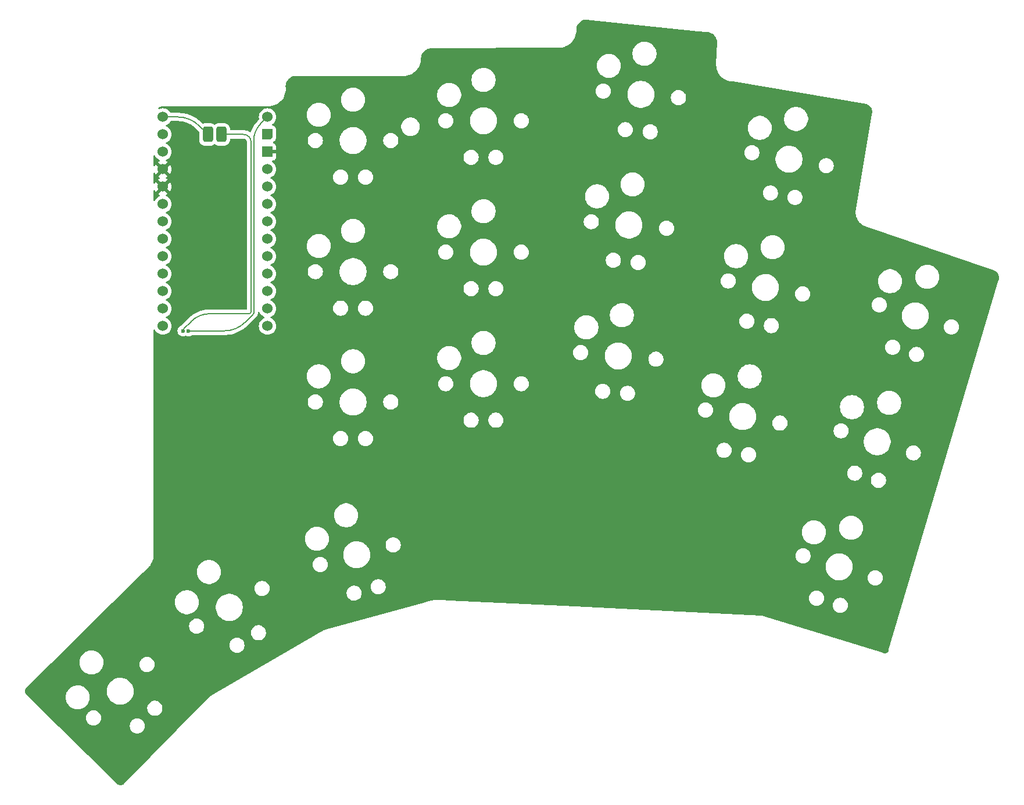
<source format=gbr>
%TF.GenerationSoftware,KiCad,Pcbnew,8.0.0*%
%TF.CreationDate,2024-06-08T15:10:28+02:00*%
%TF.ProjectId,goos-left,676f6f73-2d6c-4656-9674-2e6b69636164,rev?*%
%TF.SameCoordinates,Original*%
%TF.FileFunction,Copper,L2,Bot*%
%TF.FilePolarity,Positive*%
%FSLAX46Y46*%
G04 Gerber Fmt 4.6, Leading zero omitted, Abs format (unit mm)*
G04 Created by KiCad (PCBNEW 8.0.0) date 2024-06-08 15:10:28*
%MOMM*%
%LPD*%
G01*
G04 APERTURE LIST*
G04 Aperture macros list*
%AMRoundRect*
0 Rectangle with rounded corners*
0 $1 Rounding radius*
0 $2 $3 $4 $5 $6 $7 $8 $9 X,Y pos of 4 corners*
0 Add a 4 corners polygon primitive as box body*
4,1,4,$2,$3,$4,$5,$6,$7,$8,$9,$2,$3,0*
0 Add four circle primitives for the rounded corners*
1,1,$1+$1,$2,$3*
1,1,$1+$1,$4,$5*
1,1,$1+$1,$6,$7*
1,1,$1+$1,$8,$9*
0 Add four rect primitives between the rounded corners*
20,1,$1+$1,$2,$3,$4,$5,0*
20,1,$1+$1,$4,$5,$6,$7,0*
20,1,$1+$1,$6,$7,$8,$9,0*
20,1,$1+$1,$8,$9,$2,$3,0*%
%AMOutline5P*
0 Free polygon, 5 corners , with rotation*
0 The origin of the aperture is its center*
0 number of corners: always 5*
0 $1 to $10 corner X, Y*
0 $11 Rotation angle, in degrees counterclockwise*
0 create outline with 5 corners*
4,1,5,$1,$2,$3,$4,$5,$6,$7,$8,$9,$10,$1,$2,$11*%
%AMOutline6P*
0 Free polygon, 6 corners , with rotation*
0 The origin of the aperture is its center*
0 number of corners: always 6*
0 $1 to $12 corner X, Y*
0 $13 Rotation angle, in degrees counterclockwise*
0 create outline with 6 corners*
4,1,6,$1,$2,$3,$4,$5,$6,$7,$8,$9,$10,$11,$12,$1,$2,$13*%
%AMOutline7P*
0 Free polygon, 7 corners , with rotation*
0 The origin of the aperture is its center*
0 number of corners: always 7*
0 $1 to $14 corner X, Y*
0 $15 Rotation angle, in degrees counterclockwise*
0 create outline with 7 corners*
4,1,7,$1,$2,$3,$4,$5,$6,$7,$8,$9,$10,$11,$12,$13,$14,$1,$2,$15*%
%AMOutline8P*
0 Free polygon, 8 corners , with rotation*
0 The origin of the aperture is its center*
0 number of corners: always 8*
0 $1 to $16 corner X, Y*
0 $17 Rotation angle, in degrees counterclockwise*
0 create outline with 8 corners*
4,1,8,$1,$2,$3,$4,$5,$6,$7,$8,$9,$10,$11,$12,$13,$14,$15,$16,$1,$2,$17*%
G04 Aperture macros list end*
%TA.AperFunction,ComponentPad*%
%ADD10C,1.524000*%
%TD*%
%TA.AperFunction,ComponentPad*%
%ADD11Outline5P,-0.762000X0.457200X-0.457200X0.762000X0.762000X0.762000X0.762000X-0.762000X-0.762000X-0.762000X180.000000*%
%TD*%
%TA.AperFunction,ComponentPad*%
%ADD12R,1.524000X1.524000*%
%TD*%
%TA.AperFunction,SMDPad,CuDef*%
%ADD13RoundRect,0.375000X-0.375000X-0.750000X0.375000X-0.750000X0.375000X0.750000X-0.375000X0.750000X0*%
%TD*%
%TA.AperFunction,ViaPad*%
%ADD14C,0.600000*%
%TD*%
%TA.AperFunction,Conductor*%
%ADD15C,0.200000*%
%TD*%
G04 APERTURE END LIST*
D10*
%TO.P,U1,1,B-*%
%TO.N,Net-(J1-B-)*%
X74261710Y-52825554D03*
%TO.P,U1,2,P01*%
%TO.N,D1*%
X74261710Y-55365554D03*
%TO.P,U1,3,P00*%
%TO.N,D0*%
X74261710Y-57905554D03*
%TO.P,U1,4,GND*%
%TO.N,GND*%
X74261710Y-60445554D03*
%TO.P,U1,5,GND*%
X74261710Y-62985554D03*
%TO.P,U1,6,P02*%
%TO.N,D2*%
X74261710Y-65525554D03*
%TO.P,U1,7,P03*%
%TO.N,D3*%
X74261710Y-68065554D03*
%TO.P,U1,8,P04*%
%TO.N,D4*%
X74261710Y-70605554D03*
%TO.P,U1,9,P05*%
%TO.N,D5*%
X74261710Y-73145554D03*
%TO.P,U1,10,P06*%
%TO.N,D6*%
X74261710Y-75685554D03*
%TO.P,U1,11,P07*%
%TO.N,D7*%
X74261710Y-78225554D03*
%TO.P,U1,12,P08*%
%TO.N,D8*%
X74261710Y-80765554D03*
%TO.P,U1,13,P09*%
%TO.N,D9*%
X74261710Y-83305554D03*
%TO.P,U1,14,B+*%
%TO.N,Net-(U1-B+)*%
X89501710Y-52825554D03*
D11*
%TO.P,U1,15,RAW*%
%TO.N,unconnected-(U1-RAW-Pad15)*%
X89501710Y-55365554D03*
D12*
%TO.P,U1,16,GND*%
%TO.N,GND*%
X89501710Y-57905554D03*
D10*
%TO.P,U1,17,RST*%
%TO.N,RESET*%
X89501710Y-60445554D03*
%TO.P,U1,18,VCC*%
%TO.N,unconnected-(U1-VCC-Pad18)*%
X89501710Y-62985554D03*
%TO.P,U1,19,P21*%
%TO.N,D21*%
X89501710Y-65525554D03*
%TO.P,U1,20,P20*%
%TO.N,D20*%
X89501710Y-68065554D03*
%TO.P,U1,21,P19*%
%TO.N,D19*%
X89501710Y-70605554D03*
%TO.P,U1,22,P18*%
%TO.N,D18*%
X89501710Y-73145554D03*
%TO.P,U1,23,P15*%
%TO.N,D15*%
X89501710Y-75685554D03*
%TO.P,U1,24,P14*%
%TO.N,D14*%
X89501710Y-78225554D03*
%TO.P,U1,25,P16*%
%TO.N,D16*%
X89501710Y-80765554D03*
%TO.P,U1,26,P10*%
%TO.N,D10*%
X89501710Y-83305554D03*
%TD*%
D13*
%TO.P,J1,1,B-*%
%TO.N,Net-(J1-B-)*%
X80804000Y-55372000D03*
%TO.P,J1,2,B+*%
%TO.N,Net-(J1-B+)*%
X82804000Y-55372000D03*
%TD*%
D14*
%TO.N,Net-(J1-B+)*%
X77199997Y-84000000D03*
%TO.N,GND*%
X85000000Y-57000000D03*
%TO.N,Net-(U1-B+)*%
X78000000Y-84000000D03*
%TD*%
D15*
%TO.N,Net-(J1-B-)*%
X79530777Y-54098777D02*
X80804000Y-55372000D01*
X76456944Y-52825554D02*
X74261710Y-52825554D01*
X79530777Y-54098777D02*
G75*
G03*
X76456944Y-52825520I-3073877J-3073823D01*
G01*
%TO.N,Net-(J1-B+)*%
X87100000Y-81217103D02*
X87100000Y-56444063D01*
X86027936Y-55372000D02*
X82804000Y-55372000D01*
X86817093Y-81500000D02*
X81126347Y-81500000D01*
X77199997Y-84000000D02*
X77199997Y-83900001D01*
X77270706Y-83729293D02*
X78349998Y-82650001D01*
X86786000Y-55686000D02*
G75*
G02*
X87100015Y-56444063I-758100J-758100D01*
G01*
X87017157Y-81417157D02*
G75*
G02*
X86817093Y-81499994I-200057J200157D01*
G01*
X87100000Y-81217103D02*
G75*
G02*
X87017161Y-81417161I-283000J3D01*
G01*
X86786000Y-55686000D02*
G75*
G03*
X86027936Y-55371985I-758100J-758100D01*
G01*
X77270707Y-83729294D02*
G75*
G03*
X77199994Y-83900001I170693J-170706D01*
G01*
X81126347Y-81500000D02*
G75*
G03*
X78349985Y-82649988I-47J-3926300D01*
G01*
%TO.N,Net-(U1-B+)*%
X86250000Y-82750000D02*
X87426062Y-81573938D01*
X88500855Y-53826409D02*
X89501710Y-52825554D01*
X87500000Y-56242686D02*
X87500000Y-81395436D01*
X83232233Y-84000000D02*
X78000000Y-84000000D01*
X88500856Y-53826410D02*
G75*
G03*
X87499982Y-56242686I2416244J-2416290D01*
G01*
X86250000Y-82750000D02*
G75*
G02*
X83232233Y-84000013I-3017800J3017800D01*
G01*
X87500000Y-81395436D02*
G75*
G02*
X87426036Y-81573912I-252400J36D01*
G01*
%TD*%
%TA.AperFunction,Conductor*%
%TO.N,GND*%
G36*
X135990895Y-38613364D02*
G01*
X152216408Y-40305786D01*
X153391314Y-40428336D01*
X153410548Y-40431894D01*
X153426468Y-40436160D01*
X153426472Y-40436161D01*
X153459905Y-40436161D01*
X153472737Y-40436828D01*
X153505999Y-40440299D01*
X153506005Y-40440298D01*
X153509013Y-40440217D01*
X153533930Y-40439138D01*
X153696923Y-40450802D01*
X153714429Y-40453320D01*
X153906144Y-40495032D01*
X153923115Y-40500015D01*
X154106959Y-40568591D01*
X154123049Y-40575940D01*
X154295256Y-40669978D01*
X154310138Y-40679543D01*
X154467203Y-40797124D01*
X154480572Y-40808708D01*
X154619317Y-40947457D01*
X154630897Y-40960823D01*
X154748480Y-41117899D01*
X154758044Y-41132781D01*
X154852073Y-41304981D01*
X154859423Y-41321075D01*
X154927992Y-41504916D01*
X154932976Y-41521890D01*
X154974684Y-41713608D01*
X154977202Y-41731120D01*
X154991089Y-41925254D01*
X154991297Y-41939277D01*
X154861129Y-45054925D01*
X154858706Y-45070778D01*
X154858873Y-45070800D01*
X154857813Y-45078852D01*
X154857813Y-45131707D01*
X154857705Y-45136881D01*
X154855500Y-45189675D01*
X154856224Y-45197773D01*
X154856029Y-45197790D01*
X154857765Y-45213500D01*
X154857766Y-45295992D01*
X154894235Y-45596303D01*
X154966633Y-45890012D01*
X155073906Y-46172854D01*
X155073909Y-46172860D01*
X155073910Y-46172862D01*
X155214496Y-46440716D01*
X155214501Y-46440723D01*
X155214503Y-46440727D01*
X155386338Y-46689666D01*
X155386339Y-46689667D01*
X155386341Y-46689669D01*
X155386343Y-46689672D01*
X155586945Y-46916100D01*
X155813377Y-47116696D01*
X156062337Y-47288537D01*
X156330195Y-47429116D01*
X156330201Y-47429118D01*
X156330205Y-47429120D01*
X156610155Y-47535288D01*
X156613045Y-47536384D01*
X156906762Y-47608776D01*
X157207064Y-47645237D01*
X157305627Y-47645236D01*
X157326402Y-47646989D01*
X176804563Y-50957196D01*
X176832620Y-50965464D01*
X176965832Y-51022548D01*
X176983989Y-51032182D01*
X177068469Y-51086430D01*
X177130783Y-51126444D01*
X177147102Y-51138948D01*
X177268378Y-51248978D01*
X177276309Y-51256173D01*
X177290336Y-51271201D01*
X177318964Y-51307485D01*
X177398392Y-51408155D01*
X177409745Y-51425295D01*
X177493691Y-51578228D01*
X177502055Y-51597007D01*
X177521346Y-51652239D01*
X177559579Y-51761705D01*
X177564725Y-51781605D01*
X177594245Y-51953547D01*
X177596032Y-51974026D01*
X177596739Y-52148474D01*
X177595118Y-52168970D01*
X177572571Y-52306981D01*
X177568778Y-52323232D01*
X177568212Y-52325080D01*
X177565657Y-52340346D01*
X177561409Y-52365720D01*
X177559413Y-52375304D01*
X177549423Y-52415266D01*
X177549423Y-52415268D01*
X177549570Y-52423950D01*
X177547886Y-52446509D01*
X175247690Y-66188144D01*
X175245673Y-66197813D01*
X175218694Y-66305476D01*
X175218692Y-66305486D01*
X175186073Y-66574990D01*
X175187173Y-66846446D01*
X175221971Y-67115663D01*
X175221975Y-67115682D01*
X175289929Y-67378482D01*
X175326825Y-67471523D01*
X175390001Y-67630835D01*
X175390003Y-67630838D01*
X175390006Y-67630846D01*
X175520624Y-67868791D01*
X175520626Y-67868794D01*
X175520628Y-67868797D01*
X175520631Y-67868802D01*
X175638583Y-68031763D01*
X175679799Y-68088706D01*
X175679804Y-68088712D01*
X175865041Y-68287144D01*
X175865046Y-68287149D01*
X176073481Y-68461036D01*
X176073488Y-68461041D01*
X176073494Y-68461046D01*
X176301925Y-68607716D01*
X176546801Y-68724885D01*
X176673367Y-68766996D01*
X176674047Y-68767226D01*
X195192421Y-75117509D01*
X195200966Y-75121038D01*
X195261225Y-75141132D01*
X195270841Y-75144788D01*
X195285158Y-75150923D01*
X195435943Y-75215537D01*
X195454101Y-75225172D01*
X195600894Y-75319434D01*
X195617213Y-75331938D01*
X195746420Y-75449163D01*
X195760447Y-75464191D01*
X195761469Y-75465486D01*
X195868504Y-75601146D01*
X195879856Y-75618286D01*
X195963804Y-75771220D01*
X195972169Y-75790000D01*
X196029690Y-75954692D01*
X196034837Y-75974595D01*
X196064360Y-76146539D01*
X196066147Y-76167020D01*
X196066855Y-76341469D01*
X196065234Y-76361965D01*
X196037237Y-76533338D01*
X196033724Y-76548660D01*
X180017806Y-130455634D01*
X180012755Y-130469537D01*
X180001412Y-130495766D01*
X179998298Y-130516887D01*
X179994491Y-130534108D01*
X179988412Y-130554571D01*
X179988261Y-130560160D01*
X179983833Y-130589811D01*
X179961356Y-130671208D01*
X179949711Y-130699338D01*
X179900882Y-130785503D01*
X179882736Y-130809945D01*
X179814384Y-130881618D01*
X179790828Y-130900903D01*
X179707075Y-130953760D01*
X179679528Y-130966725D01*
X179585414Y-130997583D01*
X179555543Y-131003445D01*
X179456752Y-131010443D01*
X179426350Y-131008850D01*
X179320922Y-130990164D01*
X179306098Y-130986584D01*
X179243348Y-130967278D01*
X179242779Y-130967142D01*
X161544618Y-125531604D01*
X161543177Y-125531151D01*
X161483858Y-125512139D01*
X161481754Y-125511784D01*
X161480291Y-125511528D01*
X161478316Y-125511170D01*
X161415985Y-125508913D01*
X161414478Y-125508849D01*
X132561436Y-124112241D01*
X171857830Y-124112241D01*
X171884950Y-124283467D01*
X171938520Y-124448342D01*
X171938521Y-124448345D01*
X171985342Y-124540235D01*
X172017228Y-124602814D01*
X172119129Y-124743068D01*
X172241716Y-124865655D01*
X172381970Y-124967556D01*
X172457732Y-125006158D01*
X172536438Y-125046262D01*
X172536441Y-125046263D01*
X172618878Y-125073048D01*
X172701318Y-125099834D01*
X172780621Y-125112394D01*
X172872543Y-125126954D01*
X172872548Y-125126954D01*
X173045917Y-125126954D01*
X173128925Y-125113806D01*
X173217142Y-125099834D01*
X173382021Y-125046262D01*
X173536490Y-124967556D01*
X173676744Y-124865655D01*
X173799331Y-124743068D01*
X173901232Y-124602814D01*
X173979938Y-124448345D01*
X174033510Y-124283466D01*
X174049831Y-124180418D01*
X174060630Y-124112241D01*
X174060630Y-123938866D01*
X174039740Y-123806977D01*
X174033510Y-123767642D01*
X173979938Y-123602763D01*
X173979938Y-123602762D01*
X173901231Y-123448293D01*
X173893946Y-123438266D01*
X173799331Y-123308040D01*
X173676744Y-123185453D01*
X173536490Y-123083552D01*
X173382021Y-123004845D01*
X173382018Y-123004844D01*
X173217143Y-122951274D01*
X173045917Y-122924154D01*
X173045912Y-122924154D01*
X172872548Y-122924154D01*
X172872543Y-122924154D01*
X172701316Y-122951274D01*
X172536441Y-123004844D01*
X172536438Y-123004845D01*
X172381969Y-123083552D01*
X172301949Y-123141690D01*
X172241716Y-123185453D01*
X172241714Y-123185455D01*
X172241713Y-123185455D01*
X172119131Y-123308037D01*
X172119131Y-123308038D01*
X172119129Y-123308040D01*
X172089296Y-123349101D01*
X172017228Y-123448293D01*
X171938521Y-123602762D01*
X171938520Y-123602765D01*
X171884950Y-123767640D01*
X171857830Y-123938866D01*
X171857830Y-124112241D01*
X132561436Y-124112241D01*
X115947088Y-123308037D01*
X115057536Y-123264978D01*
X115048650Y-123264228D01*
X114883390Y-123244249D01*
X114883388Y-123244248D01*
X114883381Y-123244248D01*
X114612370Y-123230149D01*
X114506327Y-123224633D01*
X114506307Y-123224633D01*
X114128824Y-123230824D01*
X113752592Y-123262798D01*
X113379436Y-123320399D01*
X113011103Y-123403358D01*
X112649284Y-123511292D01*
X112649282Y-123511293D01*
X112499003Y-123567556D01*
X112488333Y-123571009D01*
X97981868Y-127550835D01*
X97963218Y-127554443D01*
X97945427Y-127556487D01*
X97915651Y-127568247D01*
X97902915Y-127572495D01*
X97872041Y-127580966D01*
X97872035Y-127580968D01*
X97856545Y-127590035D01*
X97839457Y-127598349D01*
X97721013Y-127645122D01*
X97721004Y-127645125D01*
X97402237Y-127791395D01*
X97402215Y-127791406D01*
X97091782Y-127954696D01*
X96790613Y-128134521D01*
X96790606Y-128134526D01*
X96662286Y-128220887D01*
X96655309Y-128225254D01*
X81540244Y-137000179D01*
X81520130Y-137009559D01*
X81510941Y-137012879D01*
X81478041Y-137035802D01*
X81469415Y-137041298D01*
X81434728Y-137061436D01*
X81434726Y-137061437D01*
X81427791Y-137068406D01*
X81410788Y-137082672D01*
X81271474Y-137179728D01*
X81271451Y-137179746D01*
X80918694Y-137462261D01*
X80585550Y-137767678D01*
X80585535Y-137767692D01*
X80273504Y-138094641D01*
X80273491Y-138094655D01*
X80144843Y-138248863D01*
X80138148Y-138256262D01*
X68552782Y-150066688D01*
X68531531Y-150084021D01*
X68445249Y-150139741D01*
X68423636Y-150150862D01*
X68310553Y-150195646D01*
X68287192Y-150202336D01*
X68167545Y-150224198D01*
X68143326Y-150226202D01*
X68021717Y-150224302D01*
X67997568Y-150221542D01*
X67878668Y-150195956D01*
X67855524Y-150188539D01*
X67743893Y-150140246D01*
X67722640Y-150128456D01*
X67647501Y-150076536D01*
X67622580Y-150059316D01*
X67604035Y-150043606D01*
X67535569Y-149972972D01*
X67517757Y-149949592D01*
X67516924Y-149948177D01*
X67497222Y-149928814D01*
X67487069Y-149917533D01*
X67469893Y-149895924D01*
X67469892Y-149895923D01*
X67451961Y-149882645D01*
X67438838Y-149871432D01*
X59091842Y-141667801D01*
X69433937Y-141667801D01*
X69461057Y-141839027D01*
X69514627Y-142003902D01*
X69514628Y-142003905D01*
X69593335Y-142158374D01*
X69695236Y-142298628D01*
X69817823Y-142421215D01*
X69958077Y-142523116D01*
X70033839Y-142561718D01*
X70112545Y-142601822D01*
X70112548Y-142601823D01*
X70194985Y-142628608D01*
X70277425Y-142655394D01*
X70356728Y-142667954D01*
X70448650Y-142682514D01*
X70448655Y-142682514D01*
X70622024Y-142682514D01*
X70705032Y-142669366D01*
X70793249Y-142655394D01*
X70958128Y-142601822D01*
X71112597Y-142523116D01*
X71252851Y-142421215D01*
X71375438Y-142298628D01*
X71477339Y-142158374D01*
X71556045Y-142003905D01*
X71609617Y-141839026D01*
X71623589Y-141750809D01*
X71636737Y-141667801D01*
X71636737Y-141494426D01*
X71616497Y-141366642D01*
X71609617Y-141323202D01*
X71556045Y-141158323D01*
X71556045Y-141158322D01*
X71477338Y-141003853D01*
X71475920Y-141001901D01*
X71375438Y-140863600D01*
X71252851Y-140741013D01*
X71112597Y-140639112D01*
X70958128Y-140560405D01*
X70958125Y-140560404D01*
X70793250Y-140506834D01*
X70622024Y-140479714D01*
X70622019Y-140479714D01*
X70448655Y-140479714D01*
X70448650Y-140479714D01*
X70277423Y-140506834D01*
X70112548Y-140560404D01*
X70112545Y-140560405D01*
X69958076Y-140639112D01*
X69878056Y-140697250D01*
X69817823Y-140741013D01*
X69817821Y-140741015D01*
X69817820Y-140741015D01*
X69695238Y-140863597D01*
X69695238Y-140863598D01*
X69695236Y-140863600D01*
X69651473Y-140923833D01*
X69593335Y-141003853D01*
X69514628Y-141158322D01*
X69514627Y-141158325D01*
X69461057Y-141323200D01*
X69433937Y-141494426D01*
X69433937Y-141667801D01*
X59091842Y-141667801D01*
X57915159Y-140511328D01*
X63059723Y-140511328D01*
X63086843Y-140682554D01*
X63140413Y-140847429D01*
X63140414Y-140847432D01*
X63219121Y-141001901D01*
X63321022Y-141142155D01*
X63443609Y-141264742D01*
X63583863Y-141366643D01*
X63659625Y-141405245D01*
X63738331Y-141445349D01*
X63738334Y-141445350D01*
X63820771Y-141472135D01*
X63903211Y-141498921D01*
X63982514Y-141511481D01*
X64074436Y-141526041D01*
X64074441Y-141526041D01*
X64247810Y-141526041D01*
X64330818Y-141512893D01*
X64419035Y-141498921D01*
X64583914Y-141445349D01*
X64738383Y-141366643D01*
X64878637Y-141264742D01*
X65001224Y-141142155D01*
X65103125Y-141001901D01*
X65181831Y-140847432D01*
X65235403Y-140682553D01*
X65254749Y-140560406D01*
X65262523Y-140511328D01*
X65262523Y-140337953D01*
X65246745Y-140238343D01*
X65235403Y-140166729D01*
X65181831Y-140001850D01*
X65181831Y-140001849D01*
X65109953Y-139860782D01*
X65103125Y-139847381D01*
X65001224Y-139707127D01*
X64878637Y-139584540D01*
X64738383Y-139482639D01*
X64583914Y-139403932D01*
X64583911Y-139403931D01*
X64419036Y-139350361D01*
X64247810Y-139323241D01*
X64247805Y-139323241D01*
X64074441Y-139323241D01*
X64074436Y-139323241D01*
X63903209Y-139350361D01*
X63738334Y-139403931D01*
X63738331Y-139403932D01*
X63583862Y-139482639D01*
X63503842Y-139540777D01*
X63443609Y-139584540D01*
X63443607Y-139584542D01*
X63443606Y-139584542D01*
X63321024Y-139707124D01*
X63321024Y-139707125D01*
X63321022Y-139707127D01*
X63298450Y-139738195D01*
X63219121Y-139847380D01*
X63140414Y-140001849D01*
X63140413Y-140001852D01*
X63086843Y-140166727D01*
X63059723Y-140337953D01*
X63059723Y-140511328D01*
X57915159Y-140511328D01*
X54885981Y-137534178D01*
X60112526Y-137534178D01*
X60131844Y-137680904D01*
X60142478Y-137761675D01*
X60161845Y-137833953D01*
X60201868Y-137983324D01*
X60289676Y-138195313D01*
X60289683Y-138195327D01*
X60404418Y-138394054D01*
X60544107Y-138576098D01*
X60544115Y-138576107D01*
X60706356Y-138738348D01*
X60706364Y-138738355D01*
X60706365Y-138738356D01*
X60756988Y-138777201D01*
X60888408Y-138878044D01*
X60888411Y-138878045D01*
X60888414Y-138878048D01*
X61087138Y-138992781D01*
X61087143Y-138992783D01*
X61087149Y-138992786D01*
X61178506Y-139030627D01*
X61299139Y-139080595D01*
X61520788Y-139139985D01*
X61748292Y-139169937D01*
X61748299Y-139169937D01*
X61977753Y-139169937D01*
X61977760Y-139169937D01*
X62205264Y-139139985D01*
X62326994Y-139107368D01*
X71994370Y-139107368D01*
X72021490Y-139278594D01*
X72075060Y-139443469D01*
X72075061Y-139443472D01*
X72146940Y-139584540D01*
X72153768Y-139597941D01*
X72255669Y-139738195D01*
X72378256Y-139860782D01*
X72518510Y-139962683D01*
X72594272Y-140001285D01*
X72672978Y-140041389D01*
X72672981Y-140041390D01*
X72755418Y-140068175D01*
X72837858Y-140094961D01*
X72917161Y-140107521D01*
X73009083Y-140122081D01*
X73009088Y-140122081D01*
X73182457Y-140122081D01*
X73265465Y-140108933D01*
X73353682Y-140094961D01*
X73518561Y-140041389D01*
X73673030Y-139962683D01*
X73813284Y-139860782D01*
X73935871Y-139738195D01*
X74037772Y-139597941D01*
X74116478Y-139443472D01*
X74170050Y-139278593D01*
X74184022Y-139190376D01*
X74197170Y-139107368D01*
X74197170Y-138933993D01*
X74181392Y-138834383D01*
X74170050Y-138762769D01*
X74116478Y-138597890D01*
X74116478Y-138597889D01*
X74037771Y-138443420D01*
X74006416Y-138400264D01*
X73935871Y-138303167D01*
X73813284Y-138180580D01*
X73673030Y-138078679D01*
X73518561Y-137999972D01*
X73518558Y-137999971D01*
X73353683Y-137946401D01*
X73182457Y-137919281D01*
X73182452Y-137919281D01*
X73009088Y-137919281D01*
X73009083Y-137919281D01*
X72837856Y-137946401D01*
X72672981Y-137999971D01*
X72672978Y-137999972D01*
X72518509Y-138078679D01*
X72485961Y-138102327D01*
X72378256Y-138180580D01*
X72378254Y-138180582D01*
X72378253Y-138180582D01*
X72255671Y-138303164D01*
X72255671Y-138303165D01*
X72255669Y-138303167D01*
X72211906Y-138363400D01*
X72153768Y-138443420D01*
X72075061Y-138597889D01*
X72075060Y-138597892D01*
X72021490Y-138762767D01*
X71994370Y-138933993D01*
X71994370Y-139107368D01*
X62326994Y-139107368D01*
X62426913Y-139080595D01*
X62638914Y-138992781D01*
X62837638Y-138878048D01*
X63019687Y-138738356D01*
X63019691Y-138738351D01*
X63019696Y-138738348D01*
X63181937Y-138576107D01*
X63181940Y-138576102D01*
X63181945Y-138576098D01*
X63321637Y-138394049D01*
X63436370Y-138195325D01*
X63524184Y-137983324D01*
X63583574Y-137761675D01*
X63613526Y-137534171D01*
X63613526Y-137304703D01*
X63583574Y-137077199D01*
X63524184Y-136855550D01*
X63474216Y-136734917D01*
X63444988Y-136664354D01*
X66085210Y-136664354D01*
X66114629Y-136887806D01*
X66118637Y-136918251D01*
X66118832Y-136919728D01*
X66185499Y-137168536D01*
X66284069Y-137406506D01*
X66284077Y-137406523D01*
X66412862Y-137629584D01*
X66412873Y-137629600D01*
X66569673Y-137833946D01*
X66569679Y-137833953D01*
X66751810Y-138016084D01*
X66751816Y-138016089D01*
X66956172Y-138172897D01*
X66956179Y-138172901D01*
X67179240Y-138301686D01*
X67179245Y-138301688D01*
X67179248Y-138301690D01*
X67179252Y-138301691D01*
X67179257Y-138301694D01*
X67273596Y-138340770D01*
X67417226Y-138400264D01*
X67666035Y-138466932D01*
X67921417Y-138500554D01*
X67921424Y-138500554D01*
X68178996Y-138500554D01*
X68179003Y-138500554D01*
X68434385Y-138466932D01*
X68683194Y-138400264D01*
X68921172Y-138301690D01*
X69144248Y-138172897D01*
X69348604Y-138016089D01*
X69530745Y-137833948D01*
X69687553Y-137629592D01*
X69816346Y-137406516D01*
X69914920Y-137168538D01*
X69981588Y-136919729D01*
X70015210Y-136664347D01*
X70015210Y-136406761D01*
X69981588Y-136151379D01*
X69914920Y-135902570D01*
X69816346Y-135664592D01*
X69816344Y-135664589D01*
X69816342Y-135664584D01*
X69687557Y-135441523D01*
X69687553Y-135441516D01*
X69530745Y-135237160D01*
X69530740Y-135237154D01*
X69348609Y-135055023D01*
X69348602Y-135055017D01*
X69144256Y-134898217D01*
X69144254Y-134898215D01*
X69144248Y-134898211D01*
X69144243Y-134898208D01*
X69144240Y-134898206D01*
X68921179Y-134769421D01*
X68921162Y-134769413D01*
X68683192Y-134670843D01*
X68525453Y-134628577D01*
X68434385Y-134604176D01*
X68402462Y-134599973D01*
X68179010Y-134570554D01*
X68179003Y-134570554D01*
X67921417Y-134570554D01*
X67921409Y-134570554D01*
X67666035Y-134604176D01*
X67417227Y-134670843D01*
X67179257Y-134769413D01*
X67179240Y-134769421D01*
X66956179Y-134898206D01*
X66956163Y-134898217D01*
X66751817Y-135055017D01*
X66751810Y-135055023D01*
X66569679Y-135237154D01*
X66569673Y-135237161D01*
X66412873Y-135441507D01*
X66412862Y-135441523D01*
X66284077Y-135664584D01*
X66284069Y-135664601D01*
X66185499Y-135902571D01*
X66118832Y-136151379D01*
X66085210Y-136406753D01*
X66085210Y-136664354D01*
X63444988Y-136664354D01*
X63436375Y-136643560D01*
X63436372Y-136643554D01*
X63436370Y-136643549D01*
X63321637Y-136444825D01*
X63321634Y-136444822D01*
X63321633Y-136444819D01*
X63181944Y-136262775D01*
X63181937Y-136262767D01*
X63019696Y-136100526D01*
X63019687Y-136100518D01*
X62837643Y-135960829D01*
X62638916Y-135846094D01*
X62638902Y-135846087D01*
X62426913Y-135758279D01*
X62205264Y-135698889D01*
X62159432Y-135692855D01*
X61977767Y-135668937D01*
X61977760Y-135668937D01*
X61748292Y-135668937D01*
X61748284Y-135668937D01*
X61531741Y-135697446D01*
X61520788Y-135698889D01*
X61427102Y-135723991D01*
X61299138Y-135758279D01*
X61087149Y-135846087D01*
X61087135Y-135846094D01*
X60888408Y-135960829D01*
X60706364Y-136100518D01*
X60544107Y-136262775D01*
X60404418Y-136444819D01*
X60289683Y-136643546D01*
X60289676Y-136643560D01*
X60201868Y-136855549D01*
X60184672Y-136919728D01*
X60146702Y-137061437D01*
X60142479Y-137077196D01*
X60142477Y-137077207D01*
X60112526Y-137304695D01*
X60112526Y-137534178D01*
X54885981Y-137534178D01*
X54395240Y-137051866D01*
X54382024Y-137036567D01*
X54302992Y-136928364D01*
X54290391Y-136906866D01*
X54233077Y-136781732D01*
X54225030Y-136758149D01*
X54203249Y-136664354D01*
X54193896Y-136624076D01*
X54190728Y-136599367D01*
X54187035Y-136461780D01*
X54188873Y-136436928D01*
X54194191Y-136406761D01*
X54212767Y-136301381D01*
X54219535Y-136277408D01*
X54270055Y-136149370D01*
X54281479Y-136127236D01*
X54347764Y-136025430D01*
X54364588Y-136004824D01*
X57975291Y-132443010D01*
X62092425Y-132443010D01*
X62107799Y-132559779D01*
X62122377Y-132670507D01*
X62122378Y-132670509D01*
X62181767Y-132892156D01*
X62269575Y-133104145D01*
X62269582Y-133104159D01*
X62384317Y-133302886D01*
X62524006Y-133484930D01*
X62524014Y-133484939D01*
X62686255Y-133647180D01*
X62686263Y-133647187D01*
X62686264Y-133647188D01*
X62712313Y-133667176D01*
X62868307Y-133786876D01*
X62868310Y-133786877D01*
X62868313Y-133786880D01*
X63067037Y-133901613D01*
X63067042Y-133901615D01*
X63067048Y-133901618D01*
X63158405Y-133939459D01*
X63279038Y-133989427D01*
X63500687Y-134048817D01*
X63728191Y-134078769D01*
X63728198Y-134078769D01*
X63957652Y-134078769D01*
X63957659Y-134078769D01*
X64185163Y-134048817D01*
X64406812Y-133989427D01*
X64618813Y-133901613D01*
X64817537Y-133786880D01*
X64999586Y-133647188D01*
X64999590Y-133647183D01*
X64999595Y-133647180D01*
X65161836Y-133484939D01*
X65161839Y-133484934D01*
X65161844Y-133484930D01*
X65301536Y-133302881D01*
X65416269Y-133104157D01*
X65504083Y-132892156D01*
X65546687Y-132733154D01*
X70837897Y-132733154D01*
X70865017Y-132904380D01*
X70918587Y-133069255D01*
X70918588Y-133069258D01*
X70997295Y-133223727D01*
X71099196Y-133363981D01*
X71221783Y-133486568D01*
X71362037Y-133588469D01*
X71437799Y-133627071D01*
X71516505Y-133667175D01*
X71516508Y-133667176D01*
X71598945Y-133693961D01*
X71681385Y-133720747D01*
X71760688Y-133733307D01*
X71852610Y-133747867D01*
X71852615Y-133747867D01*
X72025984Y-133747867D01*
X72108992Y-133734719D01*
X72197209Y-133720747D01*
X72362088Y-133667175D01*
X72516557Y-133588469D01*
X72656811Y-133486568D01*
X72779398Y-133363981D01*
X72881299Y-133223727D01*
X72960005Y-133069258D01*
X73013577Y-132904379D01*
X73027549Y-132816162D01*
X73040697Y-132733154D01*
X73040697Y-132559779D01*
X73022202Y-132443010D01*
X73013577Y-132388555D01*
X72960005Y-132223676D01*
X72960005Y-132223675D01*
X72881298Y-132069206D01*
X72779398Y-131928953D01*
X72656811Y-131806366D01*
X72516557Y-131704465D01*
X72362088Y-131625758D01*
X72362085Y-131625757D01*
X72197210Y-131572187D01*
X72025984Y-131545067D01*
X72025979Y-131545067D01*
X71852615Y-131545067D01*
X71852610Y-131545067D01*
X71681383Y-131572187D01*
X71516508Y-131625757D01*
X71516505Y-131625758D01*
X71362036Y-131704465D01*
X71282016Y-131762603D01*
X71221783Y-131806366D01*
X71221781Y-131806368D01*
X71221780Y-131806368D01*
X71099198Y-131928950D01*
X71099198Y-131928951D01*
X71099196Y-131928953D01*
X71087245Y-131945402D01*
X70997295Y-132069206D01*
X70918588Y-132223675D01*
X70918587Y-132223678D01*
X70865017Y-132388553D01*
X70837897Y-132559779D01*
X70837897Y-132733154D01*
X65546687Y-132733154D01*
X65563473Y-132670507D01*
X65593425Y-132443003D01*
X65593425Y-132213535D01*
X65563473Y-131986031D01*
X65504083Y-131764382D01*
X65446663Y-131625758D01*
X65416274Y-131552392D01*
X65416271Y-131552386D01*
X65416269Y-131552381D01*
X65301536Y-131353657D01*
X65301533Y-131353654D01*
X65301532Y-131353651D01*
X65161843Y-131171607D01*
X65161836Y-131171599D01*
X64999595Y-131009358D01*
X64999586Y-131009350D01*
X64817542Y-130869661D01*
X64777881Y-130846763D01*
X64618813Y-130754925D01*
X64618801Y-130754919D01*
X64406812Y-130667111D01*
X64403233Y-130666152D01*
X64185163Y-130607721D01*
X64147140Y-130602715D01*
X63957666Y-130577769D01*
X63957659Y-130577769D01*
X63728191Y-130577769D01*
X63728183Y-130577769D01*
X63511640Y-130606278D01*
X63500687Y-130607721D01*
X63407001Y-130632823D01*
X63279037Y-130667111D01*
X63067048Y-130754919D01*
X63067034Y-130754926D01*
X62868307Y-130869661D01*
X62686263Y-131009350D01*
X62524006Y-131171607D01*
X62384317Y-131353651D01*
X62269582Y-131552378D01*
X62269575Y-131552392D01*
X62181767Y-131764381D01*
X62147479Y-131892345D01*
X62122559Y-131985354D01*
X62122378Y-131986028D01*
X62122376Y-131986039D01*
X62092425Y-132213527D01*
X62092425Y-132443010D01*
X57975291Y-132443010D01*
X60540290Y-129912741D01*
X83943810Y-129912741D01*
X83970930Y-130083967D01*
X84024500Y-130248842D01*
X84024501Y-130248845D01*
X84103208Y-130403314D01*
X84205109Y-130543568D01*
X84327696Y-130666155D01*
X84467950Y-130768056D01*
X84502192Y-130785503D01*
X84622418Y-130846762D01*
X84622421Y-130846763D01*
X84692886Y-130869658D01*
X84787298Y-130900334D01*
X84866601Y-130912894D01*
X84958523Y-130927454D01*
X84958528Y-130927454D01*
X85131897Y-130927454D01*
X85214905Y-130914306D01*
X85303122Y-130900334D01*
X85468001Y-130846762D01*
X85622470Y-130768056D01*
X85762724Y-130666155D01*
X85885311Y-130543568D01*
X85987212Y-130403314D01*
X86065918Y-130248845D01*
X86119490Y-130083966D01*
X86133462Y-129995749D01*
X86146610Y-129912741D01*
X86146610Y-129739366D01*
X86130832Y-129639756D01*
X86119490Y-129568142D01*
X86065918Y-129403263D01*
X86065918Y-129403262D01*
X85987211Y-129248793D01*
X85885311Y-129108540D01*
X85762724Y-128985953D01*
X85622470Y-128884052D01*
X85468001Y-128805345D01*
X85467998Y-128805344D01*
X85303123Y-128751774D01*
X85131897Y-128724654D01*
X85131892Y-128724654D01*
X84958528Y-128724654D01*
X84958523Y-128724654D01*
X84787296Y-128751774D01*
X84622421Y-128805344D01*
X84622418Y-128805345D01*
X84467949Y-128884052D01*
X84387929Y-128942190D01*
X84327696Y-128985953D01*
X84327694Y-128985955D01*
X84327693Y-128985955D01*
X84205111Y-129108537D01*
X84205111Y-129108538D01*
X84205109Y-129108540D01*
X84198996Y-129116954D01*
X84103208Y-129248793D01*
X84024501Y-129403262D01*
X84024500Y-129403265D01*
X83970930Y-129568140D01*
X83943810Y-129739366D01*
X83943810Y-129912741D01*
X60540290Y-129912741D01*
X63345103Y-127145906D01*
X78086109Y-127145906D01*
X78113229Y-127317132D01*
X78166799Y-127482007D01*
X78166800Y-127482010D01*
X78224295Y-127594848D01*
X78245507Y-127636479D01*
X78347408Y-127776733D01*
X78469995Y-127899320D01*
X78610249Y-128001221D01*
X78686011Y-128039823D01*
X78764717Y-128079927D01*
X78764720Y-128079928D01*
X78833394Y-128102241D01*
X78929597Y-128133499D01*
X79008900Y-128146059D01*
X79100822Y-128160619D01*
X79100827Y-128160619D01*
X79274196Y-128160619D01*
X79357204Y-128147471D01*
X79445421Y-128133499D01*
X79541624Y-128102241D01*
X87079688Y-128102241D01*
X87106808Y-128273467D01*
X87160378Y-128438342D01*
X87160379Y-128438345D01*
X87239086Y-128592814D01*
X87340987Y-128733068D01*
X87463574Y-128855655D01*
X87603828Y-128957556D01*
X87659560Y-128985953D01*
X87758296Y-129036262D01*
X87758299Y-129036263D01*
X87840736Y-129063048D01*
X87923176Y-129089834D01*
X87985563Y-129099715D01*
X88094401Y-129116954D01*
X88094406Y-129116954D01*
X88267775Y-129116954D01*
X88350783Y-129103806D01*
X88439000Y-129089834D01*
X88603879Y-129036262D01*
X88758348Y-128957556D01*
X88898602Y-128855655D01*
X89021189Y-128733068D01*
X89123090Y-128592814D01*
X89201796Y-128438345D01*
X89255368Y-128273466D01*
X89277375Y-128134521D01*
X89282488Y-128102241D01*
X89282488Y-127928866D01*
X89260716Y-127791408D01*
X89255368Y-127757642D01*
X89203611Y-127598349D01*
X89201797Y-127592765D01*
X89201796Y-127592762D01*
X89123089Y-127438293D01*
X89021189Y-127298040D01*
X88898602Y-127175453D01*
X88758348Y-127073552D01*
X88603879Y-126994845D01*
X88603876Y-126994844D01*
X88439001Y-126941274D01*
X88267775Y-126914154D01*
X88267770Y-126914154D01*
X88094406Y-126914154D01*
X88094401Y-126914154D01*
X87923174Y-126941274D01*
X87758299Y-126994844D01*
X87758296Y-126994845D01*
X87603827Y-127073552D01*
X87523807Y-127131690D01*
X87463574Y-127175453D01*
X87463572Y-127175455D01*
X87463571Y-127175455D01*
X87340989Y-127298037D01*
X87340989Y-127298038D01*
X87340987Y-127298040D01*
X87327117Y-127317131D01*
X87239086Y-127438293D01*
X87160379Y-127592762D01*
X87160378Y-127592765D01*
X87106808Y-127757640D01*
X87079688Y-127928866D01*
X87079688Y-128102241D01*
X79541624Y-128102241D01*
X79610300Y-128079927D01*
X79764769Y-128001221D01*
X79905023Y-127899320D01*
X80027610Y-127776733D01*
X80129511Y-127636479D01*
X80208217Y-127482010D01*
X80261789Y-127317131D01*
X80275761Y-127228914D01*
X80288909Y-127145906D01*
X80288909Y-126972531D01*
X80273131Y-126872921D01*
X80261789Y-126801307D01*
X80208217Y-126636428D01*
X80208217Y-126636427D01*
X80129510Y-126481958D01*
X80027610Y-126341705D01*
X79905023Y-126219118D01*
X79764769Y-126117217D01*
X79610300Y-126038510D01*
X79610297Y-126038509D01*
X79445422Y-125984939D01*
X79274196Y-125957819D01*
X79274191Y-125957819D01*
X79100827Y-125957819D01*
X79100822Y-125957819D01*
X78929595Y-125984939D01*
X78764720Y-126038509D01*
X78764717Y-126038510D01*
X78610248Y-126117217D01*
X78532192Y-126173929D01*
X78469995Y-126219118D01*
X78469993Y-126219120D01*
X78469992Y-126219120D01*
X78347410Y-126341702D01*
X78347410Y-126341703D01*
X78347408Y-126341705D01*
X78303645Y-126401938D01*
X78245507Y-126481958D01*
X78166800Y-126636427D01*
X78166799Y-126636430D01*
X78113229Y-126801305D01*
X78086109Y-126972531D01*
X78086109Y-127145906D01*
X63345103Y-127145906D01*
X66862267Y-123676365D01*
X75995022Y-123676365D01*
X76019968Y-123865839D01*
X76024974Y-123903862D01*
X76069028Y-124068276D01*
X76084364Y-124125511D01*
X76172172Y-124337500D01*
X76172178Y-124337512D01*
X76272590Y-124511432D01*
X76286914Y-124536241D01*
X76426603Y-124718285D01*
X76426611Y-124718294D01*
X76588852Y-124880535D01*
X76588860Y-124880542D01*
X76770904Y-125020231D01*
X76770907Y-125020232D01*
X76770910Y-125020235D01*
X76969634Y-125134968D01*
X76969639Y-125134970D01*
X76969645Y-125134973D01*
X77061002Y-125172814D01*
X77181635Y-125222782D01*
X77403284Y-125282172D01*
X77630788Y-125312124D01*
X77630795Y-125312124D01*
X77860249Y-125312124D01*
X77860256Y-125312124D01*
X78087760Y-125282172D01*
X78309409Y-125222782D01*
X78521410Y-125134968D01*
X78720134Y-125020235D01*
X78902183Y-124880543D01*
X78902187Y-124880538D01*
X78902192Y-124880535D01*
X79064433Y-124718294D01*
X79064436Y-124718289D01*
X79064441Y-124718285D01*
X79204133Y-124536236D01*
X79260838Y-124438019D01*
X81985649Y-124438019D01*
X82019271Y-124693393D01*
X82085938Y-124942201D01*
X82184508Y-125180171D01*
X82184516Y-125180188D01*
X82313301Y-125403249D01*
X82313312Y-125403265D01*
X82470112Y-125607611D01*
X82470118Y-125607618D01*
X82652249Y-125789749D01*
X82652255Y-125789754D01*
X82856611Y-125946562D01*
X82856618Y-125946566D01*
X83079679Y-126075351D01*
X83079684Y-126075353D01*
X83079687Y-126075355D01*
X83079691Y-126075356D01*
X83079696Y-126075359D01*
X83174035Y-126114435D01*
X83317665Y-126173929D01*
X83566474Y-126240597D01*
X83821856Y-126274219D01*
X83821863Y-126274219D01*
X84079435Y-126274219D01*
X84079442Y-126274219D01*
X84334824Y-126240597D01*
X84583633Y-126173929D01*
X84821611Y-126075355D01*
X85044687Y-125946562D01*
X85249043Y-125789754D01*
X85431184Y-125607613D01*
X85587992Y-125403257D01*
X85716785Y-125180181D01*
X85815359Y-124942203D01*
X85882027Y-124693394D01*
X85915649Y-124438012D01*
X85915649Y-124180426D01*
X85882027Y-123925044D01*
X85815359Y-123676235D01*
X85747036Y-123511290D01*
X85716789Y-123438266D01*
X85716781Y-123438249D01*
X85587996Y-123215188D01*
X85587992Y-123215181D01*
X85490248Y-123087799D01*
X85431185Y-123010826D01*
X85431179Y-123010819D01*
X85249048Y-122828688D01*
X85249041Y-122828682D01*
X85044695Y-122671882D01*
X85044693Y-122671880D01*
X85044687Y-122671876D01*
X85044682Y-122671873D01*
X85044679Y-122671871D01*
X84821618Y-122543086D01*
X84821601Y-122543078D01*
X84583631Y-122444508D01*
X84414974Y-122399317D01*
X84334824Y-122377841D01*
X84302901Y-122373638D01*
X84079449Y-122344219D01*
X84079442Y-122344219D01*
X83821856Y-122344219D01*
X83821848Y-122344219D01*
X83566474Y-122377841D01*
X83317666Y-122444508D01*
X83079696Y-122543078D01*
X83079679Y-122543086D01*
X82856618Y-122671871D01*
X82856602Y-122671882D01*
X82652256Y-122828682D01*
X82652249Y-122828688D01*
X82470118Y-123010819D01*
X82470112Y-123010826D01*
X82313312Y-123215172D01*
X82313301Y-123215188D01*
X82184516Y-123438249D01*
X82184508Y-123438266D01*
X82085938Y-123676236D01*
X82019271Y-123925044D01*
X81985649Y-124180418D01*
X81985649Y-124438019D01*
X79260838Y-124438019D01*
X79318866Y-124337512D01*
X79406680Y-124125511D01*
X79466070Y-123903862D01*
X79496022Y-123676358D01*
X79496022Y-123446890D01*
X79466070Y-123219386D01*
X79406680Y-122997737D01*
X79356712Y-122877104D01*
X79318871Y-122785747D01*
X79318868Y-122785741D01*
X79318866Y-122785736D01*
X79204133Y-122587012D01*
X79204130Y-122587009D01*
X79204129Y-122587006D01*
X79064440Y-122404962D01*
X79064433Y-122404954D01*
X78902192Y-122242713D01*
X78902183Y-122242705D01*
X78720139Y-122103016D01*
X78521412Y-121988281D01*
X78521398Y-121988274D01*
X78309409Y-121900466D01*
X78262052Y-121887777D01*
X78087760Y-121841076D01*
X78049737Y-121836070D01*
X77860263Y-121811124D01*
X77860256Y-121811124D01*
X77630788Y-121811124D01*
X77630780Y-121811124D01*
X77414237Y-121839633D01*
X77403284Y-121841076D01*
X77312221Y-121865476D01*
X77181634Y-121900466D01*
X76969645Y-121988274D01*
X76969631Y-121988281D01*
X76770904Y-122103016D01*
X76588860Y-122242705D01*
X76426603Y-122404962D01*
X76286914Y-122587006D01*
X76172179Y-122785733D01*
X76172172Y-122785747D01*
X76084364Y-122997736D01*
X76061370Y-123083552D01*
X76032928Y-123189703D01*
X76024975Y-123219383D01*
X76024973Y-123219394D01*
X75995022Y-123446882D01*
X75995022Y-123676365D01*
X66862267Y-123676365D01*
X68920596Y-121645906D01*
X87612389Y-121645906D01*
X87639509Y-121817132D01*
X87693079Y-121982007D01*
X87693080Y-121982010D01*
X87766844Y-122126777D01*
X87771787Y-122136479D01*
X87873688Y-122276733D01*
X87996275Y-122399320D01*
X88136529Y-122501221D01*
X88212291Y-122539823D01*
X88290997Y-122579927D01*
X88291000Y-122579928D01*
X88373437Y-122606713D01*
X88455877Y-122633499D01*
X88535180Y-122646059D01*
X88627102Y-122660619D01*
X88627107Y-122660619D01*
X88800476Y-122660619D01*
X88883484Y-122647471D01*
X88971701Y-122633499D01*
X89136580Y-122579927D01*
X89291049Y-122501221D01*
X89431303Y-122399320D01*
X89496235Y-122334388D01*
X101028213Y-122334388D01*
X101055333Y-122505614D01*
X101108903Y-122670489D01*
X101108904Y-122670492D01*
X101128506Y-122708962D01*
X101187611Y-122824961D01*
X101289512Y-122965215D01*
X101412099Y-123087802D01*
X101552353Y-123189703D01*
X101602370Y-123215188D01*
X101706821Y-123268409D01*
X101706824Y-123268410D01*
X101789261Y-123295195D01*
X101871701Y-123321981D01*
X101951004Y-123334541D01*
X102042926Y-123349101D01*
X102042931Y-123349101D01*
X102216300Y-123349101D01*
X102299308Y-123335953D01*
X102387525Y-123321981D01*
X102552404Y-123268409D01*
X102706873Y-123189703D01*
X102847127Y-123087802D01*
X102881366Y-123053563D01*
X168395051Y-123053563D01*
X168422171Y-123224789D01*
X168475741Y-123389664D01*
X168475742Y-123389667D01*
X168554449Y-123544136D01*
X168656350Y-123684390D01*
X168778937Y-123806977D01*
X168919191Y-123908878D01*
X168994953Y-123947480D01*
X169073659Y-123987584D01*
X169073662Y-123987585D01*
X169156099Y-124014370D01*
X169238539Y-124041156D01*
X169317842Y-124053716D01*
X169409764Y-124068276D01*
X169409769Y-124068276D01*
X169583138Y-124068276D01*
X169666146Y-124055128D01*
X169754363Y-124041156D01*
X169919242Y-123987584D01*
X170073711Y-123908878D01*
X170213965Y-123806977D01*
X170336552Y-123684390D01*
X170438453Y-123544136D01*
X170517159Y-123389667D01*
X170570731Y-123224788D01*
X170584703Y-123136571D01*
X170597851Y-123053563D01*
X170597851Y-122880188D01*
X170582073Y-122780578D01*
X170570731Y-122708964D01*
X170517159Y-122544085D01*
X170517159Y-122544084D01*
X170449816Y-122411917D01*
X170438453Y-122389616D01*
X170336552Y-122249362D01*
X170213965Y-122126775D01*
X170073711Y-122024874D01*
X169919242Y-121946167D01*
X169919239Y-121946166D01*
X169754364Y-121892596D01*
X169583138Y-121865476D01*
X169583133Y-121865476D01*
X169409769Y-121865476D01*
X169409764Y-121865476D01*
X169238537Y-121892596D01*
X169073662Y-121946166D01*
X169073659Y-121946167D01*
X168919190Y-122024874D01*
X168839170Y-122083012D01*
X168778937Y-122126775D01*
X168778935Y-122126777D01*
X168778934Y-122126777D01*
X168656352Y-122249359D01*
X168656352Y-122249360D01*
X168656350Y-122249362D01*
X168612587Y-122309595D01*
X168554449Y-122389615D01*
X168475742Y-122544084D01*
X168475741Y-122544087D01*
X168422171Y-122708962D01*
X168395051Y-122880188D01*
X168395051Y-123053563D01*
X102881366Y-123053563D01*
X102969714Y-122965215D01*
X103071615Y-122824961D01*
X103150321Y-122670492D01*
X103203893Y-122505613D01*
X103219834Y-122404963D01*
X103231013Y-122334388D01*
X103231013Y-122161013D01*
X103209450Y-122024874D01*
X103203893Y-121989789D01*
X103155574Y-121841076D01*
X103150322Y-121824912D01*
X103150321Y-121824909D01*
X103071614Y-121670440D01*
X103053789Y-121645906D01*
X102969714Y-121530187D01*
X102847127Y-121407600D01*
X102832818Y-121397204D01*
X104525830Y-121397204D01*
X104552950Y-121568430D01*
X104606520Y-121733305D01*
X104606521Y-121733308D01*
X104661433Y-121841077D01*
X104685228Y-121887777D01*
X104787129Y-122028031D01*
X104909716Y-122150618D01*
X105049970Y-122252519D01*
X105097493Y-122276733D01*
X105204438Y-122331225D01*
X105204441Y-122331226D01*
X105286878Y-122358011D01*
X105369318Y-122384797D01*
X105448621Y-122397357D01*
X105540543Y-122411917D01*
X105540548Y-122411917D01*
X105713917Y-122411917D01*
X105796925Y-122398769D01*
X105885142Y-122384797D01*
X106050021Y-122331225D01*
X106204490Y-122252519D01*
X106344744Y-122150618D01*
X106467331Y-122028031D01*
X106569232Y-121887777D01*
X106647938Y-121733308D01*
X106701510Y-121568429D01*
X106716699Y-121472531D01*
X106728630Y-121397204D01*
X106728630Y-121223829D01*
X106706833Y-121086215D01*
X106701510Y-121052605D01*
X106654158Y-120906868D01*
X106647939Y-120887728D01*
X106647938Y-120887725D01*
X106569231Y-120733256D01*
X106566467Y-120729452D01*
X106467331Y-120593003D01*
X106344744Y-120470416D01*
X106204490Y-120368515D01*
X106050021Y-120289808D01*
X106050018Y-120289807D01*
X105885143Y-120236237D01*
X105713917Y-120209117D01*
X105713912Y-120209117D01*
X105540548Y-120209117D01*
X105540543Y-120209117D01*
X105369316Y-120236237D01*
X105204441Y-120289807D01*
X105204438Y-120289808D01*
X105049969Y-120368515D01*
X104969949Y-120426653D01*
X104909716Y-120470416D01*
X104909714Y-120470418D01*
X104909713Y-120470418D01*
X104787131Y-120593000D01*
X104787131Y-120593001D01*
X104787129Y-120593003D01*
X104743366Y-120653236D01*
X104685228Y-120733256D01*
X104606521Y-120887725D01*
X104606520Y-120887728D01*
X104552950Y-121052603D01*
X104525830Y-121223829D01*
X104525830Y-121397204D01*
X102832818Y-121397204D01*
X102706873Y-121305699D01*
X102698249Y-121301305D01*
X102552404Y-121226992D01*
X102552401Y-121226991D01*
X102387526Y-121173421D01*
X102216300Y-121146301D01*
X102216295Y-121146301D01*
X102042931Y-121146301D01*
X102042926Y-121146301D01*
X101871699Y-121173421D01*
X101706824Y-121226991D01*
X101706821Y-121226992D01*
X101552352Y-121305699D01*
X101472332Y-121363837D01*
X101412099Y-121407600D01*
X101412097Y-121407602D01*
X101412096Y-121407602D01*
X101289514Y-121530184D01*
X101289514Y-121530185D01*
X101289512Y-121530187D01*
X101261727Y-121568430D01*
X101187611Y-121670440D01*
X101108904Y-121824909D01*
X101108903Y-121824912D01*
X101055333Y-121989787D01*
X101028213Y-122161013D01*
X101028213Y-122334388D01*
X89496235Y-122334388D01*
X89553890Y-122276733D01*
X89655791Y-122136479D01*
X89734497Y-121982010D01*
X89788069Y-121817131D01*
X89802041Y-121728914D01*
X89815189Y-121645906D01*
X89815189Y-121472531D01*
X89799411Y-121372921D01*
X89788069Y-121301307D01*
X89734497Y-121136428D01*
X89734497Y-121136427D01*
X89655790Y-120981958D01*
X89635432Y-120953938D01*
X89553890Y-120841705D01*
X89431303Y-120719118D01*
X89291049Y-120617217D01*
X89286649Y-120614975D01*
X89136580Y-120538510D01*
X89136577Y-120538509D01*
X88971702Y-120484939D01*
X88800476Y-120457819D01*
X88800471Y-120457819D01*
X88627107Y-120457819D01*
X88627102Y-120457819D01*
X88455875Y-120484939D01*
X88291000Y-120538509D01*
X88290997Y-120538510D01*
X88136528Y-120617217D01*
X88056508Y-120675355D01*
X87996275Y-120719118D01*
X87996273Y-120719120D01*
X87996272Y-120719120D01*
X87873690Y-120841702D01*
X87873690Y-120841703D01*
X87873688Y-120841705D01*
X87848107Y-120876914D01*
X87771787Y-120981958D01*
X87693080Y-121136427D01*
X87693079Y-121136430D01*
X87639509Y-121301305D01*
X87612389Y-121472531D01*
X87612389Y-121645906D01*
X68920596Y-121645906D01*
X71327990Y-119271109D01*
X79225149Y-119271109D01*
X79246684Y-119434675D01*
X79255101Y-119498606D01*
X79279361Y-119589145D01*
X79314491Y-119720255D01*
X79402299Y-119932244D01*
X79402306Y-119932258D01*
X79517041Y-120130985D01*
X79656730Y-120313029D01*
X79656738Y-120313038D01*
X79818979Y-120475279D01*
X79818987Y-120475286D01*
X80001031Y-120614975D01*
X80001034Y-120614976D01*
X80001037Y-120614979D01*
X80199761Y-120729712D01*
X80199766Y-120729714D01*
X80199772Y-120729717D01*
X80291129Y-120767558D01*
X80411762Y-120817526D01*
X80633411Y-120876916D01*
X80860915Y-120906868D01*
X80860922Y-120906868D01*
X81090376Y-120906868D01*
X81090383Y-120906868D01*
X81317887Y-120876916D01*
X81539536Y-120817526D01*
X81751537Y-120729712D01*
X81950261Y-120614979D01*
X82132310Y-120475287D01*
X82132314Y-120475282D01*
X82132319Y-120475279D01*
X82294560Y-120313038D01*
X82294563Y-120313033D01*
X82294568Y-120313029D01*
X82434260Y-120130980D01*
X82548993Y-119932256D01*
X82636807Y-119720255D01*
X82696197Y-119498606D01*
X82726149Y-119271102D01*
X82726149Y-119041634D01*
X82696197Y-118814130D01*
X82636807Y-118592481D01*
X82581308Y-118458494D01*
X82548998Y-118380491D01*
X82548995Y-118380485D01*
X82548993Y-118380480D01*
X82434260Y-118181756D01*
X82434257Y-118181753D01*
X82434256Y-118181750D01*
X82406629Y-118145746D01*
X96086218Y-118145746D01*
X96113338Y-118316972D01*
X96166908Y-118481847D01*
X96166909Y-118481850D01*
X96223279Y-118592480D01*
X96245616Y-118636319D01*
X96347517Y-118776573D01*
X96470104Y-118899160D01*
X96610358Y-119001061D01*
X96680645Y-119036874D01*
X96764826Y-119079767D01*
X96764829Y-119079768D01*
X96847266Y-119106553D01*
X96929706Y-119133339D01*
X97009009Y-119145899D01*
X97100931Y-119160459D01*
X97100936Y-119160459D01*
X97274305Y-119160459D01*
X97357313Y-119147311D01*
X97445530Y-119133339D01*
X97610409Y-119079767D01*
X97764878Y-119001061D01*
X97905132Y-118899160D01*
X98027719Y-118776573D01*
X98129620Y-118636319D01*
X98208326Y-118481850D01*
X98261898Y-118316971D01*
X98283315Y-118181750D01*
X98289018Y-118145746D01*
X98289018Y-117972371D01*
X98267649Y-117837457D01*
X98261898Y-117801147D01*
X98208326Y-117636268D01*
X98208326Y-117636267D01*
X98155677Y-117532939D01*
X98129620Y-117481799D01*
X98027719Y-117341545D01*
X97905132Y-117218958D01*
X97764878Y-117117057D01*
X97742194Y-117105499D01*
X97610409Y-117038350D01*
X97610406Y-117038349D01*
X97445531Y-116984779D01*
X97274305Y-116957659D01*
X97274300Y-116957659D01*
X97100936Y-116957659D01*
X97100931Y-116957659D01*
X96929704Y-116984779D01*
X96764829Y-117038349D01*
X96764826Y-117038350D01*
X96610357Y-117117057D01*
X96530337Y-117175195D01*
X96470104Y-117218958D01*
X96470102Y-117218960D01*
X96470101Y-117218960D01*
X96347519Y-117341542D01*
X96347519Y-117341543D01*
X96347517Y-117341545D01*
X96324585Y-117373108D01*
X96245616Y-117481798D01*
X96166909Y-117636267D01*
X96166908Y-117636270D01*
X96113338Y-117801145D01*
X96086218Y-117972371D01*
X96086218Y-118145746D01*
X82406629Y-118145746D01*
X82294567Y-117999706D01*
X82294560Y-117999698D01*
X82132319Y-117837457D01*
X82132310Y-117837449D01*
X81950266Y-117697760D01*
X81751539Y-117583025D01*
X81751525Y-117583018D01*
X81539536Y-117495210D01*
X81489481Y-117481798D01*
X81317887Y-117435820D01*
X81276005Y-117430306D01*
X81090390Y-117405868D01*
X81090383Y-117405868D01*
X80860915Y-117405868D01*
X80860907Y-117405868D01*
X80644364Y-117434377D01*
X80633411Y-117435820D01*
X80539725Y-117460922D01*
X80411761Y-117495210D01*
X80199772Y-117583018D01*
X80199758Y-117583025D01*
X80001031Y-117697760D01*
X79818987Y-117837449D01*
X79656730Y-117999706D01*
X79517041Y-118181750D01*
X79402306Y-118380477D01*
X79402299Y-118380491D01*
X79314491Y-118592480D01*
X79314491Y-118592481D01*
X79262085Y-118788067D01*
X79255102Y-118814127D01*
X79255100Y-118814138D01*
X79225149Y-119041626D01*
X79225149Y-119271109D01*
X71327990Y-119271109D01*
X72142936Y-118467197D01*
X72152748Y-118458494D01*
X72158686Y-118453761D01*
X72158693Y-118453758D01*
X72199034Y-118411911D01*
X72201136Y-118409785D01*
X72242496Y-118368987D01*
X72242497Y-118368984D01*
X72246871Y-118363364D01*
X72255486Y-118353427D01*
X72292842Y-118314707D01*
X72449586Y-118114024D01*
X72584646Y-117898151D01*
X72696563Y-117669421D01*
X72784126Y-117430308D01*
X72846389Y-117183395D01*
X72882679Y-116931352D01*
X72889192Y-116764354D01*
X100535210Y-116764354D01*
X100556144Y-116923355D01*
X100568832Y-117019729D01*
X100573822Y-117038351D01*
X100635499Y-117268536D01*
X100734069Y-117506506D01*
X100734077Y-117506523D01*
X100862862Y-117729584D01*
X100862873Y-117729600D01*
X101019673Y-117933946D01*
X101019679Y-117933953D01*
X101201810Y-118116084D01*
X101201816Y-118116089D01*
X101406172Y-118272897D01*
X101406179Y-118272901D01*
X101629240Y-118401686D01*
X101629245Y-118401688D01*
X101629248Y-118401690D01*
X101629252Y-118401691D01*
X101629257Y-118401694D01*
X101654039Y-118411959D01*
X101867226Y-118500264D01*
X102116035Y-118566932D01*
X102371417Y-118600554D01*
X102371424Y-118600554D01*
X102628996Y-118600554D01*
X102629003Y-118600554D01*
X102884385Y-118566932D01*
X103012171Y-118532692D01*
X170819720Y-118532692D01*
X170853342Y-118788066D01*
X170920009Y-119036874D01*
X171018579Y-119274844D01*
X171018587Y-119274861D01*
X171147372Y-119497922D01*
X171147383Y-119497938D01*
X171304183Y-119702284D01*
X171304189Y-119702291D01*
X171486320Y-119884422D01*
X171486327Y-119884428D01*
X171631849Y-119996091D01*
X171690682Y-120041235D01*
X171690689Y-120041239D01*
X171913750Y-120170024D01*
X171913755Y-120170026D01*
X171913758Y-120170028D01*
X171913762Y-120170029D01*
X171913767Y-120170032D01*
X172008106Y-120209108D01*
X172151736Y-120268602D01*
X172400545Y-120335270D01*
X172655927Y-120368892D01*
X172655934Y-120368892D01*
X172913506Y-120368892D01*
X172913513Y-120368892D01*
X173168895Y-120335270D01*
X173417704Y-120268602D01*
X173655682Y-120170028D01*
X173779359Y-120098623D01*
X176942996Y-120098623D01*
X176970116Y-120269849D01*
X177023686Y-120434724D01*
X177023687Y-120434727D01*
X177102394Y-120589196D01*
X177204295Y-120729450D01*
X177326882Y-120852037D01*
X177467136Y-120953938D01*
X177522130Y-120981959D01*
X177621604Y-121032644D01*
X177621607Y-121032645D01*
X177683033Y-121052603D01*
X177786484Y-121086216D01*
X177865787Y-121098776D01*
X177957709Y-121113336D01*
X177957714Y-121113336D01*
X178131083Y-121113336D01*
X178214091Y-121100188D01*
X178302308Y-121086216D01*
X178467187Y-121032644D01*
X178621656Y-120953938D01*
X178761910Y-120852037D01*
X178884497Y-120729450D01*
X178986398Y-120589196D01*
X179065104Y-120434727D01*
X179118676Y-120269848D01*
X179134486Y-120170028D01*
X179145796Y-120098623D01*
X179145796Y-119925248D01*
X179130018Y-119825638D01*
X179118676Y-119754024D01*
X179065104Y-119589145D01*
X179065104Y-119589144D01*
X179018632Y-119497938D01*
X178986398Y-119434676D01*
X178884497Y-119294422D01*
X178761910Y-119171835D01*
X178621656Y-119069934D01*
X178467187Y-118991227D01*
X178467184Y-118991226D01*
X178302309Y-118937656D01*
X178131083Y-118910536D01*
X178131078Y-118910536D01*
X177957714Y-118910536D01*
X177957709Y-118910536D01*
X177786482Y-118937656D01*
X177621607Y-118991226D01*
X177621604Y-118991227D01*
X177467135Y-119069934D01*
X177387115Y-119128072D01*
X177326882Y-119171835D01*
X177326880Y-119171837D01*
X177326879Y-119171837D01*
X177204297Y-119294419D01*
X177204297Y-119294420D01*
X177204295Y-119294422D01*
X177160532Y-119354655D01*
X177102394Y-119434675D01*
X177023687Y-119589144D01*
X177023686Y-119589147D01*
X176970116Y-119754022D01*
X176942996Y-119925248D01*
X176942996Y-120098623D01*
X173779359Y-120098623D01*
X173878758Y-120041235D01*
X174083114Y-119884427D01*
X174265255Y-119702286D01*
X174422063Y-119497930D01*
X174550856Y-119274854D01*
X174649430Y-119036876D01*
X174716098Y-118788067D01*
X174749720Y-118532685D01*
X174749720Y-118275099D01*
X174716098Y-118019717D01*
X174649430Y-117770908D01*
X174550856Y-117532930D01*
X174550854Y-117532927D01*
X174550852Y-117532922D01*
X174422067Y-117309861D01*
X174422063Y-117309854D01*
X174265255Y-117105498D01*
X174265250Y-117105492D01*
X174083119Y-116923361D01*
X174083112Y-116923355D01*
X173878766Y-116766555D01*
X173878764Y-116766553D01*
X173878758Y-116766549D01*
X173878753Y-116766546D01*
X173878750Y-116766544D01*
X173655689Y-116637759D01*
X173655672Y-116637751D01*
X173417702Y-116539181D01*
X173259963Y-116496915D01*
X173168895Y-116472514D01*
X173136972Y-116468311D01*
X172913520Y-116438892D01*
X172913513Y-116438892D01*
X172655927Y-116438892D01*
X172655919Y-116438892D01*
X172400545Y-116472514D01*
X172151737Y-116539181D01*
X171913767Y-116637751D01*
X171913750Y-116637759D01*
X171690689Y-116766544D01*
X171690673Y-116766555D01*
X171486327Y-116923355D01*
X171486320Y-116923361D01*
X171304189Y-117105492D01*
X171304183Y-117105499D01*
X171147383Y-117309845D01*
X171147372Y-117309861D01*
X171018587Y-117532922D01*
X171018579Y-117532939D01*
X170920009Y-117770909D01*
X170853342Y-118019717D01*
X170819720Y-118275091D01*
X170819720Y-118532692D01*
X103012171Y-118532692D01*
X103133194Y-118500264D01*
X103371172Y-118401690D01*
X103594248Y-118272897D01*
X103798604Y-118116089D01*
X103980745Y-117933948D01*
X104137553Y-117729592D01*
X104266346Y-117506516D01*
X104364920Y-117268538D01*
X104431588Y-117019729D01*
X104449650Y-116882535D01*
X166423644Y-116882535D01*
X166450764Y-117053761D01*
X166504334Y-117218636D01*
X166504335Y-117218639D01*
X166550812Y-117309854D01*
X166583042Y-117373108D01*
X166684943Y-117513362D01*
X166807530Y-117635949D01*
X166947784Y-117737850D01*
X167012664Y-117770908D01*
X167102252Y-117816556D01*
X167102255Y-117816557D01*
X167166580Y-117837457D01*
X167267132Y-117870128D01*
X167346435Y-117882688D01*
X167438357Y-117897248D01*
X167438362Y-117897248D01*
X167611731Y-117897248D01*
X167694739Y-117884100D01*
X167782956Y-117870128D01*
X167947835Y-117816556D01*
X168102304Y-117737850D01*
X168242558Y-117635949D01*
X168365145Y-117513362D01*
X168467046Y-117373108D01*
X168545752Y-117218639D01*
X168599324Y-117053760D01*
X168618711Y-116931357D01*
X168626444Y-116882535D01*
X168626444Y-116709160D01*
X168608943Y-116598671D01*
X168599324Y-116537936D01*
X168545752Y-116373057D01*
X168545752Y-116373056D01*
X168467045Y-116218587D01*
X168365145Y-116078334D01*
X168242558Y-115955747D01*
X168102304Y-115853846D01*
X167947835Y-115775139D01*
X167947832Y-115775138D01*
X167782957Y-115721568D01*
X167611731Y-115694448D01*
X167611726Y-115694448D01*
X167438362Y-115694448D01*
X167438357Y-115694448D01*
X167267130Y-115721568D01*
X167102255Y-115775138D01*
X167102252Y-115775139D01*
X166947783Y-115853846D01*
X166910725Y-115880771D01*
X166807530Y-115955747D01*
X166807528Y-115955749D01*
X166807527Y-115955749D01*
X166684945Y-116078331D01*
X166684945Y-116078332D01*
X166684943Y-116078334D01*
X166641180Y-116138567D01*
X166583042Y-116218587D01*
X166504335Y-116373056D01*
X166504334Y-116373059D01*
X166450764Y-116537934D01*
X166423644Y-116709160D01*
X166423644Y-116882535D01*
X104449650Y-116882535D01*
X104465210Y-116764347D01*
X104465210Y-116506761D01*
X104431588Y-116251379D01*
X104364920Y-116002570D01*
X104270715Y-115775139D01*
X104266350Y-115764601D01*
X104266342Y-115764584D01*
X104137557Y-115541523D01*
X104137553Y-115541516D01*
X103980745Y-115337160D01*
X103980740Y-115337154D01*
X103942322Y-115298736D01*
X106711402Y-115298736D01*
X106738522Y-115469962D01*
X106792092Y-115634837D01*
X106792093Y-115634840D01*
X106870800Y-115789309D01*
X106972701Y-115929563D01*
X107095288Y-116052150D01*
X107235542Y-116154051D01*
X107311304Y-116192653D01*
X107390010Y-116232757D01*
X107390013Y-116232758D01*
X107447324Y-116251379D01*
X107554890Y-116286329D01*
X107634193Y-116298889D01*
X107726115Y-116313449D01*
X107726120Y-116313449D01*
X107899489Y-116313449D01*
X107982497Y-116300301D01*
X108070714Y-116286329D01*
X108235593Y-116232757D01*
X108390062Y-116154051D01*
X108530316Y-116052150D01*
X108652903Y-115929563D01*
X108754804Y-115789309D01*
X108833510Y-115634840D01*
X108887082Y-115469961D01*
X108901054Y-115381744D01*
X108914202Y-115298736D01*
X108914202Y-115125361D01*
X108897046Y-115017048D01*
X108887082Y-114954137D01*
X108833510Y-114789258D01*
X108833510Y-114789257D01*
X108775195Y-114674809D01*
X108754804Y-114634789D01*
X108652903Y-114494535D01*
X108530316Y-114371948D01*
X108390062Y-114270047D01*
X108235593Y-114191340D01*
X108235590Y-114191339D01*
X108070715Y-114137769D01*
X107899489Y-114110649D01*
X107899484Y-114110649D01*
X107726120Y-114110649D01*
X107726115Y-114110649D01*
X107554888Y-114137769D01*
X107390013Y-114191339D01*
X107390010Y-114191340D01*
X107235541Y-114270047D01*
X107211901Y-114287223D01*
X107095288Y-114371948D01*
X107095286Y-114371950D01*
X107095285Y-114371950D01*
X106972703Y-114494532D01*
X106972703Y-114494533D01*
X106972701Y-114494535D01*
X106928938Y-114554768D01*
X106870800Y-114634788D01*
X106792093Y-114789257D01*
X106792092Y-114789260D01*
X106738522Y-114954135D01*
X106711402Y-115125361D01*
X106711402Y-115298736D01*
X103942322Y-115298736D01*
X103798609Y-115155023D01*
X103798602Y-115155017D01*
X103594256Y-114998217D01*
X103594254Y-114998215D01*
X103594248Y-114998211D01*
X103594243Y-114998208D01*
X103594240Y-114998206D01*
X103371179Y-114869421D01*
X103371162Y-114869413D01*
X103133192Y-114770843D01*
X102975453Y-114728577D01*
X102884385Y-114704176D01*
X102852462Y-114699973D01*
X102629010Y-114670554D01*
X102629003Y-114670554D01*
X102371417Y-114670554D01*
X102371409Y-114670554D01*
X102116035Y-114704176D01*
X101867227Y-114770843D01*
X101629257Y-114869413D01*
X101629240Y-114869421D01*
X101406179Y-114998206D01*
X101406163Y-114998217D01*
X101201817Y-115155017D01*
X101201810Y-115155023D01*
X101019679Y-115337154D01*
X101019673Y-115337161D01*
X100862873Y-115541507D01*
X100862862Y-115541523D01*
X100734077Y-115764584D01*
X100734069Y-115764601D01*
X100635499Y-116002571D01*
X100568832Y-116251379D01*
X100535210Y-116506753D01*
X100535210Y-116764354D01*
X72889192Y-116764354D01*
X72892603Y-116676904D01*
X72885605Y-116570031D01*
X72885341Y-116561986D01*
X72885290Y-114422168D01*
X94949509Y-114422168D01*
X94974455Y-114611642D01*
X94979461Y-114649665D01*
X95038342Y-114869413D01*
X95038851Y-114871314D01*
X95126659Y-115083303D01*
X95126666Y-115083317D01*
X95241401Y-115282044D01*
X95381090Y-115464088D01*
X95381098Y-115464097D01*
X95543339Y-115626338D01*
X95543347Y-115626345D01*
X95725391Y-115766034D01*
X95725394Y-115766035D01*
X95725397Y-115766038D01*
X95924121Y-115880771D01*
X95924126Y-115880773D01*
X95924132Y-115880776D01*
X96015489Y-115918617D01*
X96136122Y-115968585D01*
X96357771Y-116027975D01*
X96585275Y-116057927D01*
X96585282Y-116057927D01*
X96814736Y-116057927D01*
X96814743Y-116057927D01*
X97042247Y-116027975D01*
X97263896Y-115968585D01*
X97475897Y-115880771D01*
X97674621Y-115766038D01*
X97856670Y-115626346D01*
X97856674Y-115626341D01*
X97856679Y-115626338D01*
X98018920Y-115464097D01*
X98018923Y-115464092D01*
X98018928Y-115464088D01*
X98158620Y-115282039D01*
X98273353Y-115083315D01*
X98361167Y-114871314D01*
X98420557Y-114649665D01*
X98450509Y-114422161D01*
X98450509Y-114192693D01*
X98420557Y-113965189D01*
X98361167Y-113743540D01*
X98273353Y-113531539D01*
X98238188Y-113470632D01*
X167349090Y-113470632D01*
X167374036Y-113660106D01*
X167379042Y-113698129D01*
X167391210Y-113743540D01*
X167438432Y-113919778D01*
X167526240Y-114131767D01*
X167526247Y-114131781D01*
X167640982Y-114330508D01*
X167780671Y-114512552D01*
X167780679Y-114512561D01*
X167942920Y-114674802D01*
X167942928Y-114674809D01*
X168124972Y-114814498D01*
X168124975Y-114814499D01*
X168124978Y-114814502D01*
X168323702Y-114929235D01*
X168323707Y-114929237D01*
X168323713Y-114929240D01*
X168415070Y-114967081D01*
X168535703Y-115017049D01*
X168757352Y-115076439D01*
X168984856Y-115106391D01*
X168984863Y-115106391D01*
X169214317Y-115106391D01*
X169214324Y-115106391D01*
X169441828Y-115076439D01*
X169663477Y-115017049D01*
X169875478Y-114929235D01*
X170074202Y-114814502D01*
X170256251Y-114674810D01*
X170256255Y-114674805D01*
X170256260Y-114674802D01*
X170418501Y-114512561D01*
X170418504Y-114512556D01*
X170418509Y-114512552D01*
X170558201Y-114330503D01*
X170672934Y-114131779D01*
X170760748Y-113919778D01*
X170820138Y-113698129D01*
X170850090Y-113470625D01*
X170850090Y-113241157D01*
X170820138Y-113013653D01*
X170770559Y-112828620D01*
X172773832Y-112828620D01*
X172794883Y-112988508D01*
X172803784Y-113056117D01*
X172829145Y-113150765D01*
X172863174Y-113277766D01*
X172950982Y-113489755D01*
X172950989Y-113489769D01*
X173065724Y-113688496D01*
X173205413Y-113870540D01*
X173205421Y-113870549D01*
X173367662Y-114032790D01*
X173367670Y-114032797D01*
X173549714Y-114172486D01*
X173549717Y-114172487D01*
X173549720Y-114172490D01*
X173748444Y-114287223D01*
X173748449Y-114287225D01*
X173748455Y-114287228D01*
X173839812Y-114325069D01*
X173960445Y-114375037D01*
X174182094Y-114434427D01*
X174409598Y-114464379D01*
X174409605Y-114464379D01*
X174639059Y-114464379D01*
X174639066Y-114464379D01*
X174866570Y-114434427D01*
X175088219Y-114375037D01*
X175300220Y-114287223D01*
X175498944Y-114172490D01*
X175680993Y-114032798D01*
X175680997Y-114032793D01*
X175681002Y-114032790D01*
X175843243Y-113870549D01*
X175843246Y-113870544D01*
X175843251Y-113870540D01*
X175982943Y-113688491D01*
X176097676Y-113489767D01*
X176185490Y-113277766D01*
X176244880Y-113056117D01*
X176274832Y-112828613D01*
X176274832Y-112599145D01*
X176244880Y-112371641D01*
X176185490Y-112149992D01*
X176097676Y-111937991D01*
X175982943Y-111739267D01*
X175982940Y-111739264D01*
X175982939Y-111739261D01*
X175843250Y-111557217D01*
X175843243Y-111557209D01*
X175681002Y-111394968D01*
X175680993Y-111394960D01*
X175498949Y-111255271D01*
X175456101Y-111230533D01*
X175300220Y-111140535D01*
X175300208Y-111140529D01*
X175088219Y-111052721D01*
X174866570Y-110993331D01*
X174828547Y-110988325D01*
X174639073Y-110963379D01*
X174639066Y-110963379D01*
X174409598Y-110963379D01*
X174409590Y-110963379D01*
X174193047Y-110991888D01*
X174182094Y-110993331D01*
X174145874Y-111003036D01*
X173960444Y-111052721D01*
X173748455Y-111140529D01*
X173748441Y-111140536D01*
X173549714Y-111255271D01*
X173367670Y-111394960D01*
X173205413Y-111557217D01*
X173065724Y-111739261D01*
X172950989Y-111937988D01*
X172950982Y-111938002D01*
X172863174Y-112149991D01*
X172803785Y-112371638D01*
X172803783Y-112371649D01*
X172773832Y-112599137D01*
X172773832Y-112828620D01*
X170770559Y-112828620D01*
X170760748Y-112792004D01*
X170684879Y-112608841D01*
X170672939Y-112580014D01*
X170672936Y-112580008D01*
X170672934Y-112580003D01*
X170558201Y-112381279D01*
X170558198Y-112381276D01*
X170558197Y-112381273D01*
X170424635Y-112207214D01*
X170418509Y-112199230D01*
X170418508Y-112199229D01*
X170418501Y-112199221D01*
X170256260Y-112036980D01*
X170256251Y-112036972D01*
X170074207Y-111897283D01*
X169875480Y-111782548D01*
X169875466Y-111782541D01*
X169663477Y-111694733D01*
X169441828Y-111635343D01*
X169403805Y-111630337D01*
X169214331Y-111605391D01*
X169214324Y-111605391D01*
X168984856Y-111605391D01*
X168984848Y-111605391D01*
X168768305Y-111633900D01*
X168757352Y-111635343D01*
X168663666Y-111660445D01*
X168535702Y-111694733D01*
X168323713Y-111782541D01*
X168323699Y-111782548D01*
X168124972Y-111897283D01*
X167942928Y-112036972D01*
X167780671Y-112199229D01*
X167640982Y-112381273D01*
X167526247Y-112580000D01*
X167526240Y-112580014D01*
X167438432Y-112792003D01*
X167404144Y-112919967D01*
X167385778Y-112988516D01*
X167379043Y-113013650D01*
X167379041Y-113013661D01*
X167349090Y-113241149D01*
X167349090Y-113470632D01*
X98238188Y-113470632D01*
X98158620Y-113332815D01*
X98158617Y-113332812D01*
X98158616Y-113332809D01*
X98018927Y-113150765D01*
X98018920Y-113150757D01*
X97856679Y-112988516D01*
X97856670Y-112988508D01*
X97674626Y-112848819D01*
X97475899Y-112734084D01*
X97475885Y-112734077D01*
X97263896Y-112646269D01*
X97236002Y-112638795D01*
X97042247Y-112586879D01*
X97004224Y-112581873D01*
X96814750Y-112556927D01*
X96814743Y-112556927D01*
X96585275Y-112556927D01*
X96585267Y-112556927D01*
X96368724Y-112585436D01*
X96357771Y-112586879D01*
X96311971Y-112599151D01*
X96136121Y-112646269D01*
X95924132Y-112734077D01*
X95924118Y-112734084D01*
X95725391Y-112848819D01*
X95543347Y-112988508D01*
X95381090Y-113150765D01*
X95241401Y-113332809D01*
X95126666Y-113531536D01*
X95126659Y-113531550D01*
X95038851Y-113743539D01*
X94979462Y-113965186D01*
X94979460Y-113965197D01*
X94949509Y-114192685D01*
X94949509Y-114422168D01*
X72885290Y-114422168D01*
X72885208Y-111003036D01*
X99209737Y-111003036D01*
X99227840Y-111140535D01*
X99239689Y-111230533D01*
X99283747Y-111394960D01*
X99299079Y-111452182D01*
X99386887Y-111664171D01*
X99386894Y-111664185D01*
X99501629Y-111862912D01*
X99641318Y-112044956D01*
X99641326Y-112044965D01*
X99803567Y-112207206D01*
X99803575Y-112207213D01*
X99985619Y-112346902D01*
X99985622Y-112346903D01*
X99985625Y-112346906D01*
X100184349Y-112461639D01*
X100184354Y-112461641D01*
X100184360Y-112461644D01*
X100275717Y-112499485D01*
X100396350Y-112549453D01*
X100617999Y-112608843D01*
X100845503Y-112638795D01*
X100845510Y-112638795D01*
X101074964Y-112638795D01*
X101074971Y-112638795D01*
X101302475Y-112608843D01*
X101524124Y-112549453D01*
X101736125Y-112461639D01*
X101934849Y-112346906D01*
X102116898Y-112207214D01*
X102116902Y-112207209D01*
X102116907Y-112207206D01*
X102279148Y-112044965D01*
X102279151Y-112044960D01*
X102279156Y-112044956D01*
X102418848Y-111862907D01*
X102533581Y-111664183D01*
X102621395Y-111452182D01*
X102680785Y-111230533D01*
X102710737Y-111003029D01*
X102710737Y-110773561D01*
X102680785Y-110546057D01*
X102621395Y-110324408D01*
X102533581Y-110112407D01*
X102418848Y-109913683D01*
X102418845Y-109913680D01*
X102418844Y-109913677D01*
X102279155Y-109731633D01*
X102279148Y-109731625D01*
X102116907Y-109569384D01*
X102116898Y-109569376D01*
X101934854Y-109429687D01*
X101736127Y-109314952D01*
X101736113Y-109314945D01*
X101524124Y-109227137D01*
X101302475Y-109167747D01*
X101264452Y-109162741D01*
X101074978Y-109137795D01*
X101074971Y-109137795D01*
X100845503Y-109137795D01*
X100845495Y-109137795D01*
X100628952Y-109166304D01*
X100617999Y-109167747D01*
X100524313Y-109192849D01*
X100396349Y-109227137D01*
X100184360Y-109314945D01*
X100184346Y-109314952D01*
X99985619Y-109429687D01*
X99803575Y-109569376D01*
X99641318Y-109731633D01*
X99501629Y-109913677D01*
X99386894Y-110112404D01*
X99386887Y-110112418D01*
X99299079Y-110324407D01*
X99239690Y-110546054D01*
X99239688Y-110546065D01*
X99209737Y-110773553D01*
X99209737Y-111003036D01*
X72885208Y-111003036D01*
X72885085Y-105882241D01*
X177407830Y-105882241D01*
X177434950Y-106053467D01*
X177488520Y-106218342D01*
X177488521Y-106218345D01*
X177567228Y-106372814D01*
X177669129Y-106513068D01*
X177791716Y-106635655D01*
X177931970Y-106737556D01*
X178007732Y-106776158D01*
X178086438Y-106816262D01*
X178086441Y-106816263D01*
X178168878Y-106843048D01*
X178251318Y-106869834D01*
X178330621Y-106882394D01*
X178422543Y-106896954D01*
X178422548Y-106896954D01*
X178595917Y-106896954D01*
X178678925Y-106883806D01*
X178767142Y-106869834D01*
X178932021Y-106816262D01*
X179086490Y-106737556D01*
X179226744Y-106635655D01*
X179349331Y-106513068D01*
X179451232Y-106372814D01*
X179529938Y-106218345D01*
X179583510Y-106053466D01*
X179597482Y-105965249D01*
X179610630Y-105882241D01*
X179610630Y-105708866D01*
X179589740Y-105576977D01*
X179583510Y-105537642D01*
X179529938Y-105372763D01*
X179529938Y-105372762D01*
X179451231Y-105218293D01*
X179349331Y-105078040D01*
X179226744Y-104955453D01*
X179086490Y-104853552D01*
X178932021Y-104774845D01*
X178932018Y-104774844D01*
X178767143Y-104721274D01*
X178595917Y-104694154D01*
X178595912Y-104694154D01*
X178422548Y-104694154D01*
X178422543Y-104694154D01*
X178251316Y-104721274D01*
X178086441Y-104774844D01*
X178086438Y-104774845D01*
X177931969Y-104853552D01*
X177851949Y-104911690D01*
X177791716Y-104955453D01*
X177791714Y-104955455D01*
X177791713Y-104955455D01*
X177669131Y-105078037D01*
X177669131Y-105078038D01*
X177669129Y-105078040D01*
X177625366Y-105138273D01*
X177567228Y-105218293D01*
X177488521Y-105372762D01*
X177488520Y-105372765D01*
X177434950Y-105537640D01*
X177407830Y-105708866D01*
X177407830Y-105882241D01*
X72885085Y-105882241D01*
X72885060Y-104823563D01*
X173945051Y-104823563D01*
X173972171Y-104994789D01*
X174025741Y-105159664D01*
X174025742Y-105159667D01*
X174104449Y-105314136D01*
X174206350Y-105454390D01*
X174328937Y-105576977D01*
X174469191Y-105678878D01*
X174544953Y-105717480D01*
X174623659Y-105757584D01*
X174623662Y-105757585D01*
X174706099Y-105784370D01*
X174788539Y-105811156D01*
X174867842Y-105823716D01*
X174959764Y-105838276D01*
X174959769Y-105838276D01*
X175133138Y-105838276D01*
X175216146Y-105825128D01*
X175304363Y-105811156D01*
X175469242Y-105757584D01*
X175623711Y-105678878D01*
X175763965Y-105576977D01*
X175886552Y-105454390D01*
X175988453Y-105314136D01*
X176067159Y-105159667D01*
X176120731Y-104994788D01*
X176134703Y-104906571D01*
X176147851Y-104823563D01*
X176147851Y-104650188D01*
X176132073Y-104550578D01*
X176120731Y-104478964D01*
X176067159Y-104314085D01*
X176067159Y-104314084D01*
X175988452Y-104159615D01*
X175886552Y-104019362D01*
X175763965Y-103896775D01*
X175623711Y-103794874D01*
X175469242Y-103716167D01*
X175469239Y-103716166D01*
X175304364Y-103662596D01*
X175133138Y-103635476D01*
X175133133Y-103635476D01*
X174959769Y-103635476D01*
X174959764Y-103635476D01*
X174788537Y-103662596D01*
X174623662Y-103716166D01*
X174623659Y-103716167D01*
X174469190Y-103794874D01*
X174389170Y-103853012D01*
X174328937Y-103896775D01*
X174328935Y-103896777D01*
X174328934Y-103896777D01*
X174206352Y-104019359D01*
X174206352Y-104019360D01*
X174206350Y-104019362D01*
X174162587Y-104079595D01*
X174104449Y-104159615D01*
X174025742Y-104314084D01*
X174025741Y-104314087D01*
X173972171Y-104478962D01*
X173945051Y-104650188D01*
X173945051Y-104823563D01*
X72885060Y-104823563D01*
X72884981Y-101511952D01*
X154921139Y-101511952D01*
X154948259Y-101683178D01*
X155001829Y-101848053D01*
X155001830Y-101848056D01*
X155012310Y-101868623D01*
X155080537Y-102002525D01*
X155182438Y-102142779D01*
X155305025Y-102265366D01*
X155445279Y-102367267D01*
X155521041Y-102405869D01*
X155599747Y-102445973D01*
X155599750Y-102445974D01*
X155682187Y-102472759D01*
X155764627Y-102499545D01*
X155843930Y-102512105D01*
X155935852Y-102526665D01*
X155935857Y-102526665D01*
X156109226Y-102526665D01*
X156192234Y-102513517D01*
X156280451Y-102499545D01*
X156445330Y-102445973D01*
X156599799Y-102367267D01*
X156740053Y-102265366D01*
X156862640Y-102142779D01*
X156864127Y-102140732D01*
X158487128Y-102140732D01*
X158514248Y-102311958D01*
X158567818Y-102476833D01*
X158567819Y-102476836D01*
X158593209Y-102526665D01*
X158646526Y-102631305D01*
X158748427Y-102771559D01*
X158871014Y-102894146D01*
X159011268Y-102996047D01*
X159087030Y-103034649D01*
X159165736Y-103074753D01*
X159165739Y-103074754D01*
X159248176Y-103101539D01*
X159330616Y-103128325D01*
X159409919Y-103140885D01*
X159501841Y-103155445D01*
X159501846Y-103155445D01*
X159675215Y-103155445D01*
X159758223Y-103142297D01*
X159846440Y-103128325D01*
X160011319Y-103074753D01*
X160165788Y-102996047D01*
X160306042Y-102894146D01*
X160428629Y-102771559D01*
X160530530Y-102631305D01*
X160609236Y-102476836D01*
X160662808Y-102311957D01*
X160676780Y-102223740D01*
X160689928Y-102140732D01*
X160689928Y-101967357D01*
X160671031Y-101848053D01*
X160662808Y-101796133D01*
X160616766Y-101654428D01*
X160609237Y-101631256D01*
X160609236Y-101631253D01*
X160569132Y-101552547D01*
X160530530Y-101476785D01*
X160428629Y-101336531D01*
X160306042Y-101213944D01*
X160165788Y-101112043D01*
X160011319Y-101033336D01*
X160011316Y-101033335D01*
X159846441Y-100979765D01*
X159675215Y-100952645D01*
X159675210Y-100952645D01*
X159501846Y-100952645D01*
X159501841Y-100952645D01*
X159330614Y-100979765D01*
X159165739Y-101033335D01*
X159165736Y-101033336D01*
X159011267Y-101112043D01*
X158935143Y-101167351D01*
X158871014Y-101213944D01*
X158871012Y-101213946D01*
X158871011Y-101213946D01*
X158748429Y-101336528D01*
X158748429Y-101336529D01*
X158748427Y-101336531D01*
X158704664Y-101396764D01*
X158646526Y-101476784D01*
X158567819Y-101631253D01*
X158567818Y-101631256D01*
X158514248Y-101796131D01*
X158487128Y-101967357D01*
X158487128Y-102140732D01*
X156864127Y-102140732D01*
X156964541Y-102002525D01*
X157043247Y-101848056D01*
X157096819Y-101683177D01*
X157110791Y-101594960D01*
X157123939Y-101511952D01*
X157123939Y-101338577D01*
X157108161Y-101238967D01*
X157096819Y-101167353D01*
X157043247Y-101002474D01*
X157043247Y-101002473D01*
X156964540Y-100848004D01*
X156958677Y-100839934D01*
X156862640Y-100707751D01*
X156740053Y-100585164D01*
X156599799Y-100483263D01*
X156445330Y-100404556D01*
X156445327Y-100404555D01*
X156280452Y-100350985D01*
X156109226Y-100323865D01*
X156109221Y-100323865D01*
X155935857Y-100323865D01*
X155935852Y-100323865D01*
X155764625Y-100350985D01*
X155599750Y-100404555D01*
X155599747Y-100404556D01*
X155445278Y-100483263D01*
X155365258Y-100541401D01*
X155305025Y-100585164D01*
X155305023Y-100585166D01*
X155305022Y-100585166D01*
X155182440Y-100707748D01*
X155182440Y-100707749D01*
X155182438Y-100707751D01*
X155138675Y-100767984D01*
X155080537Y-100848004D01*
X155001830Y-101002473D01*
X155001829Y-101002476D01*
X154948259Y-101167351D01*
X154921139Y-101338577D01*
X154921139Y-101511952D01*
X72884981Y-101511952D01*
X72884940Y-99789991D01*
X99057810Y-99789991D01*
X99084930Y-99961217D01*
X99138500Y-100126092D01*
X99138501Y-100126095D01*
X99217208Y-100280564D01*
X99319109Y-100420818D01*
X99441696Y-100543405D01*
X99581950Y-100645306D01*
X99651093Y-100680536D01*
X99736418Y-100724012D01*
X99736421Y-100724013D01*
X99818858Y-100750798D01*
X99901298Y-100777584D01*
X99980601Y-100790144D01*
X100072523Y-100804704D01*
X100072528Y-100804704D01*
X100245897Y-100804704D01*
X100328905Y-100791556D01*
X100417122Y-100777584D01*
X100582001Y-100724012D01*
X100736470Y-100645306D01*
X100876724Y-100543405D01*
X100999311Y-100420818D01*
X101101212Y-100280564D01*
X101179918Y-100126095D01*
X101233490Y-99961216D01*
X101247462Y-99872999D01*
X101260610Y-99789991D01*
X102678810Y-99789991D01*
X102705930Y-99961217D01*
X102759500Y-100126092D01*
X102759501Y-100126095D01*
X102838208Y-100280564D01*
X102940109Y-100420818D01*
X103062696Y-100543405D01*
X103202950Y-100645306D01*
X103272093Y-100680536D01*
X103357418Y-100724012D01*
X103357421Y-100724013D01*
X103439858Y-100750798D01*
X103522298Y-100777584D01*
X103601601Y-100790144D01*
X103693523Y-100804704D01*
X103693528Y-100804704D01*
X103866897Y-100804704D01*
X103949905Y-100791556D01*
X104038122Y-100777584D01*
X104203001Y-100724012D01*
X104357470Y-100645306D01*
X104497724Y-100543405D01*
X104620311Y-100420818D01*
X104706135Y-100302692D01*
X176369720Y-100302692D01*
X176403342Y-100558066D01*
X176470009Y-100806874D01*
X176568579Y-101044844D01*
X176568587Y-101044861D01*
X176697372Y-101267922D01*
X176697383Y-101267938D01*
X176854183Y-101472284D01*
X176854189Y-101472291D01*
X177036320Y-101654422D01*
X177036327Y-101654428D01*
X177073795Y-101683178D01*
X177240682Y-101811235D01*
X177240689Y-101811239D01*
X177463750Y-101940024D01*
X177463755Y-101940026D01*
X177463758Y-101940028D01*
X177463762Y-101940029D01*
X177463767Y-101940032D01*
X177529736Y-101967357D01*
X177701736Y-102038602D01*
X177950545Y-102105270D01*
X178205927Y-102138892D01*
X178205934Y-102138892D01*
X178463506Y-102138892D01*
X178463513Y-102138892D01*
X178718895Y-102105270D01*
X178967704Y-102038602D01*
X179205682Y-101940028D01*
X179329359Y-101868623D01*
X182492996Y-101868623D01*
X182520116Y-102039849D01*
X182573686Y-102204724D01*
X182573687Y-102204727D01*
X182604585Y-102265366D01*
X182652394Y-102359196D01*
X182754295Y-102499450D01*
X182876882Y-102622037D01*
X183017136Y-102723938D01*
X183092898Y-102762540D01*
X183171604Y-102802644D01*
X183171607Y-102802645D01*
X183254044Y-102829430D01*
X183336484Y-102856216D01*
X183415787Y-102868776D01*
X183507709Y-102883336D01*
X183507714Y-102883336D01*
X183681083Y-102883336D01*
X183764091Y-102870188D01*
X183852308Y-102856216D01*
X184017187Y-102802644D01*
X184171656Y-102723938D01*
X184311910Y-102622037D01*
X184434497Y-102499450D01*
X184536398Y-102359196D01*
X184615104Y-102204727D01*
X184668676Y-102039848D01*
X184684486Y-101940028D01*
X184695796Y-101868623D01*
X184695796Y-101695248D01*
X184680018Y-101595638D01*
X184668676Y-101524024D01*
X184615104Y-101359145D01*
X184615104Y-101359144D01*
X184568632Y-101267938D01*
X184536398Y-101204676D01*
X184434497Y-101064422D01*
X184311910Y-100941835D01*
X184171656Y-100839934D01*
X184017187Y-100761227D01*
X184017184Y-100761226D01*
X183852309Y-100707656D01*
X183681083Y-100680536D01*
X183681078Y-100680536D01*
X183507714Y-100680536D01*
X183507709Y-100680536D01*
X183336482Y-100707656D01*
X183171607Y-100761226D01*
X183171604Y-100761227D01*
X183017135Y-100839934D01*
X182937115Y-100898072D01*
X182876882Y-100941835D01*
X182876880Y-100941837D01*
X182876879Y-100941837D01*
X182754297Y-101064419D01*
X182754297Y-101064420D01*
X182754295Y-101064422D01*
X182719696Y-101112043D01*
X182652394Y-101204675D01*
X182573687Y-101359144D01*
X182573686Y-101359147D01*
X182520116Y-101524022D01*
X182492996Y-101695248D01*
X182492996Y-101868623D01*
X179329359Y-101868623D01*
X179428758Y-101811235D01*
X179633114Y-101654427D01*
X179815255Y-101472286D01*
X179972063Y-101267930D01*
X180100856Y-101044854D01*
X180199430Y-100806876D01*
X180266098Y-100558067D01*
X180299720Y-100302685D01*
X180299720Y-100045099D01*
X180266098Y-99789717D01*
X180199430Y-99540908D01*
X180100856Y-99302930D01*
X180100854Y-99302927D01*
X180100852Y-99302922D01*
X179972067Y-99079861D01*
X179972063Y-99079854D01*
X179815255Y-98875498D01*
X179815250Y-98875492D01*
X179633119Y-98693361D01*
X179633112Y-98693355D01*
X179428766Y-98536555D01*
X179428764Y-98536553D01*
X179428758Y-98536549D01*
X179428753Y-98536546D01*
X179428750Y-98536544D01*
X179205689Y-98407759D01*
X179205672Y-98407751D01*
X178967702Y-98309181D01*
X178790446Y-98261686D01*
X178718895Y-98242514D01*
X178686972Y-98238311D01*
X178463520Y-98208892D01*
X178463513Y-98208892D01*
X178205927Y-98208892D01*
X178205919Y-98208892D01*
X177950545Y-98242514D01*
X177701737Y-98309181D01*
X177463767Y-98407751D01*
X177463750Y-98407759D01*
X177240689Y-98536544D01*
X177240673Y-98536555D01*
X177036327Y-98693355D01*
X177036320Y-98693361D01*
X176854189Y-98875492D01*
X176854183Y-98875499D01*
X176697383Y-99079845D01*
X176697372Y-99079861D01*
X176568587Y-99302922D01*
X176568579Y-99302939D01*
X176470009Y-99540909D01*
X176403342Y-99789717D01*
X176369720Y-100045091D01*
X176369720Y-100302692D01*
X104706135Y-100302692D01*
X104722212Y-100280564D01*
X104800918Y-100126095D01*
X104854490Y-99961216D01*
X104868462Y-99872999D01*
X104881610Y-99789991D01*
X104881610Y-99616616D01*
X104864382Y-99507849D01*
X104854490Y-99445392D01*
X104808199Y-99302922D01*
X104800919Y-99280515D01*
X104800918Y-99280512D01*
X104760814Y-99201806D01*
X104722212Y-99126044D01*
X104620311Y-98985790D01*
X104497724Y-98863203D01*
X104357470Y-98761302D01*
X104203001Y-98682595D01*
X104202998Y-98682594D01*
X104110484Y-98652535D01*
X171973644Y-98652535D01*
X172000764Y-98823761D01*
X172054334Y-98988636D01*
X172054335Y-98988639D01*
X172100812Y-99079854D01*
X172133042Y-99143108D01*
X172234943Y-99283362D01*
X172357530Y-99405949D01*
X172497784Y-99507850D01*
X172562664Y-99540908D01*
X172652252Y-99586556D01*
X172652255Y-99586557D01*
X172734692Y-99613342D01*
X172817132Y-99640128D01*
X172896435Y-99652688D01*
X172988357Y-99667248D01*
X172988362Y-99667248D01*
X173161731Y-99667248D01*
X173244739Y-99654100D01*
X173332956Y-99640128D01*
X173497835Y-99586556D01*
X173652304Y-99507850D01*
X173792558Y-99405949D01*
X173915145Y-99283362D01*
X174017046Y-99143108D01*
X174095752Y-98988639D01*
X174149324Y-98823760D01*
X174169978Y-98693355D01*
X174176444Y-98652535D01*
X174176444Y-98479160D01*
X174149521Y-98309181D01*
X174149324Y-98307936D01*
X174117143Y-98208892D01*
X174095753Y-98143059D01*
X174095752Y-98143056D01*
X174017045Y-97988587D01*
X173915145Y-97848334D01*
X173792558Y-97725747D01*
X173652304Y-97623846D01*
X173497835Y-97545139D01*
X173497832Y-97545138D01*
X173332957Y-97491568D01*
X173161731Y-97464448D01*
X173161726Y-97464448D01*
X172988362Y-97464448D01*
X172988357Y-97464448D01*
X172817130Y-97491568D01*
X172652255Y-97545138D01*
X172652252Y-97545139D01*
X172497783Y-97623846D01*
X172417763Y-97681984D01*
X172357530Y-97725747D01*
X172357528Y-97725749D01*
X172357527Y-97725749D01*
X172234945Y-97848331D01*
X172234945Y-97848332D01*
X172234943Y-97848334D01*
X172216724Y-97873410D01*
X172133042Y-97988587D01*
X172054335Y-98143056D01*
X172054334Y-98143059D01*
X172000764Y-98307934D01*
X171973644Y-98479160D01*
X171973644Y-98652535D01*
X104110484Y-98652535D01*
X104038123Y-98629024D01*
X103866897Y-98601904D01*
X103866892Y-98601904D01*
X103693528Y-98601904D01*
X103693523Y-98601904D01*
X103522296Y-98629024D01*
X103357421Y-98682594D01*
X103357418Y-98682595D01*
X103202949Y-98761302D01*
X103122929Y-98819440D01*
X103062696Y-98863203D01*
X103062694Y-98863205D01*
X103062693Y-98863205D01*
X102940111Y-98985787D01*
X102940111Y-98985788D01*
X102940109Y-98985790D01*
X102896346Y-99046023D01*
X102838208Y-99126043D01*
X102759501Y-99280512D01*
X102759500Y-99280515D01*
X102705930Y-99445390D01*
X102678810Y-99616616D01*
X102678810Y-99789991D01*
X101260610Y-99789991D01*
X101260610Y-99616616D01*
X101243382Y-99507849D01*
X101233490Y-99445392D01*
X101187199Y-99302922D01*
X101179919Y-99280515D01*
X101179918Y-99280512D01*
X101139814Y-99201806D01*
X101101212Y-99126044D01*
X100999311Y-98985790D01*
X100876724Y-98863203D01*
X100736470Y-98761302D01*
X100582001Y-98682595D01*
X100581998Y-98682594D01*
X100417123Y-98629024D01*
X100245897Y-98601904D01*
X100245892Y-98601904D01*
X100072528Y-98601904D01*
X100072523Y-98601904D01*
X99901296Y-98629024D01*
X99736421Y-98682594D01*
X99736418Y-98682595D01*
X99581949Y-98761302D01*
X99501929Y-98819440D01*
X99441696Y-98863203D01*
X99441694Y-98863205D01*
X99441693Y-98863205D01*
X99319111Y-98985787D01*
X99319111Y-98985788D01*
X99319109Y-98985790D01*
X99275346Y-99046023D01*
X99217208Y-99126043D01*
X99138501Y-99280512D01*
X99138500Y-99280515D01*
X99084930Y-99445390D01*
X99057810Y-99616616D01*
X99057810Y-99789991D01*
X72884940Y-99789991D01*
X72884876Y-97114491D01*
X118058810Y-97114491D01*
X118085930Y-97285717D01*
X118139500Y-97450592D01*
X118139501Y-97450595D01*
X118210325Y-97589592D01*
X118218208Y-97605064D01*
X118320109Y-97745318D01*
X118442696Y-97867905D01*
X118582950Y-97969806D01*
X118619810Y-97988587D01*
X118737418Y-98048512D01*
X118737421Y-98048513D01*
X118819858Y-98075298D01*
X118902298Y-98102084D01*
X118981601Y-98114644D01*
X119073523Y-98129204D01*
X119073528Y-98129204D01*
X119246897Y-98129204D01*
X119329905Y-98116056D01*
X119418122Y-98102084D01*
X119583001Y-98048512D01*
X119737470Y-97969806D01*
X119877724Y-97867905D01*
X120000311Y-97745318D01*
X120102212Y-97605064D01*
X120180918Y-97450595D01*
X120234490Y-97285716D01*
X120249221Y-97192705D01*
X120261610Y-97114491D01*
X121679810Y-97114491D01*
X121706930Y-97285717D01*
X121760500Y-97450592D01*
X121760501Y-97450595D01*
X121831325Y-97589592D01*
X121839208Y-97605064D01*
X121941109Y-97745318D01*
X122063696Y-97867905D01*
X122203950Y-97969806D01*
X122240810Y-97988587D01*
X122358418Y-98048512D01*
X122358421Y-98048513D01*
X122440858Y-98075298D01*
X122523298Y-98102084D01*
X122602601Y-98114644D01*
X122694523Y-98129204D01*
X122694528Y-98129204D01*
X122867897Y-98129204D01*
X122950905Y-98116056D01*
X123039122Y-98102084D01*
X123204001Y-98048512D01*
X123358470Y-97969806D01*
X123498724Y-97867905D01*
X123621311Y-97745318D01*
X123723212Y-97605064D01*
X123801918Y-97450595D01*
X123855490Y-97285716D01*
X123870221Y-97192705D01*
X123882610Y-97114491D01*
X123882610Y-96941116D01*
X123858207Y-96787048D01*
X123855490Y-96769892D01*
X123805088Y-96614768D01*
X123801919Y-96605015D01*
X123801918Y-96605012D01*
X123723211Y-96450543D01*
X123708220Y-96429910D01*
X123621311Y-96310290D01*
X123498724Y-96187703D01*
X123358470Y-96085802D01*
X123204001Y-96007095D01*
X123203998Y-96007094D01*
X123039123Y-95953524D01*
X122867897Y-95926404D01*
X122867892Y-95926404D01*
X122694528Y-95926404D01*
X122694523Y-95926404D01*
X122523296Y-95953524D01*
X122358421Y-96007094D01*
X122358418Y-96007095D01*
X122203949Y-96085802D01*
X122123929Y-96143940D01*
X122063696Y-96187703D01*
X122063694Y-96187705D01*
X122063693Y-96187705D01*
X121941111Y-96310287D01*
X121941111Y-96310288D01*
X121941109Y-96310290D01*
X121917124Y-96343303D01*
X121839208Y-96450543D01*
X121760501Y-96605012D01*
X121760500Y-96605015D01*
X121706930Y-96769890D01*
X121679810Y-96941116D01*
X121679810Y-97114491D01*
X120261610Y-97114491D01*
X120261610Y-96941116D01*
X120237207Y-96787048D01*
X120234490Y-96769892D01*
X120184088Y-96614768D01*
X120180919Y-96605015D01*
X120180918Y-96605012D01*
X120102211Y-96450543D01*
X120087220Y-96429910D01*
X120000311Y-96310290D01*
X119877724Y-96187703D01*
X119737470Y-96085802D01*
X119583001Y-96007095D01*
X119582998Y-96007094D01*
X119418123Y-95953524D01*
X119246897Y-95926404D01*
X119246892Y-95926404D01*
X119073528Y-95926404D01*
X119073523Y-95926404D01*
X118902296Y-95953524D01*
X118737421Y-96007094D01*
X118737418Y-96007095D01*
X118582949Y-96085802D01*
X118502929Y-96143940D01*
X118442696Y-96187703D01*
X118442694Y-96187705D01*
X118442693Y-96187705D01*
X118320111Y-96310287D01*
X118320111Y-96310288D01*
X118320109Y-96310290D01*
X118296124Y-96343303D01*
X118218208Y-96450543D01*
X118139501Y-96605012D01*
X118139500Y-96605015D01*
X118085930Y-96769890D01*
X118058810Y-96941116D01*
X118058810Y-97114491D01*
X72884876Y-97114491D01*
X72884812Y-94464991D01*
X95368310Y-94464991D01*
X95395430Y-94636217D01*
X95449000Y-94801092D01*
X95449001Y-94801095D01*
X95478107Y-94858217D01*
X95527708Y-94955564D01*
X95629609Y-95095818D01*
X95752196Y-95218405D01*
X95892450Y-95320306D01*
X95968212Y-95358908D01*
X96046918Y-95399012D01*
X96046921Y-95399013D01*
X96129358Y-95425798D01*
X96211798Y-95452584D01*
X96291101Y-95465144D01*
X96383023Y-95479704D01*
X96383028Y-95479704D01*
X96556397Y-95479704D01*
X96639405Y-95466556D01*
X96727622Y-95452584D01*
X96892501Y-95399012D01*
X97046970Y-95320306D01*
X97187224Y-95218405D01*
X97309811Y-95095818D01*
X97411712Y-94955564D01*
X97490418Y-94801095D01*
X97543990Y-94636216D01*
X97560725Y-94530554D01*
X97564439Y-94507104D01*
X100004710Y-94507104D01*
X100038332Y-94762478D01*
X100104999Y-95011286D01*
X100203569Y-95249256D01*
X100203577Y-95249273D01*
X100332362Y-95472334D01*
X100332373Y-95472350D01*
X100489173Y-95676696D01*
X100489179Y-95676703D01*
X100671310Y-95858834D01*
X100671317Y-95858840D01*
X100727261Y-95901767D01*
X100875672Y-96015647D01*
X100875679Y-96015651D01*
X101098740Y-96144436D01*
X101098745Y-96144438D01*
X101098748Y-96144440D01*
X101098752Y-96144441D01*
X101098757Y-96144444D01*
X101100189Y-96145037D01*
X101336726Y-96243014D01*
X101585535Y-96309682D01*
X101840917Y-96343304D01*
X101840924Y-96343304D01*
X102098496Y-96343304D01*
X102098503Y-96343304D01*
X102353885Y-96309682D01*
X102602694Y-96243014D01*
X102840672Y-96144440D01*
X103063748Y-96015647D01*
X103268104Y-95858839D01*
X103450245Y-95676698D01*
X103488245Y-95627176D01*
X152212367Y-95627176D01*
X152239487Y-95798402D01*
X152293057Y-95963277D01*
X152293058Y-95963280D01*
X152319741Y-96015647D01*
X152371765Y-96117749D01*
X152473666Y-96258003D01*
X152596253Y-96380590D01*
X152736507Y-96482491D01*
X152787782Y-96508617D01*
X152890975Y-96561197D01*
X152890978Y-96561198D01*
X152962690Y-96584498D01*
X153055855Y-96614769D01*
X153135158Y-96627329D01*
X153227080Y-96641889D01*
X153227085Y-96641889D01*
X153400454Y-96641889D01*
X153483462Y-96628741D01*
X153511161Y-96624354D01*
X156765210Y-96624354D01*
X156786630Y-96787048D01*
X156798392Y-96876390D01*
X156798832Y-96879728D01*
X156865499Y-97128536D01*
X156964069Y-97366506D01*
X156964077Y-97366523D01*
X157092862Y-97589584D01*
X157092873Y-97589600D01*
X157249673Y-97793946D01*
X157249679Y-97793953D01*
X157431810Y-97976084D01*
X157431817Y-97976090D01*
X157448105Y-97988588D01*
X157636172Y-98132897D01*
X157636179Y-98132901D01*
X157859240Y-98261686D01*
X157859245Y-98261688D01*
X157859248Y-98261690D01*
X157859252Y-98261691D01*
X157859257Y-98261694D01*
X157929325Y-98290717D01*
X158097226Y-98360264D01*
X158346035Y-98426932D01*
X158601417Y-98460554D01*
X158601424Y-98460554D01*
X158858996Y-98460554D01*
X158859003Y-98460554D01*
X159114385Y-98426932D01*
X159363194Y-98360264D01*
X159601172Y-98261690D01*
X159824248Y-98132897D01*
X160028604Y-97976089D01*
X160210745Y-97793948D01*
X160367553Y-97589592D01*
X160397740Y-97537306D01*
X163045253Y-97537306D01*
X163072373Y-97708532D01*
X163125943Y-97873407D01*
X163125944Y-97873410D01*
X163184631Y-97988588D01*
X163204651Y-98027879D01*
X163306552Y-98168133D01*
X163429139Y-98290720D01*
X163569393Y-98392621D01*
X163636730Y-98426931D01*
X163723861Y-98471327D01*
X163723864Y-98471328D01*
X163806301Y-98498113D01*
X163888741Y-98524899D01*
X163962265Y-98536544D01*
X164059966Y-98552019D01*
X164059971Y-98552019D01*
X164233340Y-98552019D01*
X164330971Y-98536555D01*
X164404565Y-98524899D01*
X164569444Y-98471327D01*
X164723913Y-98392621D01*
X164864167Y-98290720D01*
X164986754Y-98168133D01*
X165088655Y-98027879D01*
X165167361Y-97873410D01*
X165220933Y-97708531D01*
X165234905Y-97620314D01*
X165248053Y-97537306D01*
X165248053Y-97363931D01*
X165232275Y-97264321D01*
X165220933Y-97192707D01*
X165167361Y-97027828D01*
X165167361Y-97027827D01*
X165123179Y-96941116D01*
X165088655Y-96873359D01*
X164986754Y-96733105D01*
X164864167Y-96610518D01*
X164723913Y-96508617D01*
X164569444Y-96429910D01*
X164569441Y-96429909D01*
X164404566Y-96376339D01*
X164233340Y-96349219D01*
X164233335Y-96349219D01*
X164059971Y-96349219D01*
X164059966Y-96349219D01*
X163888739Y-96376339D01*
X163723864Y-96429909D01*
X163723861Y-96429910D01*
X163569392Y-96508617D01*
X163497023Y-96561197D01*
X163429139Y-96610518D01*
X163429137Y-96610520D01*
X163429136Y-96610520D01*
X163306554Y-96733102D01*
X163306554Y-96733103D01*
X163306552Y-96733105D01*
X163279826Y-96769890D01*
X163204651Y-96873358D01*
X163125944Y-97027827D01*
X163125943Y-97027830D01*
X163072373Y-97192705D01*
X163045253Y-97363931D01*
X163045253Y-97537306D01*
X160397740Y-97537306D01*
X160496346Y-97366516D01*
X160594920Y-97128538D01*
X160661588Y-96879729D01*
X160695210Y-96624347D01*
X160695210Y-96366761D01*
X160661588Y-96111379D01*
X160594920Y-95862570D01*
X160502952Y-95640540D01*
X160496350Y-95624601D01*
X160496342Y-95624584D01*
X160367557Y-95401523D01*
X160367553Y-95401516D01*
X160250733Y-95249273D01*
X160244103Y-95240632D01*
X172899090Y-95240632D01*
X172920271Y-95401507D01*
X172929042Y-95468129D01*
X172970964Y-95624584D01*
X172988432Y-95689778D01*
X173076240Y-95901767D01*
X173076247Y-95901781D01*
X173190982Y-96100508D01*
X173330671Y-96282552D01*
X173330679Y-96282561D01*
X173492920Y-96444802D01*
X173492928Y-96444809D01*
X173492929Y-96444810D01*
X173500402Y-96450544D01*
X173674972Y-96584498D01*
X173674975Y-96584499D01*
X173674978Y-96584502D01*
X173873702Y-96699235D01*
X173873707Y-96699237D01*
X173873713Y-96699240D01*
X173955464Y-96733102D01*
X174085703Y-96787049D01*
X174307352Y-96846439D01*
X174534856Y-96876391D01*
X174534863Y-96876391D01*
X174764317Y-96876391D01*
X174764324Y-96876391D01*
X174991828Y-96846439D01*
X175213477Y-96787049D01*
X175425478Y-96699235D01*
X175624202Y-96584502D01*
X175806251Y-96444810D01*
X175806255Y-96444805D01*
X175806260Y-96444802D01*
X175968501Y-96282561D01*
X175968504Y-96282556D01*
X175968509Y-96282552D01*
X176108201Y-96100503D01*
X176222934Y-95901779D01*
X176310748Y-95689778D01*
X176370138Y-95468129D01*
X176400090Y-95240625D01*
X176400090Y-95011157D01*
X176370138Y-94783653D01*
X176320559Y-94598620D01*
X178323832Y-94598620D01*
X178345406Y-94762479D01*
X178353784Y-94826117D01*
X178390523Y-94963229D01*
X178413174Y-95047766D01*
X178500982Y-95259755D01*
X178500989Y-95259769D01*
X178615724Y-95458496D01*
X178755413Y-95640540D01*
X178755421Y-95640549D01*
X178917662Y-95802790D01*
X178917670Y-95802797D01*
X179099714Y-95942486D01*
X179099717Y-95942487D01*
X179099720Y-95942490D01*
X179298444Y-96057223D01*
X179298449Y-96057225D01*
X179298455Y-96057228D01*
X179389812Y-96095069D01*
X179510445Y-96145037D01*
X179732094Y-96204427D01*
X179959598Y-96234379D01*
X179959605Y-96234379D01*
X180189059Y-96234379D01*
X180189066Y-96234379D01*
X180416570Y-96204427D01*
X180638219Y-96145037D01*
X180850220Y-96057223D01*
X181048944Y-95942490D01*
X181230993Y-95802798D01*
X181230997Y-95802793D01*
X181231002Y-95802790D01*
X181393243Y-95640549D01*
X181393246Y-95640544D01*
X181393251Y-95640540D01*
X181532943Y-95458491D01*
X181647676Y-95259767D01*
X181735490Y-95047766D01*
X181794880Y-94826117D01*
X181824832Y-94598613D01*
X181824832Y-94369145D01*
X181794880Y-94141641D01*
X181735490Y-93919992D01*
X181663138Y-93745320D01*
X181647681Y-93708002D01*
X181647678Y-93707996D01*
X181647676Y-93707991D01*
X181532943Y-93509267D01*
X181532940Y-93509264D01*
X181532939Y-93509261D01*
X181393250Y-93327217D01*
X181393243Y-93327209D01*
X181231002Y-93164968D01*
X181230993Y-93164960D01*
X181048949Y-93025271D01*
X180850222Y-92910536D01*
X180850208Y-92910529D01*
X180638219Y-92822721D01*
X180416570Y-92763331D01*
X180378547Y-92758325D01*
X180189073Y-92733379D01*
X180189066Y-92733379D01*
X179959598Y-92733379D01*
X179959590Y-92733379D01*
X179743047Y-92761888D01*
X179732094Y-92763331D01*
X179680767Y-92777084D01*
X179510444Y-92822721D01*
X179298455Y-92910529D01*
X179298441Y-92910536D01*
X179099714Y-93025271D01*
X178917670Y-93164960D01*
X178755413Y-93327217D01*
X178615724Y-93509261D01*
X178500989Y-93707988D01*
X178500982Y-93708002D01*
X178413174Y-93919991D01*
X178353785Y-94141638D01*
X178353783Y-94141649D01*
X178323832Y-94369137D01*
X178323832Y-94598620D01*
X176320559Y-94598620D01*
X176310748Y-94562004D01*
X176259835Y-94439089D01*
X176222939Y-94350014D01*
X176222936Y-94350008D01*
X176222934Y-94350003D01*
X176108201Y-94151279D01*
X176108198Y-94151276D01*
X176108197Y-94151273D01*
X175968508Y-93969229D01*
X175968501Y-93969221D01*
X175806260Y-93806980D01*
X175806251Y-93806972D01*
X175624207Y-93667283D01*
X175425480Y-93552548D01*
X175425466Y-93552541D01*
X175213477Y-93464733D01*
X174991828Y-93405343D01*
X174953805Y-93400337D01*
X174764331Y-93375391D01*
X174764324Y-93375391D01*
X174534856Y-93375391D01*
X174534848Y-93375391D01*
X174318305Y-93403900D01*
X174307352Y-93405343D01*
X174213666Y-93430445D01*
X174085702Y-93464733D01*
X173873713Y-93552541D01*
X173873699Y-93552548D01*
X173674972Y-93667283D01*
X173492928Y-93806972D01*
X173330671Y-93969229D01*
X173190982Y-94151273D01*
X173076247Y-94350000D01*
X173076240Y-94350014D01*
X172988432Y-94562003D01*
X172968547Y-94636216D01*
X172934716Y-94762479D01*
X172929043Y-94783650D01*
X172929041Y-94783661D01*
X172899090Y-95011149D01*
X172899090Y-95240632D01*
X160244103Y-95240632D01*
X160210746Y-95197161D01*
X160210740Y-95197154D01*
X160028609Y-95015023D01*
X160028602Y-95015017D01*
X159824256Y-94858217D01*
X159824254Y-94858215D01*
X159824248Y-94858211D01*
X159824243Y-94858208D01*
X159824240Y-94858206D01*
X159601179Y-94729421D01*
X159601162Y-94729413D01*
X159363192Y-94630843D01*
X159205453Y-94588577D01*
X159114385Y-94564176D01*
X159082462Y-94559973D01*
X158859010Y-94530554D01*
X158859003Y-94530554D01*
X158601417Y-94530554D01*
X158601409Y-94530554D01*
X158346035Y-94564176D01*
X158097227Y-94630843D01*
X157859257Y-94729413D01*
X157859240Y-94729421D01*
X157636179Y-94858206D01*
X157636163Y-94858217D01*
X157431817Y-95015017D01*
X157431810Y-95015023D01*
X157249679Y-95197154D01*
X157249673Y-95197161D01*
X157092873Y-95401507D01*
X157092862Y-95401523D01*
X156964077Y-95624584D01*
X156964069Y-95624601D01*
X156865499Y-95862571D01*
X156798832Y-96111379D01*
X156765210Y-96366753D01*
X156765210Y-96624354D01*
X153511161Y-96624354D01*
X153571679Y-96614769D01*
X153736558Y-96561197D01*
X153891027Y-96482491D01*
X154031281Y-96380590D01*
X154153868Y-96258003D01*
X154255769Y-96117749D01*
X154334475Y-95963280D01*
X154388047Y-95798401D01*
X154407323Y-95676696D01*
X154415167Y-95627176D01*
X154415167Y-95453801D01*
X154399389Y-95354191D01*
X154388047Y-95282577D01*
X154334475Y-95117698D01*
X154334475Y-95117697D01*
X154280255Y-95011286D01*
X154255769Y-94963229D01*
X154153868Y-94822975D01*
X154031281Y-94700388D01*
X153891027Y-94598487D01*
X153736558Y-94519780D01*
X153736555Y-94519779D01*
X153571680Y-94466209D01*
X153400454Y-94439089D01*
X153400449Y-94439089D01*
X153227085Y-94439089D01*
X153227080Y-94439089D01*
X153055853Y-94466209D01*
X152890978Y-94519779D01*
X152890975Y-94519780D01*
X152736506Y-94598487D01*
X152684576Y-94636217D01*
X152596253Y-94700388D01*
X152596251Y-94700390D01*
X152596250Y-94700390D01*
X152473668Y-94822972D01*
X152473668Y-94822973D01*
X152473666Y-94822975D01*
X152448061Y-94858217D01*
X152371765Y-94963228D01*
X152293058Y-95117697D01*
X152293057Y-95117700D01*
X152239487Y-95282575D01*
X152212367Y-95453801D01*
X152212367Y-95627176D01*
X103488245Y-95627176D01*
X103607053Y-95472342D01*
X103735846Y-95249266D01*
X103834420Y-95011288D01*
X103901088Y-94762479D01*
X103934710Y-94507097D01*
X103934710Y-94464991D01*
X106368310Y-94464991D01*
X106395430Y-94636217D01*
X106449000Y-94801092D01*
X106449001Y-94801095D01*
X106478107Y-94858217D01*
X106527708Y-94955564D01*
X106629609Y-95095818D01*
X106752196Y-95218405D01*
X106892450Y-95320306D01*
X106968212Y-95358908D01*
X107046918Y-95399012D01*
X107046921Y-95399013D01*
X107129358Y-95425798D01*
X107211798Y-95452584D01*
X107291101Y-95465144D01*
X107383023Y-95479704D01*
X107383028Y-95479704D01*
X107556397Y-95479704D01*
X107639405Y-95466556D01*
X107727622Y-95452584D01*
X107892501Y-95399012D01*
X108046970Y-95320306D01*
X108187224Y-95218405D01*
X108309811Y-95095818D01*
X108411712Y-94955564D01*
X108490418Y-94801095D01*
X108543990Y-94636216D01*
X108560725Y-94530554D01*
X108571110Y-94464991D01*
X108571110Y-94291616D01*
X108548881Y-94151273D01*
X108543990Y-94120392D01*
X108490418Y-93955513D01*
X108490418Y-93955512D01*
X108429320Y-93835602D01*
X108411712Y-93801044D01*
X108309811Y-93660790D01*
X108187224Y-93538203D01*
X108046970Y-93436302D01*
X107986208Y-93405342D01*
X107892501Y-93357595D01*
X107892498Y-93357594D01*
X107727623Y-93304024D01*
X107556397Y-93276904D01*
X107556392Y-93276904D01*
X107383028Y-93276904D01*
X107383023Y-93276904D01*
X107211796Y-93304024D01*
X107046921Y-93357594D01*
X107046918Y-93357595D01*
X106892449Y-93436302D01*
X106847522Y-93468944D01*
X106752196Y-93538203D01*
X106752194Y-93538205D01*
X106752193Y-93538205D01*
X106629611Y-93660787D01*
X106629611Y-93660788D01*
X106629609Y-93660790D01*
X106595315Y-93707991D01*
X106527708Y-93801043D01*
X106449001Y-93955512D01*
X106449000Y-93955515D01*
X106395430Y-94120390D01*
X106368310Y-94291616D01*
X106368310Y-94464991D01*
X103934710Y-94464991D01*
X103934710Y-94249511D01*
X103901088Y-93994129D01*
X103834420Y-93745320D01*
X103749737Y-93540877D01*
X103735850Y-93507351D01*
X103735842Y-93507334D01*
X103607057Y-93284273D01*
X103607053Y-93284266D01*
X103515506Y-93164960D01*
X103450246Y-93079911D01*
X103450240Y-93079904D01*
X103268109Y-92897773D01*
X103268102Y-92897767D01*
X103063756Y-92740967D01*
X103063754Y-92740965D01*
X103063748Y-92740961D01*
X103063743Y-92740958D01*
X103063740Y-92740956D01*
X102840679Y-92612171D01*
X102840662Y-92612163D01*
X102602692Y-92513593D01*
X102444953Y-92471327D01*
X102353885Y-92446926D01*
X102321962Y-92442723D01*
X102098510Y-92413304D01*
X102098503Y-92413304D01*
X101840917Y-92413304D01*
X101840909Y-92413304D01*
X101585535Y-92446926D01*
X101336727Y-92513593D01*
X101098757Y-92612163D01*
X101098740Y-92612171D01*
X100875679Y-92740956D01*
X100875663Y-92740967D01*
X100671317Y-92897767D01*
X100671310Y-92897773D01*
X100489179Y-93079904D01*
X100489173Y-93079911D01*
X100332373Y-93284257D01*
X100332362Y-93284273D01*
X100203577Y-93507334D01*
X100203569Y-93507351D01*
X100104999Y-93745321D01*
X100038332Y-93994129D01*
X100004710Y-94249503D01*
X100004710Y-94507104D01*
X97564439Y-94507104D01*
X97571110Y-94464991D01*
X97571110Y-94291616D01*
X97548881Y-94151273D01*
X97543990Y-94120392D01*
X97490418Y-93955513D01*
X97490418Y-93955512D01*
X97429320Y-93835602D01*
X97411712Y-93801044D01*
X97309811Y-93660790D01*
X97187224Y-93538203D01*
X97046970Y-93436302D01*
X96986208Y-93405342D01*
X96892501Y-93357595D01*
X96892498Y-93357594D01*
X96727623Y-93304024D01*
X96556397Y-93276904D01*
X96556392Y-93276904D01*
X96383028Y-93276904D01*
X96383023Y-93276904D01*
X96211796Y-93304024D01*
X96046921Y-93357594D01*
X96046918Y-93357595D01*
X95892449Y-93436302D01*
X95847522Y-93468944D01*
X95752196Y-93538203D01*
X95752194Y-93538205D01*
X95752193Y-93538205D01*
X95629611Y-93660787D01*
X95629611Y-93660788D01*
X95629609Y-93660790D01*
X95595315Y-93707991D01*
X95527708Y-93801043D01*
X95449001Y-93955512D01*
X95449000Y-93955515D01*
X95395430Y-94120390D01*
X95368310Y-94291616D01*
X95368310Y-94464991D01*
X72884812Y-94464991D01*
X72884723Y-90743045D01*
X95219210Y-90743045D01*
X95244156Y-90932519D01*
X95249162Y-90970542D01*
X95290694Y-91125543D01*
X95308552Y-91192191D01*
X95396360Y-91404180D01*
X95396366Y-91404192D01*
X95504821Y-91592043D01*
X95511102Y-91602921D01*
X95650791Y-91784965D01*
X95650799Y-91784974D01*
X95813040Y-91947215D01*
X95813048Y-91947222D01*
X95813049Y-91947223D01*
X95830635Y-91960717D01*
X95995092Y-92086911D01*
X95995095Y-92086912D01*
X95995098Y-92086915D01*
X96193822Y-92201648D01*
X96193827Y-92201650D01*
X96193833Y-92201653D01*
X96285190Y-92239494D01*
X96405823Y-92289462D01*
X96627472Y-92348852D01*
X96854976Y-92378804D01*
X96854983Y-92378804D01*
X97084437Y-92378804D01*
X97084444Y-92378804D01*
X97311948Y-92348852D01*
X97533597Y-92289462D01*
X97745598Y-92201648D01*
X97944322Y-92086915D01*
X98126371Y-91947223D01*
X98126375Y-91947218D01*
X98126380Y-91947215D01*
X98284104Y-91789491D01*
X114369310Y-91789491D01*
X114396430Y-91960717D01*
X114450000Y-92125592D01*
X114450001Y-92125595D01*
X114500771Y-92225235D01*
X114528708Y-92280064D01*
X114630609Y-92420318D01*
X114753196Y-92542905D01*
X114893450Y-92644806D01*
X114969212Y-92683408D01*
X115047918Y-92723512D01*
X115047921Y-92723513D01*
X115101622Y-92740961D01*
X115212798Y-92777084D01*
X115292101Y-92789644D01*
X115384023Y-92804204D01*
X115384028Y-92804204D01*
X115557397Y-92804204D01*
X115640405Y-92791056D01*
X115728622Y-92777084D01*
X115893501Y-92723512D01*
X116047970Y-92644806D01*
X116188224Y-92542905D01*
X116310811Y-92420318D01*
X116412712Y-92280064D01*
X116491418Y-92125595D01*
X116544990Y-91960716D01*
X116560864Y-91860493D01*
X116565440Y-91831604D01*
X119005710Y-91831604D01*
X119021939Y-91954867D01*
X119039332Y-92086979D01*
X119049678Y-92125592D01*
X119105999Y-92335786D01*
X119204569Y-92573756D01*
X119204577Y-92573773D01*
X119333362Y-92796834D01*
X119333373Y-92796850D01*
X119490173Y-93001196D01*
X119490179Y-93001203D01*
X119672310Y-93183334D01*
X119672317Y-93183340D01*
X119803856Y-93284273D01*
X119876672Y-93340147D01*
X119876679Y-93340151D01*
X120099740Y-93468936D01*
X120099745Y-93468938D01*
X120099748Y-93468940D01*
X120099752Y-93468941D01*
X120099757Y-93468944D01*
X120192439Y-93507334D01*
X120337726Y-93567514D01*
X120586535Y-93634182D01*
X120829002Y-93666103D01*
X120837959Y-93667283D01*
X120841917Y-93667804D01*
X120841924Y-93667804D01*
X121099496Y-93667804D01*
X121099503Y-93667804D01*
X121354885Y-93634182D01*
X121603694Y-93567514D01*
X121841672Y-93468940D01*
X122064748Y-93340147D01*
X122269104Y-93183339D01*
X122451245Y-93001198D01*
X122537198Y-92889182D01*
X137241095Y-92889182D01*
X137268215Y-93060408D01*
X137321785Y-93225283D01*
X137321786Y-93225286D01*
X137389201Y-93357594D01*
X137400493Y-93379755D01*
X137502394Y-93520009D01*
X137624981Y-93642596D01*
X137765235Y-93744497D01*
X137840997Y-93783099D01*
X137919703Y-93823203D01*
X137919706Y-93823204D01*
X138002143Y-93849989D01*
X138084583Y-93876775D01*
X138163886Y-93889335D01*
X138255808Y-93903895D01*
X138255813Y-93903895D01*
X138429182Y-93903895D01*
X138512190Y-93890747D01*
X138600407Y-93876775D01*
X138765286Y-93823203D01*
X138919755Y-93744497D01*
X139060009Y-93642596D01*
X139182596Y-93520009D01*
X139284497Y-93379755D01*
X139363203Y-93225286D01*
X139369868Y-93204773D01*
X140848316Y-93204773D01*
X140875436Y-93375999D01*
X140929006Y-93540874D01*
X140929007Y-93540877D01*
X141002332Y-93684783D01*
X141007714Y-93695346D01*
X141109615Y-93835600D01*
X141232202Y-93958187D01*
X141372456Y-94060088D01*
X141448218Y-94098690D01*
X141526924Y-94138794D01*
X141526927Y-94138795D01*
X141565350Y-94151279D01*
X141691804Y-94192366D01*
X141771107Y-94204926D01*
X141863029Y-94219486D01*
X141863034Y-94219486D01*
X142036403Y-94219486D01*
X142119411Y-94206338D01*
X142207628Y-94192366D01*
X142372507Y-94138794D01*
X142526976Y-94060088D01*
X142667230Y-93958187D01*
X142789817Y-93835600D01*
X142891718Y-93695346D01*
X142970424Y-93540877D01*
X143023996Y-93375998D01*
X143043446Y-93253195D01*
X143051116Y-93204773D01*
X143051116Y-93031398D01*
X143035338Y-92931788D01*
X143023996Y-92860174D01*
X142977089Y-92715807D01*
X142970425Y-92695297D01*
X142970424Y-92695294D01*
X142908502Y-92573766D01*
X142891718Y-92540826D01*
X142789817Y-92400572D01*
X142667230Y-92277985D01*
X142526976Y-92176084D01*
X142372507Y-92097377D01*
X142372504Y-92097376D01*
X142223692Y-92049025D01*
X152706852Y-92049025D01*
X152730052Y-92225234D01*
X152736804Y-92276522D01*
X152752684Y-92335786D01*
X152796194Y-92498171D01*
X152884002Y-92710160D01*
X152884009Y-92710174D01*
X152998744Y-92908901D01*
X153138433Y-93090945D01*
X153138441Y-93090954D01*
X153300682Y-93253195D01*
X153300690Y-93253202D01*
X153482734Y-93392891D01*
X153482737Y-93392892D01*
X153482740Y-93392895D01*
X153681464Y-93507628D01*
X153681469Y-93507630D01*
X153681475Y-93507633D01*
X153755278Y-93538203D01*
X153893465Y-93595442D01*
X154115114Y-93654832D01*
X154342618Y-93684784D01*
X154342625Y-93684784D01*
X154572079Y-93684784D01*
X154572086Y-93684784D01*
X154799590Y-93654832D01*
X155021239Y-93595442D01*
X155233240Y-93507628D01*
X155431964Y-93392895D01*
X155614013Y-93253203D01*
X155614017Y-93253198D01*
X155614022Y-93253195D01*
X155776263Y-93090954D01*
X155776266Y-93090949D01*
X155776271Y-93090945D01*
X155915963Y-92908896D01*
X156030696Y-92710172D01*
X156118510Y-92498171D01*
X156177900Y-92276522D01*
X156207852Y-92049018D01*
X156207852Y-91819550D01*
X156177900Y-91592046D01*
X156118510Y-91370397D01*
X156047861Y-91199835D01*
X156030701Y-91158407D01*
X156030698Y-91158401D01*
X156030696Y-91158396D01*
X155915963Y-90959672D01*
X155915960Y-90959669D01*
X155915959Y-90959666D01*
X155776270Y-90777622D01*
X155776263Y-90777614D01*
X155749338Y-90750689D01*
X158012917Y-90750689D01*
X158023601Y-90831834D01*
X158042869Y-90978186D01*
X158082353Y-91125543D01*
X158102259Y-91199835D01*
X158190067Y-91411824D01*
X158190073Y-91411836D01*
X158283704Y-91574011D01*
X158304809Y-91610565D01*
X158444498Y-91792609D01*
X158444506Y-91792618D01*
X158606747Y-91954859D01*
X158606755Y-91954866D01*
X158606756Y-91954867D01*
X158616568Y-91962396D01*
X158788799Y-92094555D01*
X158788802Y-92094556D01*
X158788805Y-92094559D01*
X158987529Y-92209292D01*
X158987534Y-92209294D01*
X158987540Y-92209297D01*
X159078897Y-92247138D01*
X159199530Y-92297106D01*
X159421179Y-92356496D01*
X159648683Y-92386448D01*
X159648690Y-92386448D01*
X159878144Y-92386448D01*
X159878151Y-92386448D01*
X160105655Y-92356496D01*
X160327304Y-92297106D01*
X160539305Y-92209292D01*
X160738029Y-92094559D01*
X160920078Y-91954867D01*
X160920082Y-91954862D01*
X160920087Y-91954859D01*
X161082328Y-91792618D01*
X161082331Y-91792613D01*
X161082336Y-91792609D01*
X161222028Y-91610560D01*
X161336761Y-91411836D01*
X161424575Y-91199835D01*
X161483965Y-90978186D01*
X161513917Y-90750682D01*
X161513917Y-90521214D01*
X161483965Y-90293710D01*
X161424575Y-90072061D01*
X161336761Y-89860060D01*
X161222028Y-89661336D01*
X161222025Y-89661333D01*
X161222024Y-89661330D01*
X161082335Y-89479286D01*
X161082328Y-89479278D01*
X160920087Y-89317037D01*
X160920078Y-89317029D01*
X160738034Y-89177340D01*
X160539307Y-89062605D01*
X160539293Y-89062598D01*
X160327304Y-88974790D01*
X160249538Y-88953953D01*
X160105655Y-88915400D01*
X160047602Y-88907757D01*
X159878158Y-88885448D01*
X159878151Y-88885448D01*
X159648683Y-88885448D01*
X159648675Y-88885448D01*
X159432132Y-88913957D01*
X159421179Y-88915400D01*
X159376316Y-88927421D01*
X159199529Y-88974790D01*
X158987540Y-89062598D01*
X158987526Y-89062605D01*
X158788799Y-89177340D01*
X158606755Y-89317029D01*
X158444498Y-89479286D01*
X158304809Y-89661330D01*
X158190074Y-89860057D01*
X158190067Y-89860071D01*
X158104990Y-90065467D01*
X158102259Y-90072061D01*
X158048385Y-90273126D01*
X158042870Y-90293707D01*
X158042868Y-90293718D01*
X158012917Y-90521206D01*
X158012917Y-90750689D01*
X155749338Y-90750689D01*
X155614022Y-90615373D01*
X155614013Y-90615365D01*
X155431969Y-90475676D01*
X155233242Y-90360941D01*
X155233228Y-90360934D01*
X155021239Y-90273126D01*
X154799590Y-90213736D01*
X154761567Y-90208730D01*
X154572093Y-90183784D01*
X154572086Y-90183784D01*
X154342618Y-90183784D01*
X154342610Y-90183784D01*
X154126067Y-90212293D01*
X154115114Y-90213736D01*
X154021428Y-90238838D01*
X153893464Y-90273126D01*
X153681475Y-90360934D01*
X153681461Y-90360941D01*
X153482734Y-90475676D01*
X153300690Y-90615365D01*
X153138433Y-90777622D01*
X152998744Y-90959666D01*
X152884009Y-91158393D01*
X152884002Y-91158407D01*
X152796194Y-91370396D01*
X152785090Y-91411838D01*
X152741637Y-91574011D01*
X152736805Y-91592043D01*
X152736803Y-91592054D01*
X152706852Y-91819542D01*
X152706852Y-92049025D01*
X142223692Y-92049025D01*
X142207629Y-92043806D01*
X142036403Y-92016686D01*
X142036398Y-92016686D01*
X141863034Y-92016686D01*
X141863029Y-92016686D01*
X141691802Y-92043806D01*
X141526927Y-92097376D01*
X141526924Y-92097377D01*
X141372455Y-92176084D01*
X141337273Y-92201646D01*
X141232202Y-92277985D01*
X141232200Y-92277987D01*
X141232199Y-92277987D01*
X141109617Y-92400569D01*
X141109617Y-92400570D01*
X141109615Y-92400572D01*
X141075937Y-92446926D01*
X141007714Y-92540825D01*
X140929007Y-92695294D01*
X140929006Y-92695297D01*
X140875436Y-92860172D01*
X140848316Y-93031398D01*
X140848316Y-93204773D01*
X139369868Y-93204773D01*
X139416775Y-93060407D01*
X139430747Y-92972190D01*
X139443895Y-92889182D01*
X139443895Y-92715807D01*
X139421397Y-92573766D01*
X139416775Y-92544583D01*
X139374120Y-92413304D01*
X139363204Y-92379706D01*
X139363203Y-92379703D01*
X139312434Y-92280064D01*
X139284497Y-92225235D01*
X139182596Y-92084981D01*
X139060009Y-91962394D01*
X138919755Y-91860493D01*
X138765286Y-91781786D01*
X138765283Y-91781785D01*
X138600408Y-91728215D01*
X138429182Y-91701095D01*
X138429177Y-91701095D01*
X138255813Y-91701095D01*
X138255808Y-91701095D01*
X138084581Y-91728215D01*
X137919706Y-91781785D01*
X137919703Y-91781786D01*
X137765234Y-91860493D01*
X137685214Y-91918631D01*
X137624981Y-91962394D01*
X137624979Y-91962396D01*
X137624978Y-91962396D01*
X137502396Y-92084978D01*
X137502396Y-92084979D01*
X137502394Y-92084981D01*
X137493388Y-92097377D01*
X137400493Y-92225234D01*
X137321786Y-92379703D01*
X137321785Y-92379706D01*
X137268215Y-92544581D01*
X137241095Y-92715807D01*
X137241095Y-92889182D01*
X122537198Y-92889182D01*
X122608053Y-92796842D01*
X122736846Y-92573766D01*
X122835420Y-92335788D01*
X122902088Y-92086979D01*
X122935710Y-91831597D01*
X122935710Y-91789491D01*
X125369310Y-91789491D01*
X125396430Y-91960717D01*
X125450000Y-92125592D01*
X125450001Y-92125595D01*
X125500771Y-92225235D01*
X125528708Y-92280064D01*
X125630609Y-92420318D01*
X125753196Y-92542905D01*
X125893450Y-92644806D01*
X125969212Y-92683408D01*
X126047918Y-92723512D01*
X126047921Y-92723513D01*
X126101622Y-92740961D01*
X126212798Y-92777084D01*
X126292101Y-92789644D01*
X126384023Y-92804204D01*
X126384028Y-92804204D01*
X126557397Y-92804204D01*
X126640405Y-92791056D01*
X126728622Y-92777084D01*
X126893501Y-92723512D01*
X127047970Y-92644806D01*
X127188224Y-92542905D01*
X127310811Y-92420318D01*
X127412712Y-92280064D01*
X127491418Y-92125595D01*
X127544990Y-91960716D01*
X127560864Y-91860493D01*
X127572110Y-91789491D01*
X127572110Y-91616116D01*
X127556332Y-91516506D01*
X127544990Y-91444892D01*
X127491418Y-91280013D01*
X127491418Y-91280012D01*
X127446670Y-91192191D01*
X127412712Y-91125544D01*
X127310811Y-90985290D01*
X127188224Y-90862703D01*
X127047970Y-90760802D01*
X127028122Y-90750689D01*
X126893501Y-90682095D01*
X126893498Y-90682094D01*
X126728623Y-90628524D01*
X126557397Y-90601404D01*
X126557392Y-90601404D01*
X126384028Y-90601404D01*
X126384023Y-90601404D01*
X126212796Y-90628524D01*
X126047921Y-90682094D01*
X126047918Y-90682095D01*
X125893449Y-90760802D01*
X125813429Y-90818940D01*
X125753196Y-90862703D01*
X125753194Y-90862705D01*
X125753193Y-90862705D01*
X125630611Y-90985287D01*
X125630611Y-90985288D01*
X125630609Y-90985290D01*
X125586846Y-91045523D01*
X125528708Y-91125543D01*
X125450001Y-91280012D01*
X125450000Y-91280015D01*
X125396430Y-91444890D01*
X125369310Y-91616116D01*
X125369310Y-91789491D01*
X122935710Y-91789491D01*
X122935710Y-91574011D01*
X122902088Y-91318629D01*
X122835420Y-91069820D01*
X122736846Y-90831842D01*
X122736844Y-90831839D01*
X122736842Y-90831834D01*
X122608057Y-90608773D01*
X122608053Y-90608766D01*
X122535011Y-90513576D01*
X122451246Y-90404411D01*
X122451240Y-90404404D01*
X122269109Y-90222273D01*
X122269102Y-90222267D01*
X122064756Y-90065467D01*
X122064754Y-90065465D01*
X122064748Y-90065461D01*
X122064743Y-90065458D01*
X122064740Y-90065456D01*
X121841679Y-89936671D01*
X121841662Y-89936663D01*
X121603692Y-89838093D01*
X121445953Y-89795827D01*
X121354885Y-89771426D01*
X121322962Y-89767223D01*
X121099510Y-89737804D01*
X121099503Y-89737804D01*
X120841917Y-89737804D01*
X120841909Y-89737804D01*
X120586535Y-89771426D01*
X120337727Y-89838093D01*
X120099757Y-89936663D01*
X120099740Y-89936671D01*
X119876679Y-90065456D01*
X119876663Y-90065467D01*
X119672317Y-90222267D01*
X119672310Y-90222273D01*
X119490179Y-90404404D01*
X119490173Y-90404411D01*
X119333373Y-90608757D01*
X119333362Y-90608773D01*
X119204577Y-90831834D01*
X119204569Y-90831851D01*
X119105999Y-91069821D01*
X119039332Y-91318629D01*
X119005710Y-91574003D01*
X119005710Y-91831604D01*
X116565440Y-91831604D01*
X116572110Y-91789491D01*
X116572110Y-91616116D01*
X116556332Y-91516506D01*
X116544990Y-91444892D01*
X116491418Y-91280013D01*
X116491418Y-91280012D01*
X116446670Y-91192191D01*
X116412712Y-91125544D01*
X116310811Y-90985290D01*
X116188224Y-90862703D01*
X116047970Y-90760802D01*
X116028122Y-90750689D01*
X115893501Y-90682095D01*
X115893498Y-90682094D01*
X115728623Y-90628524D01*
X115557397Y-90601404D01*
X115557392Y-90601404D01*
X115384028Y-90601404D01*
X115384023Y-90601404D01*
X115212796Y-90628524D01*
X115047921Y-90682094D01*
X115047918Y-90682095D01*
X114893449Y-90760802D01*
X114813429Y-90818940D01*
X114753196Y-90862703D01*
X114753194Y-90862705D01*
X114753193Y-90862705D01*
X114630611Y-90985287D01*
X114630611Y-90985288D01*
X114630609Y-90985290D01*
X114586846Y-91045523D01*
X114528708Y-91125543D01*
X114450001Y-91280012D01*
X114450000Y-91280015D01*
X114396430Y-91444890D01*
X114369310Y-91616116D01*
X114369310Y-91789491D01*
X98284104Y-91789491D01*
X98288621Y-91784974D01*
X98288624Y-91784969D01*
X98288629Y-91784965D01*
X98428321Y-91602916D01*
X98543054Y-91404192D01*
X98630868Y-91192191D01*
X98690258Y-90970542D01*
X98720210Y-90743038D01*
X98720210Y-90513570D01*
X98690258Y-90286066D01*
X98630868Y-90064417D01*
X98557344Y-89886915D01*
X98543059Y-89852427D01*
X98543056Y-89852421D01*
X98543054Y-89852416D01*
X98428321Y-89653692D01*
X98428318Y-89653689D01*
X98428317Y-89653686D01*
X98294494Y-89479286D01*
X98288629Y-89471643D01*
X98288628Y-89471642D01*
X98288621Y-89471634D01*
X98126380Y-89309393D01*
X98126371Y-89309385D01*
X97944327Y-89169696D01*
X97745600Y-89054961D01*
X97745586Y-89054954D01*
X97533597Y-88967146D01*
X97484359Y-88953953D01*
X97311948Y-88907756D01*
X97273925Y-88902750D01*
X97084451Y-88877804D01*
X97084444Y-88877804D01*
X96854976Y-88877804D01*
X96854968Y-88877804D01*
X96638425Y-88906313D01*
X96627472Y-88907756D01*
X96533786Y-88932858D01*
X96405822Y-88967146D01*
X96193833Y-89054954D01*
X96193819Y-89054961D01*
X95995092Y-89169696D01*
X95813048Y-89309385D01*
X95650791Y-89471642D01*
X95511102Y-89653686D01*
X95396367Y-89852413D01*
X95396360Y-89852427D01*
X95308552Y-90064416D01*
X95249163Y-90286063D01*
X95249161Y-90286074D01*
X95219210Y-90513562D01*
X95219210Y-90743045D01*
X72884723Y-90743045D01*
X72884670Y-88543045D01*
X100219210Y-88543045D01*
X100244156Y-88732519D01*
X100249162Y-88770542D01*
X100303948Y-88975009D01*
X100308552Y-88992191D01*
X100396360Y-89204180D01*
X100396367Y-89204194D01*
X100511102Y-89402921D01*
X100650791Y-89584965D01*
X100650799Y-89584974D01*
X100813040Y-89747215D01*
X100813048Y-89747222D01*
X100995092Y-89886911D01*
X100995095Y-89886912D01*
X100995098Y-89886915D01*
X101193822Y-90001648D01*
X101193827Y-90001650D01*
X101193833Y-90001653D01*
X101285190Y-90039494D01*
X101405823Y-90089462D01*
X101627472Y-90148852D01*
X101854976Y-90178804D01*
X101854983Y-90178804D01*
X102084437Y-90178804D01*
X102084444Y-90178804D01*
X102311948Y-90148852D01*
X102533597Y-90089462D01*
X102745598Y-90001648D01*
X102944322Y-89886915D01*
X103126371Y-89747223D01*
X103126375Y-89747218D01*
X103126380Y-89747215D01*
X103288621Y-89584974D01*
X103288624Y-89584969D01*
X103288629Y-89584965D01*
X103428321Y-89402916D01*
X103543054Y-89204192D01*
X103630868Y-88992191D01*
X103690258Y-88770542D01*
X103720210Y-88543038D01*
X103720210Y-88313570D01*
X103690258Y-88086066D01*
X103685295Y-88067545D01*
X114220210Y-88067545D01*
X114237242Y-88196906D01*
X114250162Y-88295042D01*
X114293806Y-88457924D01*
X114309552Y-88516691D01*
X114397360Y-88728680D01*
X114397367Y-88728694D01*
X114512102Y-88927421D01*
X114651791Y-89109465D01*
X114651799Y-89109474D01*
X114814040Y-89271715D01*
X114814048Y-89271722D01*
X114996092Y-89411411D01*
X114996095Y-89411412D01*
X114996098Y-89411415D01*
X115194822Y-89526148D01*
X115194827Y-89526150D01*
X115194833Y-89526153D01*
X115286190Y-89563994D01*
X115406823Y-89613962D01*
X115628472Y-89673352D01*
X115855976Y-89703304D01*
X115855983Y-89703304D01*
X116085437Y-89703304D01*
X116085444Y-89703304D01*
X116312948Y-89673352D01*
X116534597Y-89613962D01*
X116746598Y-89526148D01*
X116945322Y-89411415D01*
X117127371Y-89271723D01*
X117127375Y-89271718D01*
X117127380Y-89271715D01*
X117289621Y-89109474D01*
X117289624Y-89109469D01*
X117289629Y-89109465D01*
X117429321Y-88927416D01*
X117544054Y-88728692D01*
X117631868Y-88516691D01*
X117691258Y-88295042D01*
X117721210Y-88067538D01*
X117721210Y-87838070D01*
X117691258Y-87610566D01*
X117631868Y-87388917D01*
X117579661Y-87262879D01*
X117544059Y-87176927D01*
X117544056Y-87176921D01*
X117544054Y-87176916D01*
X117429321Y-86978192D01*
X117429318Y-86978189D01*
X117429317Y-86978186D01*
X117289628Y-86796142D01*
X117289621Y-86796134D01*
X117127380Y-86633893D01*
X117127371Y-86633885D01*
X116945327Y-86494196D01*
X116746600Y-86379461D01*
X116746586Y-86379454D01*
X116534597Y-86291646D01*
X116312948Y-86232256D01*
X116274925Y-86227250D01*
X116085451Y-86202304D01*
X116085444Y-86202304D01*
X115855976Y-86202304D01*
X115855968Y-86202304D01*
X115639425Y-86230813D01*
X115628472Y-86232256D01*
X115534786Y-86257358D01*
X115406822Y-86291646D01*
X115194833Y-86379454D01*
X115194819Y-86379461D01*
X114996092Y-86494196D01*
X114814048Y-86633885D01*
X114651791Y-86796142D01*
X114512102Y-86978186D01*
X114397367Y-87176913D01*
X114397360Y-87176927D01*
X114309552Y-87388916D01*
X114250163Y-87610563D01*
X114250161Y-87610574D01*
X114220210Y-87838062D01*
X114220210Y-88067545D01*
X103685295Y-88067545D01*
X103630868Y-87864417D01*
X103567784Y-87712119D01*
X103543059Y-87652427D01*
X103543056Y-87652421D01*
X103543054Y-87652416D01*
X103428321Y-87453692D01*
X103428318Y-87453689D01*
X103428317Y-87453686D01*
X103288628Y-87271642D01*
X103288621Y-87271634D01*
X103126380Y-87109393D01*
X103126371Y-87109385D01*
X102944327Y-86969696D01*
X102745600Y-86854961D01*
X102745586Y-86854954D01*
X102533597Y-86767146D01*
X102311948Y-86707756D01*
X102273925Y-86702750D01*
X102084451Y-86677804D01*
X102084444Y-86677804D01*
X101854976Y-86677804D01*
X101854968Y-86677804D01*
X101638425Y-86706313D01*
X101627472Y-86707756D01*
X101533786Y-86732858D01*
X101405822Y-86767146D01*
X101193833Y-86854954D01*
X101193819Y-86854961D01*
X100995092Y-86969696D01*
X100813048Y-87109385D01*
X100650791Y-87271642D01*
X100511102Y-87453686D01*
X100396367Y-87652413D01*
X100396360Y-87652427D01*
X100308552Y-87864416D01*
X100300702Y-87893713D01*
X100254129Y-88067531D01*
X100249163Y-88086063D01*
X100249161Y-88086074D01*
X100219210Y-88313562D01*
X100219210Y-88543045D01*
X72884670Y-88543045D01*
X72884606Y-85867545D01*
X119220210Y-85867545D01*
X119245156Y-86057019D01*
X119250162Y-86095042D01*
X119286928Y-86232255D01*
X119309552Y-86316691D01*
X119397360Y-86528680D01*
X119397367Y-86528694D01*
X119512102Y-86727421D01*
X119651791Y-86909465D01*
X119651799Y-86909474D01*
X119814040Y-87071715D01*
X119814048Y-87071722D01*
X119996092Y-87211411D01*
X119996095Y-87211412D01*
X119996098Y-87211415D01*
X120194822Y-87326148D01*
X120194827Y-87326150D01*
X120194833Y-87326153D01*
X120286190Y-87363994D01*
X120406823Y-87413962D01*
X120628472Y-87473352D01*
X120855976Y-87503304D01*
X120855983Y-87503304D01*
X121085437Y-87503304D01*
X121085444Y-87503304D01*
X121312948Y-87473352D01*
X121534597Y-87413962D01*
X121746598Y-87326148D01*
X121856175Y-87262884D01*
X134029739Y-87262884D01*
X134056859Y-87434110D01*
X134110429Y-87598985D01*
X134110430Y-87598988D01*
X134189137Y-87753457D01*
X134291038Y-87893711D01*
X134413625Y-88016298D01*
X134553879Y-88118199D01*
X134625575Y-88154730D01*
X134708347Y-88196905D01*
X134708350Y-88196906D01*
X134784330Y-88221593D01*
X134873227Y-88250477D01*
X134952530Y-88263037D01*
X135044452Y-88277597D01*
X135044457Y-88277597D01*
X135217826Y-88277597D01*
X135300834Y-88264449D01*
X135389051Y-88250477D01*
X135553930Y-88196905D01*
X135708399Y-88118199D01*
X135848653Y-88016298D01*
X135971240Y-87893711D01*
X136050693Y-87784354D01*
X138645210Y-87784354D01*
X138659608Y-87893711D01*
X138678832Y-88039729D01*
X138686285Y-88067545D01*
X138745499Y-88288536D01*
X138844069Y-88526506D01*
X138844077Y-88526523D01*
X138972862Y-88749584D01*
X138972873Y-88749600D01*
X139129673Y-88953946D01*
X139129679Y-88953953D01*
X139311810Y-89136084D01*
X139311817Y-89136090D01*
X139355613Y-89169696D01*
X139516172Y-89292897D01*
X139516179Y-89292901D01*
X139739240Y-89421686D01*
X139739245Y-89421688D01*
X139739248Y-89421690D01*
X139739252Y-89421691D01*
X139739257Y-89421694D01*
X139833596Y-89460770D01*
X139977226Y-89520264D01*
X140226035Y-89586932D01*
X140481417Y-89620554D01*
X140481424Y-89620554D01*
X140738996Y-89620554D01*
X140739003Y-89620554D01*
X140994385Y-89586932D01*
X141243194Y-89520264D01*
X141481172Y-89421690D01*
X141704248Y-89292897D01*
X141908604Y-89136089D01*
X142090745Y-88953948D01*
X142247553Y-88749592D01*
X142376346Y-88526516D01*
X142474920Y-88288538D01*
X142492856Y-88221598D01*
X144987881Y-88221598D01*
X145015001Y-88392824D01*
X145068571Y-88557699D01*
X145068572Y-88557702D01*
X145147279Y-88712171D01*
X145249180Y-88852425D01*
X145371767Y-88975012D01*
X145512021Y-89076913D01*
X145587783Y-89115515D01*
X145666489Y-89155619D01*
X145666492Y-89155620D01*
X145733341Y-89177340D01*
X145831369Y-89209191D01*
X145910672Y-89221751D01*
X146002594Y-89236311D01*
X146002599Y-89236311D01*
X146175968Y-89236311D01*
X146258976Y-89223163D01*
X146347193Y-89209191D01*
X146512072Y-89155619D01*
X146666541Y-89076913D01*
X146806795Y-88975012D01*
X146929382Y-88852425D01*
X147031283Y-88712171D01*
X147109989Y-88557702D01*
X147163561Y-88392823D01*
X147181811Y-88277597D01*
X147190681Y-88221598D01*
X147190681Y-88048223D01*
X147166208Y-87893712D01*
X147163561Y-87876999D01*
X147109989Y-87712120D01*
X147109989Y-87712119D01*
X147058249Y-87610574D01*
X147031283Y-87557651D01*
X147006764Y-87523903D01*
X182953320Y-87523903D01*
X182980440Y-87695129D01*
X183034010Y-87860004D01*
X183034011Y-87860007D01*
X183112718Y-88014476D01*
X183214619Y-88154730D01*
X183337206Y-88277317D01*
X183477460Y-88379218D01*
X183553222Y-88417820D01*
X183631928Y-88457924D01*
X183631931Y-88457925D01*
X183714368Y-88484710D01*
X183796808Y-88511496D01*
X183876111Y-88524056D01*
X183968033Y-88538616D01*
X183968038Y-88538616D01*
X184141407Y-88538616D01*
X184224415Y-88525468D01*
X184312632Y-88511496D01*
X184477511Y-88457924D01*
X184631980Y-88379218D01*
X184772234Y-88277317D01*
X184894821Y-88154730D01*
X184996722Y-88014476D01*
X185075428Y-87860007D01*
X185129000Y-87695128D01*
X185144227Y-87598988D01*
X185156120Y-87523903D01*
X185156120Y-87350528D01*
X185135230Y-87218639D01*
X185129000Y-87179304D01*
X185094045Y-87071722D01*
X185075429Y-87014427D01*
X185075428Y-87014424D01*
X184996721Y-86859955D01*
X184993092Y-86854960D01*
X184894821Y-86719702D01*
X184772234Y-86597115D01*
X184631980Y-86495214D01*
X184629976Y-86494193D01*
X184477511Y-86416507D01*
X184477508Y-86416506D01*
X184312633Y-86362936D01*
X184141407Y-86335816D01*
X184141402Y-86335816D01*
X183968038Y-86335816D01*
X183968033Y-86335816D01*
X183796806Y-86362936D01*
X183631931Y-86416506D01*
X183631928Y-86416507D01*
X183477459Y-86495214D01*
X183431379Y-86528694D01*
X183337206Y-86597115D01*
X183337204Y-86597117D01*
X183337203Y-86597117D01*
X183214621Y-86719699D01*
X183214621Y-86719700D01*
X183214619Y-86719702D01*
X183190130Y-86753408D01*
X183112718Y-86859955D01*
X183034011Y-87014424D01*
X183034010Y-87014427D01*
X182980440Y-87179302D01*
X182953320Y-87350528D01*
X182953320Y-87523903D01*
X147006764Y-87523903D01*
X146929382Y-87417397D01*
X146806795Y-87294810D01*
X146666541Y-87192909D01*
X146635153Y-87176916D01*
X146512072Y-87114202D01*
X146512069Y-87114201D01*
X146347194Y-87060631D01*
X146175968Y-87033511D01*
X146175963Y-87033511D01*
X146002599Y-87033511D01*
X146002594Y-87033511D01*
X145831367Y-87060631D01*
X145666492Y-87114201D01*
X145666489Y-87114202D01*
X145512020Y-87192909D01*
X145432000Y-87251047D01*
X145371767Y-87294810D01*
X145371765Y-87294812D01*
X145371764Y-87294812D01*
X145249182Y-87417394D01*
X145249182Y-87417395D01*
X145249180Y-87417397D01*
X145222810Y-87453692D01*
X145147279Y-87557650D01*
X145068572Y-87712119D01*
X145068571Y-87712122D01*
X145015001Y-87876997D01*
X144987881Y-88048223D01*
X144987881Y-88221598D01*
X142492856Y-88221598D01*
X142541588Y-88039729D01*
X142575210Y-87784347D01*
X142575210Y-87526761D01*
X142541588Y-87271379D01*
X142474920Y-87022570D01*
X142407563Y-86859956D01*
X142376350Y-86784601D01*
X142376342Y-86784584D01*
X142247557Y-86561523D01*
X142247553Y-86561516D01*
X142173666Y-86465225D01*
X179490541Y-86465225D01*
X179517661Y-86636451D01*
X179571231Y-86801326D01*
X179571232Y-86801329D01*
X179630824Y-86918283D01*
X179649939Y-86955798D01*
X179751840Y-87096052D01*
X179874427Y-87218639D01*
X180014681Y-87320540D01*
X180090443Y-87359142D01*
X180169149Y-87399246D01*
X180169152Y-87399247D01*
X180225004Y-87417394D01*
X180334029Y-87452818D01*
X180413332Y-87465378D01*
X180505254Y-87479938D01*
X180505259Y-87479938D01*
X180678628Y-87479938D01*
X180761636Y-87466790D01*
X180849853Y-87452818D01*
X181014732Y-87399246D01*
X181169201Y-87320540D01*
X181309455Y-87218639D01*
X181432042Y-87096052D01*
X181533943Y-86955798D01*
X181612649Y-86801329D01*
X181666221Y-86636450D01*
X181683290Y-86528680D01*
X181693341Y-86465225D01*
X181693341Y-86291850D01*
X181677563Y-86192240D01*
X181666221Y-86120626D01*
X181612649Y-85955747D01*
X181612649Y-85955746D01*
X181533942Y-85801277D01*
X181526361Y-85790843D01*
X181432042Y-85661024D01*
X181309455Y-85538437D01*
X181169201Y-85436536D01*
X181118248Y-85410574D01*
X181014732Y-85357829D01*
X181014729Y-85357828D01*
X180849854Y-85304258D01*
X180678628Y-85277138D01*
X180678623Y-85277138D01*
X180505259Y-85277138D01*
X180505254Y-85277138D01*
X180334027Y-85304258D01*
X180169152Y-85357828D01*
X180169149Y-85357829D01*
X180014680Y-85436536D01*
X179934660Y-85494674D01*
X179874427Y-85538437D01*
X179874425Y-85538439D01*
X179874424Y-85538439D01*
X179751842Y-85661021D01*
X179751842Y-85661022D01*
X179751840Y-85661024D01*
X179730385Y-85690554D01*
X179649939Y-85801277D01*
X179571232Y-85955746D01*
X179571231Y-85955749D01*
X179517661Y-86120624D01*
X179490541Y-86291850D01*
X179490541Y-86465225D01*
X142173666Y-86465225D01*
X142107857Y-86379461D01*
X142090746Y-86357161D01*
X142090740Y-86357154D01*
X141908609Y-86175023D01*
X141908602Y-86175017D01*
X141704256Y-86018217D01*
X141704254Y-86018215D01*
X141704248Y-86018211D01*
X141704243Y-86018208D01*
X141704240Y-86018206D01*
X141481179Y-85889421D01*
X141481162Y-85889413D01*
X141243192Y-85790843D01*
X141085453Y-85748577D01*
X140994385Y-85724176D01*
X140962462Y-85719973D01*
X140739010Y-85690554D01*
X140739003Y-85690554D01*
X140481417Y-85690554D01*
X140481409Y-85690554D01*
X140226035Y-85724176D01*
X139977227Y-85790843D01*
X139739257Y-85889413D01*
X139739240Y-85889421D01*
X139516179Y-86018206D01*
X139516163Y-86018217D01*
X139311817Y-86175017D01*
X139311810Y-86175023D01*
X139129679Y-86357154D01*
X139129673Y-86357161D01*
X138972873Y-86561507D01*
X138972862Y-86561523D01*
X138844077Y-86784584D01*
X138844069Y-86784601D01*
X138745499Y-87022571D01*
X138678832Y-87271379D01*
X138645210Y-87526753D01*
X138645210Y-87784354D01*
X136050693Y-87784354D01*
X136073141Y-87753457D01*
X136151847Y-87598988D01*
X136205419Y-87434109D01*
X136219391Y-87345892D01*
X136232539Y-87262884D01*
X136232539Y-87089509D01*
X136214906Y-86978186D01*
X136205419Y-86918285D01*
X136161977Y-86784584D01*
X136151848Y-86753408D01*
X136151847Y-86753405D01*
X136073140Y-86598936D01*
X135971240Y-86458683D01*
X135848653Y-86336096D01*
X135708399Y-86234195D01*
X135553930Y-86155488D01*
X135553927Y-86155487D01*
X135389052Y-86101917D01*
X135217826Y-86074797D01*
X135217821Y-86074797D01*
X135044457Y-86074797D01*
X135044452Y-86074797D01*
X134873225Y-86101917D01*
X134708350Y-86155487D01*
X134708347Y-86155488D01*
X134553878Y-86234195D01*
X134474805Y-86291646D01*
X134413625Y-86336096D01*
X134413623Y-86336098D01*
X134413622Y-86336098D01*
X134291040Y-86458680D01*
X134291040Y-86458681D01*
X134291038Y-86458683D01*
X134265236Y-86494196D01*
X134189137Y-86598936D01*
X134110430Y-86753405D01*
X134110429Y-86753408D01*
X134056859Y-86918283D01*
X134029739Y-87089509D01*
X134029739Y-87262884D01*
X121856175Y-87262884D01*
X121945322Y-87211415D01*
X122127371Y-87071723D01*
X122127375Y-87071718D01*
X122127380Y-87071715D01*
X122289621Y-86909474D01*
X122289624Y-86909469D01*
X122289629Y-86909465D01*
X122429321Y-86727416D01*
X122544054Y-86528692D01*
X122631868Y-86316691D01*
X122691258Y-86095042D01*
X122721210Y-85867538D01*
X122721210Y-85638070D01*
X122691258Y-85410566D01*
X122631868Y-85188917D01*
X122544054Y-84976916D01*
X122429321Y-84778192D01*
X122429318Y-84778189D01*
X122429317Y-84778186D01*
X122328474Y-84646766D01*
X122289629Y-84596143D01*
X122289628Y-84596142D01*
X122289621Y-84596134D01*
X122127380Y-84433893D01*
X122127371Y-84433885D01*
X121945327Y-84294196D01*
X121746600Y-84179461D01*
X121746586Y-84179454D01*
X121534597Y-84091646D01*
X121469274Y-84074143D01*
X121312948Y-84032256D01*
X121274925Y-84027250D01*
X121085451Y-84002304D01*
X121085444Y-84002304D01*
X120855976Y-84002304D01*
X120855968Y-84002304D01*
X120639425Y-84030813D01*
X120628472Y-84032256D01*
X120569968Y-84047932D01*
X120406822Y-84091646D01*
X120194833Y-84179454D01*
X120194819Y-84179461D01*
X119996092Y-84294196D01*
X119814048Y-84433885D01*
X119651791Y-84596142D01*
X119512102Y-84778186D01*
X119397367Y-84976913D01*
X119397360Y-84976927D01*
X119309552Y-85188916D01*
X119250163Y-85410563D01*
X119250161Y-85410574D01*
X119220210Y-85638062D01*
X119220210Y-85867545D01*
X72884606Y-85867545D01*
X72884559Y-83898904D01*
X72904242Y-83831867D01*
X72957045Y-83786111D01*
X73026203Y-83776166D01*
X73089759Y-83805189D01*
X73120941Y-83846499D01*
X73164176Y-83939215D01*
X73164178Y-83939220D01*
X73290880Y-84120169D01*
X73290885Y-84120175D01*
X73447088Y-84276378D01*
X73447094Y-84276383D01*
X73628043Y-84403085D01*
X73628045Y-84403086D01*
X73628048Y-84403088D01*
X73828260Y-84496448D01*
X74041642Y-84553624D01*
X74198833Y-84567376D01*
X74261708Y-84572877D01*
X74261710Y-84572877D01*
X74261712Y-84572877D01*
X74316727Y-84568063D01*
X74481778Y-84553624D01*
X74695160Y-84496448D01*
X74895372Y-84403088D01*
X75076330Y-84276380D01*
X75232536Y-84120174D01*
X75359244Y-83939216D01*
X75452604Y-83739004D01*
X75509780Y-83525622D01*
X75527706Y-83320727D01*
X75529033Y-83305556D01*
X75529033Y-83305551D01*
X75520755Y-83210934D01*
X75509780Y-83085486D01*
X75452604Y-82872104D01*
X75359244Y-82671893D01*
X75241744Y-82504084D01*
X75232537Y-82490935D01*
X75190138Y-82448536D01*
X75076330Y-82334728D01*
X75076326Y-82334725D01*
X75076325Y-82334724D01*
X74895376Y-82208022D01*
X74895368Y-82208018D01*
X74766521Y-82147936D01*
X74714081Y-82101764D01*
X74694929Y-82034571D01*
X74715145Y-81967689D01*
X74766521Y-81923172D01*
X74793278Y-81910695D01*
X74895372Y-81863088D01*
X75076330Y-81736380D01*
X75232536Y-81580174D01*
X75359244Y-81399216D01*
X75452604Y-81199004D01*
X75509780Y-80985622D01*
X75529033Y-80765554D01*
X75525179Y-80721507D01*
X75512059Y-80571535D01*
X75509780Y-80545486D01*
X75452604Y-80332104D01*
X75359244Y-80131893D01*
X75232536Y-79950934D01*
X75076330Y-79794728D01*
X75076326Y-79794725D01*
X75076325Y-79794724D01*
X74895376Y-79668022D01*
X74895368Y-79668018D01*
X74766521Y-79607936D01*
X74714081Y-79561764D01*
X74694929Y-79494571D01*
X74715145Y-79427689D01*
X74766521Y-79383172D01*
X74772512Y-79380378D01*
X74895372Y-79323088D01*
X75076330Y-79196380D01*
X75232536Y-79040174D01*
X75359244Y-78859216D01*
X75452604Y-78659004D01*
X75509780Y-78445622D01*
X75529033Y-78225554D01*
X75527482Y-78207830D01*
X75516864Y-78086464D01*
X75509780Y-78005486D01*
X75452604Y-77792104D01*
X75359244Y-77591893D01*
X75256010Y-77444459D01*
X75232537Y-77410935D01*
X75232533Y-77410931D01*
X75076330Y-77254728D01*
X75076326Y-77254725D01*
X75076325Y-77254724D01*
X74895376Y-77128022D01*
X74895368Y-77128018D01*
X74766521Y-77067936D01*
X74714081Y-77021764D01*
X74694929Y-76954571D01*
X74715145Y-76887689D01*
X74766521Y-76843172D01*
X74772512Y-76840378D01*
X74895372Y-76783088D01*
X75076330Y-76656380D01*
X75232536Y-76500174D01*
X75359244Y-76319216D01*
X75452604Y-76119004D01*
X75509780Y-75905622D01*
X75527788Y-75699781D01*
X75529033Y-75685556D01*
X75529033Y-75685551D01*
X75512474Y-75496284D01*
X75509780Y-75465486D01*
X75452604Y-75252104D01*
X75359244Y-75051893D01*
X75284187Y-74944700D01*
X75232537Y-74870935D01*
X75168224Y-74806622D01*
X75076330Y-74714728D01*
X75076326Y-74714725D01*
X75076325Y-74714724D01*
X74895376Y-74588022D01*
X74895368Y-74588018D01*
X74766521Y-74527936D01*
X74714081Y-74481764D01*
X74694929Y-74414571D01*
X74715145Y-74347689D01*
X74766521Y-74303172D01*
X74789242Y-74292577D01*
X74895372Y-74243088D01*
X75076330Y-74116380D01*
X75232536Y-73960174D01*
X75359244Y-73779216D01*
X75452604Y-73579004D01*
X75509780Y-73365622D01*
X75525321Y-73187985D01*
X75529033Y-73145556D01*
X75529033Y-73145551D01*
X75516260Y-72999556D01*
X75509780Y-72925486D01*
X75452604Y-72712104D01*
X75359244Y-72511893D01*
X75232536Y-72330934D01*
X75076330Y-72174728D01*
X75076326Y-72174725D01*
X75076325Y-72174724D01*
X74895376Y-72048022D01*
X74895368Y-72048018D01*
X74766521Y-71987936D01*
X74714081Y-71941764D01*
X74694929Y-71874571D01*
X74715145Y-71807689D01*
X74766521Y-71763172D01*
X74772512Y-71760378D01*
X74895372Y-71703088D01*
X75076330Y-71576380D01*
X75232536Y-71420174D01*
X75359244Y-71239216D01*
X75452604Y-71039004D01*
X75509780Y-70825622D01*
X75529033Y-70605554D01*
X75509780Y-70385486D01*
X75452604Y-70172104D01*
X75359244Y-69971893D01*
X75232536Y-69790934D01*
X75076330Y-69634728D01*
X75076326Y-69634725D01*
X75076325Y-69634724D01*
X74895376Y-69508022D01*
X74895368Y-69508018D01*
X74766521Y-69447936D01*
X74714081Y-69401764D01*
X74694929Y-69334571D01*
X74715145Y-69267689D01*
X74766521Y-69223172D01*
X74772512Y-69220378D01*
X74895372Y-69163088D01*
X75076330Y-69036380D01*
X75232536Y-68880174D01*
X75359244Y-68699216D01*
X75452604Y-68499004D01*
X75509780Y-68285622D01*
X75527007Y-68088712D01*
X75529033Y-68065556D01*
X75529033Y-68065551D01*
X75521813Y-67983028D01*
X75509780Y-67845486D01*
X75452604Y-67632104D01*
X75359244Y-67431893D01*
X75243898Y-67267161D01*
X75232537Y-67250935D01*
X75162239Y-67180637D01*
X75076330Y-67094728D01*
X75076326Y-67094725D01*
X75076325Y-67094724D01*
X74895376Y-66968022D01*
X74895368Y-66968018D01*
X74766521Y-66907936D01*
X74714081Y-66861764D01*
X74694929Y-66794571D01*
X74715145Y-66727689D01*
X74766521Y-66683172D01*
X74772512Y-66680378D01*
X74895372Y-66623088D01*
X75076330Y-66496380D01*
X75232536Y-66340174D01*
X75359244Y-66159216D01*
X75452604Y-65959004D01*
X75509780Y-65745622D01*
X75529033Y-65525554D01*
X75509780Y-65305486D01*
X75452604Y-65092104D01*
X75359244Y-64891893D01*
X75250287Y-64736285D01*
X75232537Y-64710935D01*
X75232533Y-64710931D01*
X75076330Y-64554728D01*
X75076326Y-64554725D01*
X75076325Y-64554724D01*
X74895376Y-64428022D01*
X74895372Y-64428020D01*
X74765928Y-64367659D01*
X74713489Y-64321486D01*
X74694337Y-64254293D01*
X74714553Y-64187412D01*
X74765929Y-64142894D01*
X74895126Y-64082649D01*
X74895127Y-64082648D01*
X74959898Y-64037295D01*
X74289158Y-63366554D01*
X74311870Y-63366554D01*
X74408771Y-63340590D01*
X74495650Y-63290430D01*
X74566586Y-63219494D01*
X74616746Y-63132615D01*
X74642710Y-63035714D01*
X74642710Y-63013001D01*
X75313451Y-63683742D01*
X75358804Y-63618971D01*
X75358810Y-63618961D01*
X75452129Y-63418838D01*
X75452134Y-63418824D01*
X75509283Y-63205540D01*
X75509285Y-63205530D01*
X75528531Y-62985554D01*
X75528531Y-62985553D01*
X75509285Y-62765577D01*
X75509283Y-62765567D01*
X75452134Y-62552283D01*
X75452130Y-62552274D01*
X75358806Y-62352140D01*
X75313451Y-62287365D01*
X75313450Y-62287364D01*
X74642710Y-62958105D01*
X74642710Y-62935394D01*
X74616746Y-62838493D01*
X74566586Y-62751614D01*
X74495650Y-62680678D01*
X74408771Y-62630518D01*
X74311870Y-62604554D01*
X74289158Y-62604554D01*
X74959898Y-61933813D01*
X74959897Y-61933812D01*
X74895121Y-61888455D01*
X74895115Y-61888452D01*
X74765337Y-61827936D01*
X74712897Y-61781764D01*
X74693745Y-61714571D01*
X74713961Y-61647689D01*
X74765337Y-61603172D01*
X74895117Y-61542654D01*
X74895127Y-61542648D01*
X74959898Y-61497295D01*
X74289158Y-60826554D01*
X74311870Y-60826554D01*
X74408771Y-60800590D01*
X74495650Y-60750430D01*
X74566586Y-60679494D01*
X74616746Y-60592615D01*
X74642710Y-60495714D01*
X74642710Y-60473001D01*
X75313451Y-61143742D01*
X75358804Y-61078971D01*
X75358810Y-61078961D01*
X75452129Y-60878838D01*
X75452134Y-60878824D01*
X75509283Y-60665540D01*
X75509285Y-60665530D01*
X75528531Y-60445554D01*
X75528531Y-60445553D01*
X75509285Y-60225577D01*
X75509283Y-60225567D01*
X75452134Y-60012283D01*
X75452130Y-60012274D01*
X75358806Y-59812140D01*
X75313451Y-59747365D01*
X75313450Y-59747364D01*
X74642710Y-60418105D01*
X74642710Y-60395394D01*
X74616746Y-60298493D01*
X74566586Y-60211614D01*
X74495650Y-60140678D01*
X74408771Y-60090518D01*
X74311870Y-60064554D01*
X74289158Y-60064554D01*
X74959898Y-59393813D01*
X74959897Y-59393812D01*
X74895121Y-59348455D01*
X74895115Y-59348452D01*
X74765929Y-59288212D01*
X74713489Y-59242040D01*
X74694337Y-59174847D01*
X74714553Y-59107965D01*
X74765929Y-59063448D01*
X74895372Y-59003088D01*
X75076330Y-58876380D01*
X75232536Y-58720174D01*
X75359244Y-58539216D01*
X75452604Y-58339004D01*
X75509780Y-58125622D01*
X75526536Y-57934096D01*
X75529033Y-57905556D01*
X75529033Y-57905551D01*
X75516550Y-57762866D01*
X75509780Y-57685486D01*
X75452604Y-57472104D01*
X75359244Y-57271893D01*
X75260945Y-57131506D01*
X75232537Y-57090935D01*
X75177776Y-57036174D01*
X75076330Y-56934728D01*
X75076326Y-56934725D01*
X75076325Y-56934724D01*
X74895376Y-56808022D01*
X74895368Y-56808018D01*
X74766521Y-56747936D01*
X74714081Y-56701764D01*
X74694929Y-56634571D01*
X74715145Y-56567689D01*
X74766521Y-56523172D01*
X74793840Y-56510433D01*
X74895372Y-56463088D01*
X75076330Y-56336380D01*
X75232536Y-56180174D01*
X75359244Y-55999216D01*
X75452604Y-55799004D01*
X75509780Y-55585622D01*
X75524800Y-55413936D01*
X75529033Y-55365556D01*
X75529033Y-55365551D01*
X75513715Y-55190463D01*
X75509780Y-55145486D01*
X75452604Y-54932104D01*
X75359244Y-54731893D01*
X75249352Y-54574950D01*
X75232537Y-54550935D01*
X75176015Y-54494413D01*
X75076330Y-54394728D01*
X75076326Y-54394725D01*
X75076325Y-54394724D01*
X74895376Y-54268022D01*
X74895368Y-54268018D01*
X74766521Y-54207936D01*
X74714081Y-54161764D01*
X74694929Y-54094571D01*
X74715145Y-54027689D01*
X74766521Y-53983172D01*
X74793833Y-53970436D01*
X74895372Y-53923088D01*
X75076330Y-53796380D01*
X75232536Y-53640174D01*
X75331149Y-53499340D01*
X75345440Y-53478931D01*
X75400017Y-53435306D01*
X75447015Y-53426054D01*
X76454230Y-53426054D01*
X76459640Y-53426172D01*
X76778078Y-53440078D01*
X76788822Y-53441018D01*
X77102169Y-53482274D01*
X77112788Y-53484147D01*
X77421334Y-53552553D01*
X77431765Y-53555349D01*
X77733166Y-53650384D01*
X77743331Y-53654083D01*
X78035299Y-53775023D01*
X78045079Y-53779583D01*
X78325403Y-53925514D01*
X78334767Y-53930920D01*
X78601299Y-54100724D01*
X78610151Y-54106923D01*
X78667652Y-54151046D01*
X78860858Y-54299301D01*
X78869145Y-54306254D01*
X78929135Y-54361225D01*
X79104741Y-54522141D01*
X79108608Y-54525843D01*
X79151117Y-54568353D01*
X79164780Y-54582016D01*
X79164787Y-54582022D01*
X79517181Y-54934416D01*
X79550666Y-54995739D01*
X79553500Y-55022097D01*
X79553500Y-56198122D01*
X79553501Y-56198125D01*
X79556399Y-56240886D01*
X79556399Y-56240887D01*
X79562051Y-56263613D01*
X79599541Y-56414363D01*
X79602360Y-56425696D01*
X79686967Y-56596292D01*
X79686969Y-56596295D01*
X79806277Y-56744721D01*
X79806278Y-56744722D01*
X79954704Y-56864030D01*
X79954707Y-56864032D01*
X80125302Y-56948639D01*
X80125303Y-56948639D01*
X80125307Y-56948641D01*
X80310111Y-56994600D01*
X80352877Y-56997500D01*
X81255122Y-56997499D01*
X81297889Y-56994600D01*
X81482693Y-56948641D01*
X81653296Y-56864030D01*
X81726313Y-56805336D01*
X81790897Y-56778678D01*
X81859641Y-56791168D01*
X81881684Y-56805335D01*
X81954704Y-56864030D01*
X81954705Y-56864030D01*
X81954707Y-56864032D01*
X82125302Y-56948639D01*
X82125303Y-56948639D01*
X82125307Y-56948641D01*
X82310111Y-56994600D01*
X82352877Y-56997500D01*
X83255122Y-56997499D01*
X83297889Y-56994600D01*
X83482693Y-56948641D01*
X83653296Y-56864030D01*
X83801722Y-56744722D01*
X83921030Y-56596296D01*
X84005641Y-56425693D01*
X84051600Y-56240889D01*
X84054500Y-56198123D01*
X84054500Y-56096500D01*
X84074185Y-56029461D01*
X84126989Y-55983706D01*
X84178500Y-55972500D01*
X86021818Y-55972500D01*
X86033974Y-55973097D01*
X86047938Y-55974472D01*
X86107769Y-55980367D01*
X86131597Y-55985107D01*
X86196699Y-56004857D01*
X86219144Y-56014154D01*
X86279143Y-56046225D01*
X86299347Y-56059726D01*
X86351987Y-56102926D01*
X86369176Y-56120115D01*
X86412282Y-56172639D01*
X86425786Y-56192849D01*
X86457854Y-56252842D01*
X86467157Y-56275298D01*
X86486905Y-56340392D01*
X86491648Y-56364233D01*
X86498903Y-56437871D01*
X86499500Y-56450029D01*
X86499500Y-80775500D01*
X86479815Y-80842539D01*
X86427011Y-80888294D01*
X86375500Y-80899500D01*
X81039714Y-80899500D01*
X81039441Y-80899516D01*
X80928701Y-80899516D01*
X80534917Y-80933964D01*
X80534908Y-80933965D01*
X80145650Y-81002598D01*
X80145629Y-81002603D01*
X79763813Y-81104905D01*
X79763793Y-81104912D01*
X79392354Y-81240102D01*
X79392335Y-81240110D01*
X79034109Y-81407152D01*
X79034085Y-81407164D01*
X78691764Y-81604802D01*
X78691738Y-81604819D01*
X78367948Y-81831537D01*
X78065141Y-82085624D01*
X78065129Y-82085635D01*
X77981282Y-82169482D01*
X76910601Y-83240161D01*
X76863881Y-83269519D01*
X76850477Y-83274209D01*
X76850472Y-83274212D01*
X76697734Y-83370184D01*
X76570181Y-83497737D01*
X76474208Y-83650476D01*
X76414628Y-83820745D01*
X76414627Y-83820750D01*
X76394432Y-83999996D01*
X76394432Y-84000003D01*
X76414627Y-84179249D01*
X76414628Y-84179254D01*
X76474208Y-84349523D01*
X76527217Y-84433885D01*
X76570181Y-84502262D01*
X76697735Y-84629816D01*
X76715081Y-84640715D01*
X76846814Y-84723489D01*
X76850475Y-84725789D01*
X77000217Y-84778186D01*
X77020742Y-84785368D01*
X77020747Y-84785369D01*
X77199993Y-84805565D01*
X77199997Y-84805565D01*
X77200001Y-84805565D01*
X77379246Y-84785369D01*
X77379248Y-84785368D01*
X77379252Y-84785368D01*
X77379255Y-84785366D01*
X77379259Y-84785366D01*
X77556092Y-84723489D01*
X77556843Y-84725637D01*
X77615125Y-84716035D01*
X77643589Y-84724391D01*
X77643905Y-84723489D01*
X77820745Y-84785368D01*
X77820750Y-84785369D01*
X77999996Y-84805565D01*
X78000000Y-84805565D01*
X78000004Y-84805565D01*
X78179249Y-84785369D01*
X78179252Y-84785368D01*
X78179255Y-84785368D01*
X78349522Y-84725789D01*
X78502262Y-84629816D01*
X78502267Y-84629810D01*
X78505097Y-84627555D01*
X78507275Y-84626665D01*
X78508158Y-84626111D01*
X78508255Y-84626265D01*
X78569783Y-84601145D01*
X78582412Y-84600500D01*
X83159324Y-84600500D01*
X83180862Y-84600500D01*
X83180909Y-84600513D01*
X83232238Y-84600512D01*
X83232238Y-84600513D01*
X83423512Y-84600511D01*
X83804882Y-84570494D01*
X84182721Y-84510648D01*
X84554700Y-84421342D01*
X84918526Y-84303126D01*
X85271955Y-84156729D01*
X85612808Y-83983054D01*
X85938984Y-83783172D01*
X86248473Y-83558315D01*
X86539365Y-83309869D01*
X86608503Y-83240729D01*
X86608511Y-83240723D01*
X86618714Y-83230519D01*
X86618716Y-83230519D01*
X86638297Y-83210936D01*
X86638302Y-83210934D01*
X86674617Y-83174617D01*
X86674618Y-83174618D01*
X86707428Y-83141807D01*
X87906581Y-81942654D01*
X87912429Y-81932523D01*
X87919502Y-81921632D01*
X87976979Y-81842557D01*
X88037955Y-81722940D01*
X88079466Y-81595257D01*
X88094864Y-81498130D01*
X88097552Y-81485492D01*
X88100500Y-81474493D01*
X88100500Y-81395350D01*
X88100510Y-81322608D01*
X88100509Y-81322604D01*
X88100510Y-81315288D01*
X88100500Y-81315104D01*
X88100500Y-81307307D01*
X88120185Y-81240268D01*
X88172989Y-81194513D01*
X88242147Y-81184569D01*
X88305703Y-81213594D01*
X88336882Y-81254903D01*
X88404174Y-81399212D01*
X88404178Y-81399220D01*
X88530880Y-81580169D01*
X88530885Y-81580175D01*
X88687088Y-81736378D01*
X88687094Y-81736383D01*
X88868043Y-81863085D01*
X88868045Y-81863086D01*
X88868048Y-81863088D01*
X88970142Y-81910695D01*
X88996899Y-81923172D01*
X89049338Y-81969344D01*
X89068490Y-82036538D01*
X89048274Y-82103419D01*
X88996899Y-82147936D01*
X88868050Y-82208019D01*
X88868048Y-82208020D01*
X88687087Y-82334729D01*
X88530885Y-82490931D01*
X88404176Y-82671892D01*
X88404175Y-82671894D01*
X88310817Y-82872102D01*
X88310814Y-82872108D01*
X88253640Y-83085483D01*
X88253639Y-83085491D01*
X88234387Y-83305551D01*
X88234387Y-83305556D01*
X88253639Y-83525616D01*
X88253640Y-83525624D01*
X88310814Y-83738999D01*
X88310815Y-83739001D01*
X88310816Y-83739004D01*
X88351515Y-83826283D01*
X88404176Y-83939216D01*
X88404178Y-83939220D01*
X88530880Y-84120169D01*
X88530885Y-84120175D01*
X88687088Y-84276378D01*
X88687094Y-84276383D01*
X88868043Y-84403085D01*
X88868045Y-84403086D01*
X88868048Y-84403088D01*
X89068260Y-84496448D01*
X89281642Y-84553624D01*
X89438833Y-84567376D01*
X89501708Y-84572877D01*
X89501710Y-84572877D01*
X89501712Y-84572877D01*
X89556727Y-84568063D01*
X89721778Y-84553624D01*
X89935160Y-84496448D01*
X90135372Y-84403088D01*
X90316330Y-84276380D01*
X90472536Y-84120174D01*
X90599244Y-83939216D01*
X90692604Y-83739004D01*
X90730176Y-83598786D01*
X134205571Y-83598786D01*
X134224032Y-83739004D01*
X134235523Y-83826283D01*
X134277529Y-83983054D01*
X134294913Y-84047932D01*
X134382721Y-84259921D01*
X134382728Y-84259935D01*
X134384901Y-84263699D01*
X134489174Y-84444306D01*
X134497463Y-84458662D01*
X134637152Y-84640706D01*
X134637160Y-84640715D01*
X134799401Y-84802956D01*
X134799409Y-84802963D01*
X134981453Y-84942652D01*
X134981456Y-84942653D01*
X134981459Y-84942656D01*
X135180183Y-85057389D01*
X135180188Y-85057391D01*
X135180194Y-85057394D01*
X135271551Y-85095235D01*
X135392184Y-85145203D01*
X135613833Y-85204593D01*
X135841337Y-85234545D01*
X135841344Y-85234545D01*
X136070798Y-85234545D01*
X136070805Y-85234545D01*
X136298309Y-85204593D01*
X136519958Y-85145203D01*
X136731959Y-85057389D01*
X136930683Y-84942656D01*
X137112732Y-84802964D01*
X137112736Y-84802959D01*
X137112741Y-84802956D01*
X137274982Y-84640715D01*
X137274985Y-84640710D01*
X137274990Y-84640706D01*
X137414682Y-84458657D01*
X137529415Y-84259933D01*
X137617229Y-84047932D01*
X137676619Y-83826283D01*
X137706571Y-83598779D01*
X137706571Y-83369311D01*
X137676619Y-83141807D01*
X137617229Y-82920158D01*
X137542271Y-82739194D01*
X137529420Y-82708168D01*
X137529417Y-82708162D01*
X137529415Y-82708157D01*
X137414682Y-82509433D01*
X137414679Y-82509430D01*
X137414678Y-82509427D01*
X137274989Y-82327383D01*
X137274982Y-82327375D01*
X137112741Y-82165134D01*
X137112732Y-82165126D01*
X136930688Y-82025437D01*
X136731961Y-81910702D01*
X136731947Y-81910695D01*
X136568363Y-81842937D01*
X139378287Y-81842937D01*
X139402315Y-82025437D01*
X139408239Y-82070434D01*
X139445105Y-82208020D01*
X139467629Y-82292083D01*
X139555437Y-82504072D01*
X139555444Y-82504086D01*
X139601292Y-82583497D01*
X139663905Y-82691947D01*
X139670179Y-82702813D01*
X139809868Y-82884857D01*
X139809876Y-82884866D01*
X139972117Y-83047107D01*
X139972125Y-83047114D01*
X139972126Y-83047115D01*
X139986284Y-83057979D01*
X140154169Y-83186803D01*
X140154172Y-83186804D01*
X140154175Y-83186807D01*
X140352899Y-83301540D01*
X140352904Y-83301542D01*
X140352910Y-83301545D01*
X140404179Y-83322781D01*
X140564900Y-83389354D01*
X140786549Y-83448744D01*
X141014053Y-83478696D01*
X141014060Y-83478696D01*
X141243514Y-83478696D01*
X141243521Y-83478696D01*
X141471025Y-83448744D01*
X141692674Y-83389354D01*
X141904675Y-83301540D01*
X142103399Y-83186807D01*
X142285448Y-83047115D01*
X142285452Y-83047110D01*
X142285457Y-83047107D01*
X142447698Y-82884866D01*
X142447701Y-82884861D01*
X142447706Y-82884857D01*
X142587398Y-82702808D01*
X142593666Y-82691952D01*
X158241139Y-82691952D01*
X158268259Y-82863178D01*
X158321829Y-83028053D01*
X158321830Y-83028056D01*
X158379789Y-83141805D01*
X158400537Y-83182525D01*
X158502438Y-83322779D01*
X158625025Y-83445366D01*
X158765279Y-83547267D01*
X158786972Y-83558320D01*
X158919747Y-83625973D01*
X158919750Y-83625974D01*
X158995161Y-83650476D01*
X159084627Y-83679545D01*
X159163930Y-83692105D01*
X159255852Y-83706665D01*
X159255857Y-83706665D01*
X159429226Y-83706665D01*
X159512234Y-83693517D01*
X159600451Y-83679545D01*
X159765330Y-83625973D01*
X159919799Y-83547267D01*
X160060053Y-83445366D01*
X160182640Y-83322779D01*
X160184127Y-83320732D01*
X161807128Y-83320732D01*
X161834248Y-83491958D01*
X161887818Y-83656833D01*
X161887819Y-83656836D01*
X161953689Y-83786111D01*
X161966526Y-83811305D01*
X162068427Y-83951559D01*
X162191014Y-84074146D01*
X162331268Y-84176047D01*
X162407030Y-84214649D01*
X162485736Y-84254753D01*
X162485739Y-84254754D01*
X162552308Y-84276383D01*
X162650616Y-84308325D01*
X162729919Y-84320885D01*
X162821841Y-84335445D01*
X162821846Y-84335445D01*
X162995215Y-84335445D01*
X163078223Y-84322297D01*
X163166440Y-84308325D01*
X163331319Y-84254753D01*
X163485788Y-84176047D01*
X163626042Y-84074146D01*
X163748629Y-83951559D01*
X163850530Y-83811305D01*
X163929236Y-83656836D01*
X163982808Y-83491957D01*
X163999772Y-83384849D01*
X164009928Y-83320732D01*
X164009928Y-83147357D01*
X163986716Y-83000807D01*
X163982808Y-82976133D01*
X163942413Y-82851808D01*
X163929237Y-82811256D01*
X163929236Y-82811253D01*
X163875648Y-82706082D01*
X163850530Y-82656785D01*
X163748629Y-82516531D01*
X163626042Y-82393944D01*
X163485788Y-82292043D01*
X163331319Y-82213336D01*
X163331316Y-82213335D01*
X163166441Y-82159765D01*
X162995215Y-82132645D01*
X162995210Y-82132645D01*
X162821846Y-82132645D01*
X162821841Y-82132645D01*
X162650614Y-82159765D01*
X162485739Y-82213335D01*
X162485736Y-82213336D01*
X162331267Y-82292043D01*
X162272523Y-82334724D01*
X162191014Y-82393944D01*
X162191012Y-82393946D01*
X162191011Y-82393946D01*
X162068429Y-82516528D01*
X162068429Y-82516529D01*
X162068427Y-82516531D01*
X162052929Y-82537862D01*
X161966526Y-82656784D01*
X161887819Y-82811253D01*
X161887818Y-82811256D01*
X161834248Y-82976131D01*
X161807128Y-83147357D01*
X161807128Y-83320732D01*
X160184127Y-83320732D01*
X160284541Y-83182525D01*
X160363247Y-83028056D01*
X160416819Y-82863177D01*
X160436917Y-82736283D01*
X160443939Y-82691952D01*
X160443939Y-82518577D01*
X160425615Y-82402888D01*
X160416819Y-82347353D01*
X160371548Y-82208022D01*
X160363248Y-82182476D01*
X160363247Y-82182473D01*
X160313899Y-82085624D01*
X160284541Y-82028005D01*
X160223765Y-81944354D01*
X181915210Y-81944354D01*
X181937996Y-82117424D01*
X181948832Y-82199729D01*
X181951054Y-82208020D01*
X182015499Y-82448536D01*
X182114069Y-82686506D01*
X182114077Y-82686523D01*
X182242862Y-82909584D01*
X182242873Y-82909600D01*
X182399673Y-83113946D01*
X182399679Y-83113953D01*
X182581810Y-83296084D01*
X182581817Y-83296090D01*
X182678378Y-83370184D01*
X182786172Y-83452897D01*
X182786179Y-83452901D01*
X183009240Y-83581686D01*
X183009245Y-83581688D01*
X183009248Y-83581690D01*
X183009252Y-83581691D01*
X183009257Y-83581694D01*
X183050487Y-83598772D01*
X183247226Y-83680264D01*
X183496035Y-83746932D01*
X183751417Y-83780554D01*
X183751424Y-83780554D01*
X184008996Y-83780554D01*
X184009003Y-83780554D01*
X184264385Y-83746932D01*
X184513194Y-83680264D01*
X184751172Y-83581690D01*
X184874849Y-83510285D01*
X188038486Y-83510285D01*
X188065606Y-83681511D01*
X188119176Y-83846386D01*
X188119177Y-83846389D01*
X188172765Y-83951559D01*
X188197884Y-84000858D01*
X188299785Y-84141112D01*
X188422372Y-84263699D01*
X188562626Y-84365600D01*
X188636194Y-84403085D01*
X188717094Y-84444306D01*
X188717097Y-84444307D01*
X188799534Y-84471092D01*
X188881974Y-84497878D01*
X188961277Y-84510438D01*
X189053199Y-84524998D01*
X189053204Y-84524998D01*
X189226573Y-84524998D01*
X189309581Y-84511850D01*
X189397798Y-84497878D01*
X189562677Y-84444306D01*
X189717146Y-84365600D01*
X189857400Y-84263699D01*
X189979987Y-84141112D01*
X190081888Y-84000858D01*
X190160594Y-83846389D01*
X190214166Y-83681510D01*
X190229976Y-83581690D01*
X190241286Y-83510285D01*
X190241286Y-83336910D01*
X190221333Y-83210938D01*
X190214166Y-83165686D01*
X190160594Y-83000807D01*
X190160594Y-83000806D01*
X190114122Y-82909600D01*
X190081888Y-82846338D01*
X189979987Y-82706084D01*
X189857400Y-82583497D01*
X189717146Y-82481596D01*
X189562677Y-82402889D01*
X189562674Y-82402888D01*
X189397799Y-82349318D01*
X189226573Y-82322198D01*
X189226568Y-82322198D01*
X189053204Y-82322198D01*
X189053199Y-82322198D01*
X188881972Y-82349318D01*
X188717097Y-82402888D01*
X188717094Y-82402889D01*
X188562625Y-82481596D01*
X188514546Y-82516528D01*
X188422372Y-82583497D01*
X188422370Y-82583499D01*
X188422369Y-82583499D01*
X188299787Y-82706081D01*
X188299787Y-82706082D01*
X188299785Y-82706084D01*
X188280237Y-82732990D01*
X188197884Y-82846337D01*
X188119177Y-83000806D01*
X188119176Y-83000809D01*
X188065606Y-83165684D01*
X188038486Y-83336910D01*
X188038486Y-83510285D01*
X184874849Y-83510285D01*
X184974248Y-83452897D01*
X185178604Y-83296089D01*
X185360745Y-83113948D01*
X185517553Y-82909592D01*
X185646346Y-82686516D01*
X185744920Y-82448538D01*
X185811588Y-82199729D01*
X185845210Y-81944347D01*
X185845210Y-81686761D01*
X185811588Y-81431379D01*
X185744920Y-81182570D01*
X185649541Y-80952305D01*
X185646350Y-80944601D01*
X185646342Y-80944584D01*
X185517557Y-80721523D01*
X185517553Y-80721516D01*
X185428763Y-80605803D01*
X185360746Y-80517161D01*
X185360740Y-80517154D01*
X185178609Y-80335023D01*
X185178602Y-80335017D01*
X184974256Y-80178217D01*
X184974254Y-80178215D01*
X184974248Y-80178211D01*
X184974243Y-80178208D01*
X184974240Y-80178206D01*
X184751179Y-80049421D01*
X184751162Y-80049413D01*
X184513192Y-79950843D01*
X184355453Y-79908577D01*
X184264385Y-79884176D01*
X184232462Y-79879973D01*
X184009010Y-79850554D01*
X184009003Y-79850554D01*
X183751417Y-79850554D01*
X183751409Y-79850554D01*
X183496035Y-79884176D01*
X183247227Y-79950843D01*
X183009257Y-80049413D01*
X183009240Y-80049421D01*
X182786179Y-80178206D01*
X182786163Y-80178217D01*
X182581817Y-80335017D01*
X182581810Y-80335023D01*
X182399679Y-80517154D01*
X182399673Y-80517161D01*
X182242873Y-80721507D01*
X182242862Y-80721523D01*
X182114077Y-80944584D01*
X182114069Y-80944601D01*
X182015499Y-81182571D01*
X181948832Y-81431379D01*
X181915210Y-81686753D01*
X181915210Y-81944354D01*
X160223765Y-81944354D01*
X160182640Y-81887751D01*
X160060053Y-81765164D01*
X159919799Y-81663263D01*
X159863335Y-81634493D01*
X159765330Y-81584556D01*
X159765327Y-81584555D01*
X159600452Y-81530985D01*
X159429226Y-81503865D01*
X159429221Y-81503865D01*
X159255857Y-81503865D01*
X159255852Y-81503865D01*
X159084625Y-81530985D01*
X158919750Y-81584555D01*
X158919747Y-81584556D01*
X158765278Y-81663263D01*
X158696548Y-81713199D01*
X158625025Y-81765164D01*
X158625023Y-81765166D01*
X158625022Y-81765166D01*
X158502440Y-81887748D01*
X158502440Y-81887749D01*
X158502438Y-81887751D01*
X158461318Y-81944347D01*
X158400537Y-82028004D01*
X158321830Y-82182473D01*
X158321829Y-82182476D01*
X158268259Y-82347351D01*
X158241139Y-82518577D01*
X158241139Y-82691952D01*
X142593666Y-82691952D01*
X142702131Y-82504084D01*
X142789945Y-82292083D01*
X142849335Y-82070434D01*
X142879287Y-81842930D01*
X142879287Y-81613462D01*
X142849335Y-81385958D01*
X142789945Y-81164309D01*
X142702131Y-80952308D01*
X142587398Y-80753584D01*
X142587395Y-80753581D01*
X142587394Y-80753578D01*
X142486551Y-80622158D01*
X142447706Y-80571535D01*
X142447705Y-80571534D01*
X142447698Y-80571526D01*
X142285457Y-80409285D01*
X142285448Y-80409277D01*
X142135475Y-80294197D01*
X177519134Y-80294197D01*
X177546254Y-80465423D01*
X177599824Y-80630298D01*
X177599825Y-80630301D01*
X177646302Y-80721516D01*
X177678532Y-80784770D01*
X177780433Y-80925024D01*
X177903020Y-81047611D01*
X178043274Y-81149512D01*
X178072313Y-81164308D01*
X178197742Y-81228218D01*
X178197745Y-81228219D01*
X178234343Y-81240110D01*
X178362622Y-81281790D01*
X178441925Y-81294350D01*
X178533847Y-81308910D01*
X178533852Y-81308910D01*
X178707221Y-81308910D01*
X178790229Y-81295762D01*
X178878446Y-81281790D01*
X179043325Y-81228218D01*
X179197794Y-81149512D01*
X179338048Y-81047611D01*
X179460635Y-80925024D01*
X179562536Y-80784770D01*
X179641242Y-80630301D01*
X179694814Y-80465422D01*
X179715929Y-80332108D01*
X179721934Y-80294197D01*
X179721934Y-80120822D01*
X179699264Y-79977696D01*
X179694814Y-79949598D01*
X179663230Y-79852392D01*
X179641243Y-79784721D01*
X179641242Y-79784718D01*
X179583698Y-79671783D01*
X179562536Y-79630250D01*
X179460635Y-79489996D01*
X179338048Y-79367409D01*
X179197794Y-79265508D01*
X179043325Y-79186801D01*
X179043322Y-79186800D01*
X178878447Y-79133230D01*
X178707221Y-79106110D01*
X178707216Y-79106110D01*
X178533852Y-79106110D01*
X178533847Y-79106110D01*
X178362620Y-79133230D01*
X178197745Y-79186800D01*
X178197742Y-79186801D01*
X178043273Y-79265508D01*
X177978049Y-79312897D01*
X177903020Y-79367409D01*
X177903018Y-79367411D01*
X177903017Y-79367411D01*
X177780435Y-79489993D01*
X177780435Y-79489994D01*
X177780433Y-79489996D01*
X177775680Y-79496538D01*
X177678532Y-79630249D01*
X177599825Y-79784718D01*
X177599824Y-79784721D01*
X177546254Y-79949596D01*
X177519134Y-80120822D01*
X177519134Y-80294197D01*
X142135475Y-80294197D01*
X142103404Y-80269588D01*
X141904677Y-80154853D01*
X141904663Y-80154846D01*
X141692674Y-80067038D01*
X141471025Y-80007648D01*
X141433002Y-80002642D01*
X141243528Y-79977696D01*
X141243521Y-79977696D01*
X141014053Y-79977696D01*
X141014045Y-79977696D01*
X140797502Y-80006205D01*
X140786549Y-80007648D01*
X140692863Y-80032750D01*
X140564899Y-80067038D01*
X140352910Y-80154846D01*
X140352896Y-80154853D01*
X140154169Y-80269588D01*
X139972125Y-80409277D01*
X139809868Y-80571534D01*
X139670179Y-80753578D01*
X139555444Y-80952305D01*
X139555437Y-80952319D01*
X139467629Y-81164308D01*
X139443355Y-81254903D01*
X139408239Y-81385958D01*
X139406796Y-81396911D01*
X139378287Y-81613454D01*
X139378287Y-81842937D01*
X136568363Y-81842937D01*
X136519958Y-81822887D01*
X136298309Y-81763497D01*
X136260286Y-81758491D01*
X136070812Y-81733545D01*
X136070805Y-81733545D01*
X135841337Y-81733545D01*
X135841329Y-81733545D01*
X135624786Y-81762054D01*
X135613833Y-81763497D01*
X135520147Y-81788599D01*
X135392183Y-81822887D01*
X135180194Y-81910695D01*
X135180180Y-81910702D01*
X134981453Y-82025437D01*
X134799409Y-82165126D01*
X134637152Y-82327383D01*
X134497463Y-82509427D01*
X134382728Y-82708154D01*
X134382721Y-82708168D01*
X134294913Y-82920157D01*
X134260896Y-83047114D01*
X134242987Y-83113953D01*
X134235524Y-83141804D01*
X134235522Y-83141815D01*
X134205571Y-83369303D01*
X134205571Y-83598786D01*
X90730176Y-83598786D01*
X90749780Y-83525622D01*
X90767706Y-83320727D01*
X90769033Y-83305556D01*
X90769033Y-83305551D01*
X90760755Y-83210934D01*
X90749780Y-83085486D01*
X90692604Y-82872104D01*
X90599244Y-82671893D01*
X90481744Y-82504084D01*
X90472537Y-82490935D01*
X90430138Y-82448536D01*
X90316330Y-82334728D01*
X90316326Y-82334725D01*
X90316325Y-82334724D01*
X90135376Y-82208022D01*
X90135368Y-82208018D01*
X90006521Y-82147936D01*
X89954081Y-82101764D01*
X89934929Y-82034571D01*
X89955145Y-81967689D01*
X90006521Y-81923172D01*
X90033278Y-81910695D01*
X90135372Y-81863088D01*
X90316330Y-81736380D01*
X90472536Y-81580174D01*
X90599244Y-81399216D01*
X90692604Y-81199004D01*
X90749780Y-80985622D01*
X90767841Y-80779178D01*
X99057810Y-80779178D01*
X99084930Y-80950404D01*
X99138500Y-81115279D01*
X99138501Y-81115282D01*
X99214817Y-81265058D01*
X99217208Y-81269751D01*
X99319109Y-81410005D01*
X99441696Y-81532592D01*
X99581950Y-81634493D01*
X99638414Y-81663263D01*
X99736418Y-81713199D01*
X99736421Y-81713200D01*
X99818858Y-81739985D01*
X99901298Y-81766771D01*
X99980601Y-81779331D01*
X100072523Y-81793891D01*
X100072528Y-81793891D01*
X100245897Y-81793891D01*
X100328905Y-81780743D01*
X100417122Y-81766771D01*
X100582001Y-81713199D01*
X100736470Y-81634493D01*
X100876724Y-81532592D01*
X100999311Y-81410005D01*
X101101212Y-81269751D01*
X101179918Y-81115282D01*
X101233490Y-80950403D01*
X101259724Y-80784770D01*
X101260610Y-80779178D01*
X102678810Y-80779178D01*
X102705930Y-80950404D01*
X102759500Y-81115279D01*
X102759501Y-81115282D01*
X102835817Y-81265058D01*
X102838208Y-81269751D01*
X102940109Y-81410005D01*
X103062696Y-81532592D01*
X103202950Y-81634493D01*
X103259414Y-81663263D01*
X103357418Y-81713199D01*
X103357421Y-81713200D01*
X103439858Y-81739985D01*
X103522298Y-81766771D01*
X103601601Y-81779331D01*
X103693523Y-81793891D01*
X103693528Y-81793891D01*
X103866897Y-81793891D01*
X103949905Y-81780743D01*
X104038122Y-81766771D01*
X104203001Y-81713199D01*
X104357470Y-81634493D01*
X104497724Y-81532592D01*
X104620311Y-81410005D01*
X104722212Y-81269751D01*
X104800918Y-81115282D01*
X104854490Y-80950403D01*
X104880724Y-80784770D01*
X104881610Y-80779178D01*
X104881610Y-80605803D01*
X104859375Y-80465422D01*
X104854490Y-80434579D01*
X104822141Y-80335017D01*
X104800919Y-80269702D01*
X104800918Y-80269699D01*
X104730702Y-80131894D01*
X104722212Y-80115231D01*
X104620311Y-79974977D01*
X104497724Y-79852390D01*
X104357470Y-79750489D01*
X104321221Y-79732019D01*
X104203001Y-79671782D01*
X104202998Y-79671781D01*
X104038123Y-79618211D01*
X103866897Y-79591091D01*
X103866892Y-79591091D01*
X103693528Y-79591091D01*
X103693523Y-79591091D01*
X103522296Y-79618211D01*
X103357421Y-79671781D01*
X103357418Y-79671782D01*
X103202949Y-79750489D01*
X103142059Y-79794729D01*
X103062696Y-79852390D01*
X103062694Y-79852392D01*
X103062693Y-79852392D01*
X102940111Y-79974974D01*
X102940111Y-79974975D01*
X102940109Y-79974977D01*
X102896346Y-80035210D01*
X102838208Y-80115230D01*
X102759501Y-80269699D01*
X102759500Y-80269702D01*
X102705930Y-80434577D01*
X102678810Y-80605803D01*
X102678810Y-80779178D01*
X101260610Y-80779178D01*
X101260610Y-80605803D01*
X101238375Y-80465422D01*
X101233490Y-80434579D01*
X101201141Y-80335017D01*
X101179919Y-80269702D01*
X101179918Y-80269699D01*
X101109702Y-80131894D01*
X101101212Y-80115231D01*
X100999311Y-79974977D01*
X100876724Y-79852390D01*
X100736470Y-79750489D01*
X100700221Y-79732019D01*
X100582001Y-79671782D01*
X100581998Y-79671781D01*
X100417123Y-79618211D01*
X100245897Y-79591091D01*
X100245892Y-79591091D01*
X100072528Y-79591091D01*
X100072523Y-79591091D01*
X99901296Y-79618211D01*
X99736421Y-79671781D01*
X99736418Y-79671782D01*
X99581949Y-79750489D01*
X99521059Y-79794729D01*
X99441696Y-79852390D01*
X99441694Y-79852392D01*
X99441693Y-79852392D01*
X99319111Y-79974974D01*
X99319111Y-79974975D01*
X99319109Y-79974977D01*
X99275346Y-80035210D01*
X99217208Y-80115230D01*
X99138501Y-80269699D01*
X99138500Y-80269702D01*
X99084930Y-80434577D01*
X99057810Y-80605803D01*
X99057810Y-80779178D01*
X90767841Y-80779178D01*
X90769033Y-80765554D01*
X90765179Y-80721507D01*
X90752059Y-80571535D01*
X90749780Y-80545486D01*
X90692604Y-80332104D01*
X90599244Y-80131893D01*
X90472536Y-79950934D01*
X90316330Y-79794728D01*
X90316326Y-79794725D01*
X90316325Y-79794724D01*
X90135376Y-79668022D01*
X90135368Y-79668018D01*
X90006521Y-79607936D01*
X89954081Y-79561764D01*
X89934929Y-79494571D01*
X89955145Y-79427689D01*
X90006521Y-79383172D01*
X90012512Y-79380378D01*
X90135372Y-79323088D01*
X90316330Y-79196380D01*
X90472536Y-79040174D01*
X90599244Y-78859216D01*
X90692604Y-78659004D01*
X90749780Y-78445622D01*
X90769033Y-78225554D01*
X90767482Y-78207830D01*
X90756864Y-78086464D01*
X90749780Y-78005486D01*
X90731731Y-77938128D01*
X118058810Y-77938128D01*
X118085930Y-78109354D01*
X118139500Y-78274229D01*
X118139501Y-78274232D01*
X118218208Y-78428701D01*
X118320109Y-78568955D01*
X118442696Y-78691542D01*
X118582950Y-78793443D01*
X118632414Y-78818646D01*
X118737418Y-78872149D01*
X118737421Y-78872150D01*
X118787838Y-78888531D01*
X118902298Y-78925721D01*
X118981601Y-78938281D01*
X119073523Y-78952841D01*
X119073528Y-78952841D01*
X119246897Y-78952841D01*
X119329905Y-78939693D01*
X119418122Y-78925721D01*
X119583001Y-78872149D01*
X119737470Y-78793443D01*
X119877724Y-78691542D01*
X120000311Y-78568955D01*
X120102212Y-78428701D01*
X120180918Y-78274232D01*
X120234490Y-78109353D01*
X120250941Y-78005483D01*
X120261610Y-77938128D01*
X121679810Y-77938128D01*
X121706930Y-78109354D01*
X121760500Y-78274229D01*
X121760501Y-78274232D01*
X121839208Y-78428701D01*
X121941109Y-78568955D01*
X122063696Y-78691542D01*
X122203950Y-78793443D01*
X122253414Y-78818646D01*
X122358418Y-78872149D01*
X122358421Y-78872150D01*
X122408838Y-78888531D01*
X122523298Y-78925721D01*
X122602601Y-78938281D01*
X122694523Y-78952841D01*
X122694528Y-78952841D01*
X122867897Y-78952841D01*
X122950905Y-78939693D01*
X123039122Y-78925721D01*
X123204001Y-78872149D01*
X123358470Y-78793443D01*
X123498724Y-78691542D01*
X123621311Y-78568955D01*
X123723212Y-78428701D01*
X123801918Y-78274232D01*
X123855490Y-78109353D01*
X123871941Y-78005483D01*
X123882610Y-77938128D01*
X123882610Y-77764753D01*
X123861667Y-77632529D01*
X123855490Y-77593529D01*
X123807055Y-77444459D01*
X123801919Y-77428652D01*
X123801918Y-77428649D01*
X123735791Y-77298869D01*
X123723212Y-77274181D01*
X123621311Y-77133927D01*
X123498724Y-77011340D01*
X123358470Y-76909439D01*
X123204001Y-76830732D01*
X123203998Y-76830731D01*
X123131502Y-76807176D01*
X155532367Y-76807176D01*
X155559487Y-76978402D01*
X155613057Y-77143277D01*
X155613058Y-77143280D01*
X155669845Y-77254729D01*
X155691765Y-77297749D01*
X155793666Y-77438003D01*
X155916253Y-77560590D01*
X156056507Y-77662491D01*
X156100550Y-77684932D01*
X156210975Y-77741197D01*
X156210978Y-77741198D01*
X156283493Y-77764759D01*
X156375855Y-77794769D01*
X156455158Y-77807329D01*
X156547080Y-77821889D01*
X156547085Y-77821889D01*
X156720454Y-77821889D01*
X156809429Y-77807796D01*
X156831161Y-77804354D01*
X160085210Y-77804354D01*
X160111690Y-78005483D01*
X160118832Y-78059729D01*
X160125998Y-78086472D01*
X160185499Y-78308536D01*
X160284069Y-78546506D01*
X160284077Y-78546523D01*
X160412862Y-78769584D01*
X160412873Y-78769600D01*
X160569673Y-78973946D01*
X160569679Y-78973953D01*
X160751810Y-79156084D01*
X160751817Y-79156090D01*
X160897339Y-79267753D01*
X160956172Y-79312897D01*
X160956179Y-79312901D01*
X161179240Y-79441686D01*
X161179245Y-79441688D01*
X161179248Y-79441690D01*
X161179252Y-79441691D01*
X161179257Y-79441694D01*
X161249325Y-79470717D01*
X161417226Y-79540264D01*
X161666035Y-79606932D01*
X161921417Y-79640554D01*
X161921424Y-79640554D01*
X162178996Y-79640554D01*
X162179003Y-79640554D01*
X162434385Y-79606932D01*
X162683194Y-79540264D01*
X162921172Y-79441690D01*
X163144248Y-79312897D01*
X163348604Y-79156089D01*
X163530745Y-78973948D01*
X163687553Y-78769592D01*
X163717740Y-78717306D01*
X166365253Y-78717306D01*
X166392373Y-78888532D01*
X166445943Y-79053407D01*
X166445944Y-79053410D01*
X166498263Y-79156090D01*
X166524651Y-79207879D01*
X166626552Y-79348133D01*
X166749139Y-79470720D01*
X166889393Y-79572621D01*
X166965155Y-79611223D01*
X167043861Y-79651327D01*
X167043864Y-79651328D01*
X167126301Y-79678113D01*
X167208741Y-79704899D01*
X167288044Y-79717459D01*
X167379966Y-79732019D01*
X167379971Y-79732019D01*
X167553340Y-79732019D01*
X167636348Y-79718871D01*
X167724565Y-79704899D01*
X167889444Y-79651327D01*
X168043913Y-79572621D01*
X168184167Y-79470720D01*
X168306754Y-79348133D01*
X168408655Y-79207879D01*
X168487361Y-79053410D01*
X168540933Y-78888531D01*
X168559771Y-78769592D01*
X168568053Y-78717306D01*
X168568053Y-78543931D01*
X168549803Y-78428710D01*
X168540933Y-78372707D01*
X168493319Y-78226164D01*
X168487362Y-78207830D01*
X168487361Y-78207827D01*
X168425523Y-78086464D01*
X168408655Y-78053359D01*
X168306754Y-77913105D01*
X168184167Y-77790518D01*
X168043913Y-77688617D01*
X168033164Y-77683140D01*
X167889444Y-77609910D01*
X167889441Y-77609909D01*
X167724566Y-77556339D01*
X167553340Y-77529219D01*
X167553335Y-77529219D01*
X167379971Y-77529219D01*
X167379966Y-77529219D01*
X167208739Y-77556339D01*
X167043864Y-77609909D01*
X167043861Y-77609910D01*
X166889392Y-77688617D01*
X166875260Y-77698885D01*
X166749139Y-77790518D01*
X166749137Y-77790520D01*
X166749136Y-77790520D01*
X166626554Y-77913102D01*
X166626554Y-77913103D01*
X166626552Y-77913105D01*
X166608372Y-77938128D01*
X166524651Y-78053358D01*
X166445944Y-78207827D01*
X166445943Y-78207830D01*
X166392373Y-78372705D01*
X166365253Y-78543931D01*
X166365253Y-78717306D01*
X163717740Y-78717306D01*
X163816346Y-78546516D01*
X163914920Y-78308538D01*
X163981588Y-78059729D01*
X164015210Y-77804347D01*
X164015210Y-77546761D01*
X163981588Y-77291379D01*
X163914920Y-77042570D01*
X163848531Y-76882294D01*
X178444580Y-76882294D01*
X178465682Y-77042570D01*
X178474532Y-77109791D01*
X178525195Y-77298869D01*
X178533922Y-77331440D01*
X178621730Y-77543429D01*
X178621737Y-77543443D01*
X178736472Y-77742170D01*
X178876161Y-77924214D01*
X178876169Y-77924223D01*
X179038410Y-78086464D01*
X179038418Y-78086471D01*
X179220462Y-78226160D01*
X179220465Y-78226161D01*
X179220468Y-78226164D01*
X179419192Y-78340897D01*
X179419197Y-78340899D01*
X179419203Y-78340902D01*
X179495983Y-78372705D01*
X179631193Y-78428711D01*
X179852842Y-78488101D01*
X180080346Y-78518053D01*
X180080353Y-78518053D01*
X180309807Y-78518053D01*
X180309814Y-78518053D01*
X180537318Y-78488101D01*
X180758967Y-78428711D01*
X180970968Y-78340897D01*
X181169692Y-78226164D01*
X181351741Y-78086472D01*
X181351745Y-78086467D01*
X181351750Y-78086464D01*
X181513991Y-77924223D01*
X181513994Y-77924218D01*
X181513999Y-77924214D01*
X181653691Y-77742165D01*
X181768424Y-77543441D01*
X181856238Y-77331440D01*
X181915628Y-77109791D01*
X181945580Y-76882287D01*
X181945580Y-76652819D01*
X181915628Y-76425315D01*
X181866049Y-76240282D01*
X183869322Y-76240282D01*
X183888493Y-76385894D01*
X183899274Y-76467779D01*
X183929751Y-76581523D01*
X183958664Y-76689428D01*
X184046472Y-76901417D01*
X184046479Y-76901431D01*
X184161214Y-77100158D01*
X184300903Y-77282202D01*
X184300911Y-77282211D01*
X184463152Y-77444452D01*
X184463160Y-77444459D01*
X184645204Y-77584148D01*
X184645207Y-77584149D01*
X184645210Y-77584152D01*
X184843934Y-77698885D01*
X184843939Y-77698887D01*
X184843945Y-77698890D01*
X184929711Y-77734415D01*
X185055935Y-77786699D01*
X185277584Y-77846089D01*
X185505088Y-77876041D01*
X185505095Y-77876041D01*
X185734549Y-77876041D01*
X185734556Y-77876041D01*
X185962060Y-77846089D01*
X186183709Y-77786699D01*
X186395710Y-77698885D01*
X186594434Y-77584152D01*
X186776483Y-77444460D01*
X186776487Y-77444455D01*
X186776492Y-77444452D01*
X186938733Y-77282211D01*
X186938736Y-77282206D01*
X186938741Y-77282202D01*
X187078433Y-77100153D01*
X187193166Y-76901429D01*
X187280980Y-76689428D01*
X187340370Y-76467779D01*
X187370322Y-76240275D01*
X187370322Y-76010807D01*
X187340370Y-75783303D01*
X187280980Y-75561654D01*
X187193166Y-75349653D01*
X187078433Y-75150929D01*
X187078430Y-75150926D01*
X187078429Y-75150923D01*
X186938740Y-74968879D01*
X186938733Y-74968871D01*
X186776492Y-74806630D01*
X186776483Y-74806622D01*
X186594439Y-74666933D01*
X186572897Y-74654496D01*
X186457761Y-74588022D01*
X186395712Y-74552198D01*
X186395698Y-74552191D01*
X186183709Y-74464383D01*
X185962060Y-74404993D01*
X185924037Y-74399987D01*
X185734563Y-74375041D01*
X185734556Y-74375041D01*
X185505088Y-74375041D01*
X185505080Y-74375041D01*
X185288537Y-74403550D01*
X185277584Y-74404993D01*
X185183898Y-74430095D01*
X185055934Y-74464383D01*
X184843945Y-74552191D01*
X184843931Y-74552198D01*
X184645204Y-74666933D01*
X184463160Y-74806622D01*
X184300903Y-74968879D01*
X184161214Y-75150923D01*
X184046479Y-75349650D01*
X184046472Y-75349664D01*
X183958664Y-75561653D01*
X183941583Y-75625403D01*
X183900090Y-75780260D01*
X183899275Y-75783300D01*
X183899273Y-75783311D01*
X183869322Y-76010799D01*
X183869322Y-76240282D01*
X181866049Y-76240282D01*
X181856238Y-76203666D01*
X181787702Y-76038206D01*
X181768429Y-75991676D01*
X181768426Y-75991670D01*
X181768424Y-75991665D01*
X181653691Y-75792941D01*
X181653688Y-75792938D01*
X181653687Y-75792935D01*
X181541099Y-75646209D01*
X181513999Y-75610892D01*
X181513998Y-75610891D01*
X181513991Y-75610883D01*
X181351750Y-75448642D01*
X181351741Y-75448634D01*
X181169697Y-75308945D01*
X180970970Y-75194210D01*
X180970956Y-75194203D01*
X180758967Y-75106395D01*
X180705669Y-75092114D01*
X180537318Y-75047005D01*
X180499295Y-75041999D01*
X180309821Y-75017053D01*
X180309814Y-75017053D01*
X180080346Y-75017053D01*
X180080338Y-75017053D01*
X179863795Y-75045562D01*
X179852842Y-75047005D01*
X179834600Y-75051893D01*
X179631192Y-75106395D01*
X179419203Y-75194203D01*
X179419189Y-75194210D01*
X179220462Y-75308945D01*
X179038418Y-75448634D01*
X178876161Y-75610891D01*
X178736472Y-75792935D01*
X178621737Y-75991662D01*
X178621730Y-75991676D01*
X178533922Y-76203665D01*
X178474533Y-76425312D01*
X178474531Y-76425323D01*
X178444580Y-76652811D01*
X178444580Y-76882294D01*
X163848531Y-76882294D01*
X163835562Y-76850983D01*
X163816350Y-76804601D01*
X163816342Y-76804584D01*
X163687557Y-76581523D01*
X163687553Y-76581516D01*
X163600281Y-76467781D01*
X163530746Y-76377161D01*
X163530740Y-76377154D01*
X163348609Y-76195023D01*
X163348602Y-76195017D01*
X163144256Y-76038217D01*
X163144254Y-76038215D01*
X163144248Y-76038211D01*
X163144243Y-76038208D01*
X163144240Y-76038206D01*
X162921179Y-75909421D01*
X162921162Y-75909413D01*
X162683192Y-75810843D01*
X162525453Y-75768577D01*
X162434385Y-75744176D01*
X162402462Y-75739973D01*
X162179010Y-75710554D01*
X162179003Y-75710554D01*
X161921417Y-75710554D01*
X161921409Y-75710554D01*
X161666035Y-75744176D01*
X161417227Y-75810843D01*
X161179257Y-75909413D01*
X161179240Y-75909421D01*
X160956179Y-76038206D01*
X160956163Y-76038217D01*
X160751817Y-76195017D01*
X160751810Y-76195023D01*
X160569679Y-76377154D01*
X160569673Y-76377161D01*
X160412873Y-76581507D01*
X160412862Y-76581523D01*
X160284077Y-76804584D01*
X160284069Y-76804601D01*
X160185499Y-77042571D01*
X160118832Y-77291379D01*
X160085210Y-77546753D01*
X160085210Y-77804354D01*
X156831161Y-77804354D01*
X156891679Y-77794769D01*
X157056558Y-77741197D01*
X157211027Y-77662491D01*
X157351281Y-77560590D01*
X157473868Y-77438003D01*
X157575769Y-77297749D01*
X157654475Y-77143280D01*
X157708047Y-76978401D01*
X157728696Y-76848027D01*
X157735167Y-76807176D01*
X157735167Y-76633801D01*
X157714002Y-76500175D01*
X157708047Y-76462577D01*
X157680292Y-76377154D01*
X157654476Y-76297700D01*
X157654475Y-76297697D01*
X157596949Y-76184797D01*
X157575769Y-76143229D01*
X157473868Y-76002975D01*
X157351281Y-75880388D01*
X157211027Y-75778487D01*
X157196765Y-75771220D01*
X157056558Y-75699780D01*
X157056555Y-75699779D01*
X156891680Y-75646209D01*
X156720454Y-75619089D01*
X156720449Y-75619089D01*
X156547085Y-75619089D01*
X156547080Y-75619089D01*
X156375853Y-75646209D01*
X156210978Y-75699779D01*
X156210975Y-75699780D01*
X156056506Y-75778487D01*
X155976486Y-75836625D01*
X155916253Y-75880388D01*
X155916251Y-75880390D01*
X155916250Y-75880390D01*
X155793668Y-76002972D01*
X155793668Y-76002973D01*
X155793666Y-76002975D01*
X155768061Y-76038217D01*
X155691765Y-76143228D01*
X155613058Y-76297697D01*
X155613057Y-76297700D01*
X155559487Y-76462575D01*
X155532367Y-76633801D01*
X155532367Y-76807176D01*
X123131502Y-76807176D01*
X123039123Y-76777161D01*
X122867897Y-76750041D01*
X122867892Y-76750041D01*
X122694528Y-76750041D01*
X122694523Y-76750041D01*
X122523296Y-76777161D01*
X122358421Y-76830731D01*
X122358418Y-76830732D01*
X122203949Y-76909439D01*
X122170662Y-76933624D01*
X122063696Y-77011340D01*
X122063694Y-77011342D01*
X122063693Y-77011342D01*
X121941111Y-77133924D01*
X121941111Y-77133925D01*
X121941109Y-77133927D01*
X121934316Y-77143277D01*
X121839208Y-77274180D01*
X121760501Y-77428649D01*
X121760500Y-77428652D01*
X121706930Y-77593527D01*
X121679810Y-77764753D01*
X121679810Y-77938128D01*
X120261610Y-77938128D01*
X120261610Y-77764753D01*
X120240667Y-77632529D01*
X120234490Y-77593529D01*
X120186055Y-77444459D01*
X120180919Y-77428652D01*
X120180918Y-77428649D01*
X120114791Y-77298869D01*
X120102212Y-77274181D01*
X120000311Y-77133927D01*
X119877724Y-77011340D01*
X119737470Y-76909439D01*
X119583001Y-76830732D01*
X119582998Y-76830731D01*
X119418123Y-76777161D01*
X119246897Y-76750041D01*
X119246892Y-76750041D01*
X119073528Y-76750041D01*
X119073523Y-76750041D01*
X118902296Y-76777161D01*
X118737421Y-76830731D01*
X118737418Y-76830732D01*
X118582949Y-76909439D01*
X118549662Y-76933624D01*
X118442696Y-77011340D01*
X118442694Y-77011342D01*
X118442693Y-77011342D01*
X118320111Y-77133924D01*
X118320111Y-77133925D01*
X118320109Y-77133927D01*
X118313316Y-77143277D01*
X118218208Y-77274180D01*
X118139501Y-77428649D01*
X118139500Y-77428652D01*
X118085930Y-77593527D01*
X118058810Y-77764753D01*
X118058810Y-77938128D01*
X90731731Y-77938128D01*
X90692604Y-77792104D01*
X90599244Y-77591893D01*
X90496010Y-77444459D01*
X90472537Y-77410935D01*
X90472533Y-77410931D01*
X90316330Y-77254728D01*
X90316326Y-77254725D01*
X90316325Y-77254724D01*
X90135376Y-77128022D01*
X90135368Y-77128018D01*
X90006521Y-77067936D01*
X89954081Y-77021764D01*
X89934929Y-76954571D01*
X89955145Y-76887689D01*
X90006521Y-76843172D01*
X90012512Y-76840378D01*
X90135372Y-76783088D01*
X90316330Y-76656380D01*
X90472536Y-76500174D01*
X90599244Y-76319216D01*
X90692604Y-76119004D01*
X90749780Y-75905622D01*
X90767788Y-75699781D01*
X90769033Y-75685556D01*
X90769033Y-75685551D01*
X90752474Y-75496284D01*
X90749780Y-75465486D01*
X90746750Y-75454178D01*
X95368310Y-75454178D01*
X95395430Y-75625404D01*
X95449000Y-75790279D01*
X95449001Y-75790282D01*
X95507772Y-75905624D01*
X95527708Y-75944751D01*
X95629609Y-76085005D01*
X95752196Y-76207592D01*
X95892450Y-76309493D01*
X95968212Y-76348095D01*
X96046918Y-76388199D01*
X96046921Y-76388200D01*
X96129358Y-76414985D01*
X96211798Y-76441771D01*
X96291101Y-76454331D01*
X96383023Y-76468891D01*
X96383028Y-76468891D01*
X96556397Y-76468891D01*
X96639405Y-76455743D01*
X96727622Y-76441771D01*
X96892501Y-76388199D01*
X97046970Y-76309493D01*
X97187224Y-76207592D01*
X97309811Y-76085005D01*
X97411712Y-75944751D01*
X97490418Y-75790282D01*
X97543990Y-75625403D01*
X97557962Y-75537186D01*
X97564440Y-75496291D01*
X100004710Y-75496291D01*
X100021709Y-75625403D01*
X100038332Y-75751666D01*
X100045519Y-75778487D01*
X100104999Y-76000473D01*
X100203569Y-76238443D01*
X100203577Y-76238460D01*
X100332362Y-76461521D01*
X100332373Y-76461537D01*
X100489173Y-76665883D01*
X100489179Y-76665890D01*
X100671310Y-76848021D01*
X100671317Y-76848027D01*
X100740896Y-76901417D01*
X100875672Y-77004834D01*
X100875679Y-77004838D01*
X101098740Y-77133623D01*
X101098745Y-77133625D01*
X101098748Y-77133627D01*
X101098752Y-77133628D01*
X101098757Y-77133631D01*
X101099467Y-77133925D01*
X101336726Y-77232201D01*
X101585535Y-77298869D01*
X101840917Y-77332491D01*
X101840924Y-77332491D01*
X102098496Y-77332491D01*
X102098503Y-77332491D01*
X102353885Y-77298869D01*
X102602694Y-77232201D01*
X102840672Y-77133627D01*
X103063748Y-77004834D01*
X103268104Y-76848026D01*
X103450245Y-76665885D01*
X103607053Y-76461529D01*
X103735846Y-76238453D01*
X103834420Y-76000475D01*
X103901088Y-75751666D01*
X103934710Y-75496284D01*
X103934710Y-75454178D01*
X106368310Y-75454178D01*
X106395430Y-75625404D01*
X106449000Y-75790279D01*
X106449001Y-75790282D01*
X106507772Y-75905624D01*
X106527708Y-75944751D01*
X106629609Y-76085005D01*
X106752196Y-76207592D01*
X106892450Y-76309493D01*
X106968212Y-76348095D01*
X107046918Y-76388199D01*
X107046921Y-76388200D01*
X107129358Y-76414985D01*
X107211798Y-76441771D01*
X107291101Y-76454331D01*
X107383023Y-76468891D01*
X107383028Y-76468891D01*
X107556397Y-76468891D01*
X107639405Y-76455743D01*
X107727622Y-76441771D01*
X107892501Y-76388199D01*
X108046970Y-76309493D01*
X108187224Y-76207592D01*
X108309811Y-76085005D01*
X108411712Y-75944751D01*
X108490418Y-75790282D01*
X108543990Y-75625403D01*
X108557962Y-75537186D01*
X108571110Y-75454178D01*
X108571110Y-75280803D01*
X108549610Y-75145062D01*
X108543990Y-75109579D01*
X108498667Y-74970087D01*
X108490419Y-74944702D01*
X108490418Y-74944699D01*
X108423769Y-74813895D01*
X108411712Y-74790231D01*
X108309811Y-74649977D01*
X108187224Y-74527390D01*
X108046970Y-74425489D01*
X107892501Y-74346782D01*
X107892498Y-74346781D01*
X107727623Y-74293211D01*
X107556397Y-74266091D01*
X107556392Y-74266091D01*
X107383028Y-74266091D01*
X107383023Y-74266091D01*
X107211796Y-74293211D01*
X107046921Y-74346781D01*
X107046918Y-74346782D01*
X106892449Y-74425489D01*
X106838917Y-74464383D01*
X106752196Y-74527390D01*
X106752194Y-74527392D01*
X106752193Y-74527392D01*
X106629611Y-74649974D01*
X106629611Y-74649975D01*
X106629609Y-74649977D01*
X106617292Y-74666930D01*
X106527708Y-74790230D01*
X106449001Y-74944699D01*
X106449000Y-74944702D01*
X106395430Y-75109577D01*
X106368310Y-75280803D01*
X106368310Y-75454178D01*
X103934710Y-75454178D01*
X103934710Y-75238698D01*
X103901088Y-74983316D01*
X103834420Y-74734507D01*
X103735846Y-74496529D01*
X103735844Y-74496526D01*
X103735842Y-74496521D01*
X103607057Y-74273460D01*
X103607053Y-74273453D01*
X103486525Y-74116378D01*
X103450246Y-74069098D01*
X103450240Y-74069091D01*
X103268109Y-73886960D01*
X103268102Y-73886954D01*
X103063756Y-73730154D01*
X103063754Y-73730152D01*
X103063748Y-73730148D01*
X103063743Y-73730145D01*
X103063740Y-73730143D01*
X102840679Y-73601358D01*
X102840662Y-73601350D01*
X102602692Y-73502780D01*
X102430060Y-73456524D01*
X102353885Y-73436113D01*
X102321962Y-73431910D01*
X102098510Y-73402491D01*
X102098503Y-73402491D01*
X101840917Y-73402491D01*
X101840909Y-73402491D01*
X101585535Y-73436113D01*
X101336727Y-73502780D01*
X101098757Y-73601350D01*
X101098740Y-73601358D01*
X100875679Y-73730143D01*
X100875663Y-73730154D01*
X100671317Y-73886954D01*
X100671310Y-73886960D01*
X100489179Y-74069091D01*
X100489173Y-74069098D01*
X100332373Y-74273444D01*
X100332362Y-74273460D01*
X100203577Y-74496521D01*
X100203569Y-74496538D01*
X100104999Y-74734508D01*
X100038332Y-74983316D01*
X100004710Y-75238690D01*
X100004710Y-75496291D01*
X97564440Y-75496291D01*
X97571110Y-75454178D01*
X97571110Y-75280803D01*
X97549610Y-75145062D01*
X97543990Y-75109579D01*
X97498667Y-74970087D01*
X97490419Y-74944702D01*
X97490418Y-74944699D01*
X97423769Y-74813895D01*
X97411712Y-74790231D01*
X97309811Y-74649977D01*
X97187224Y-74527390D01*
X97046970Y-74425489D01*
X96892501Y-74346782D01*
X96892498Y-74346781D01*
X96727623Y-74293211D01*
X96556397Y-74266091D01*
X96556392Y-74266091D01*
X96383028Y-74266091D01*
X96383023Y-74266091D01*
X96211796Y-74293211D01*
X96046921Y-74346781D01*
X96046918Y-74346782D01*
X95892449Y-74425489D01*
X95838917Y-74464383D01*
X95752196Y-74527390D01*
X95752194Y-74527392D01*
X95752193Y-74527392D01*
X95629611Y-74649974D01*
X95629611Y-74649975D01*
X95629609Y-74649977D01*
X95617292Y-74666930D01*
X95527708Y-74790230D01*
X95449001Y-74944699D01*
X95449000Y-74944702D01*
X95395430Y-75109577D01*
X95368310Y-75280803D01*
X95368310Y-75454178D01*
X90746750Y-75454178D01*
X90692604Y-75252104D01*
X90599244Y-75051893D01*
X90524187Y-74944700D01*
X90472537Y-74870935D01*
X90408224Y-74806622D01*
X90316330Y-74714728D01*
X90316326Y-74714725D01*
X90316325Y-74714724D01*
X90135376Y-74588022D01*
X90135368Y-74588018D01*
X90006521Y-74527936D01*
X89954081Y-74481764D01*
X89934929Y-74414571D01*
X89955145Y-74347689D01*
X90006521Y-74303172D01*
X90029242Y-74292577D01*
X90135372Y-74243088D01*
X90316330Y-74116380D01*
X90472536Y-73960174D01*
X90599244Y-73779216D01*
X90692604Y-73579004D01*
X90749780Y-73365622D01*
X90765321Y-73187985D01*
X90769033Y-73145556D01*
X90769033Y-73145551D01*
X90756260Y-72999556D01*
X90749780Y-72925486D01*
X90692604Y-72712104D01*
X90599244Y-72511893D01*
X90472536Y-72330934D01*
X90316330Y-72174728D01*
X90316326Y-72174725D01*
X90316325Y-72174724D01*
X90135376Y-72048022D01*
X90135368Y-72048018D01*
X90006521Y-71987936D01*
X89954081Y-71941764D01*
X89934929Y-71874571D01*
X89955145Y-71807689D01*
X90006521Y-71763172D01*
X90012512Y-71760378D01*
X90072872Y-71732232D01*
X95219210Y-71732232D01*
X95238432Y-71878231D01*
X95249162Y-71959729D01*
X95297377Y-72139672D01*
X95308552Y-72181378D01*
X95396360Y-72393367D01*
X95396367Y-72393381D01*
X95511102Y-72592108D01*
X95650791Y-72774152D01*
X95650799Y-72774161D01*
X95813040Y-72936402D01*
X95813048Y-72936409D01*
X95995092Y-73076098D01*
X95995095Y-73076099D01*
X95995098Y-73076102D01*
X96193822Y-73190835D01*
X96193827Y-73190837D01*
X96193833Y-73190840D01*
X96285190Y-73228681D01*
X96405823Y-73278649D01*
X96627472Y-73338039D01*
X96854976Y-73367991D01*
X96854983Y-73367991D01*
X97084437Y-73367991D01*
X97084444Y-73367991D01*
X97311948Y-73338039D01*
X97533597Y-73278649D01*
X97745598Y-73190835D01*
X97944322Y-73076102D01*
X98126371Y-72936410D01*
X98126375Y-72936405D01*
X98126380Y-72936402D01*
X98288621Y-72774161D01*
X98288624Y-72774156D01*
X98288629Y-72774152D01*
X98412188Y-72613128D01*
X114369310Y-72613128D01*
X114396430Y-72784354D01*
X114450000Y-72949229D01*
X114450001Y-72949232D01*
X114519732Y-73086084D01*
X114528708Y-73103701D01*
X114630609Y-73243955D01*
X114753196Y-73366542D01*
X114893450Y-73468443D01*
X114960840Y-73502780D01*
X115047918Y-73547149D01*
X115047921Y-73547150D01*
X115130358Y-73573935D01*
X115212798Y-73600721D01*
X115292101Y-73613281D01*
X115384023Y-73627841D01*
X115384028Y-73627841D01*
X115557397Y-73627841D01*
X115640405Y-73614693D01*
X115728622Y-73600721D01*
X115893501Y-73547149D01*
X116047970Y-73468443D01*
X116188224Y-73366542D01*
X116310811Y-73243955D01*
X116412712Y-73103701D01*
X116491418Y-72949232D01*
X116544990Y-72784353D01*
X116559651Y-72691785D01*
X116565439Y-72655241D01*
X119005710Y-72655241D01*
X119034300Y-72872394D01*
X119039332Y-72910616D01*
X119049678Y-72949229D01*
X119105999Y-73159423D01*
X119204569Y-73397393D01*
X119204577Y-73397410D01*
X119333362Y-73620471D01*
X119333373Y-73620487D01*
X119490173Y-73824833D01*
X119490179Y-73824840D01*
X119672310Y-74006971D01*
X119672317Y-74006977D01*
X119753275Y-74069098D01*
X119876672Y-74163784D01*
X119876679Y-74163788D01*
X120099740Y-74292573D01*
X120099745Y-74292575D01*
X120099748Y-74292577D01*
X120099752Y-74292578D01*
X120099757Y-74292581D01*
X120194096Y-74331657D01*
X120337726Y-74391151D01*
X120586535Y-74457819D01*
X120841917Y-74491441D01*
X120841924Y-74491441D01*
X121099496Y-74491441D01*
X121099503Y-74491441D01*
X121354885Y-74457819D01*
X121603694Y-74391151D01*
X121841672Y-74292577D01*
X122064748Y-74163784D01*
X122269104Y-74006976D01*
X122451245Y-73824835D01*
X122470929Y-73799182D01*
X138791095Y-73799182D01*
X138818215Y-73970408D01*
X138871785Y-74135283D01*
X138871786Y-74135286D01*
X138940909Y-74270945D01*
X138950493Y-74289755D01*
X139052394Y-74430009D01*
X139174981Y-74552596D01*
X139315235Y-74654497D01*
X139380254Y-74687626D01*
X139469703Y-74733203D01*
X139469706Y-74733204D01*
X139552143Y-74759989D01*
X139634583Y-74786775D01*
X139713886Y-74799335D01*
X139805808Y-74813895D01*
X139805813Y-74813895D01*
X139979182Y-74813895D01*
X140062190Y-74800747D01*
X140150407Y-74786775D01*
X140315286Y-74733203D01*
X140469755Y-74654497D01*
X140610009Y-74552596D01*
X140732596Y-74430009D01*
X140834497Y-74289755D01*
X140913203Y-74135286D01*
X140919868Y-74114773D01*
X142398316Y-74114773D01*
X142425436Y-74285999D01*
X142479006Y-74450874D01*
X142479007Y-74450877D01*
X142530835Y-74552593D01*
X142557714Y-74605346D01*
X142659615Y-74745600D01*
X142782202Y-74868187D01*
X142922456Y-74970088D01*
X142998218Y-75008690D01*
X143076924Y-75048794D01*
X143076927Y-75048795D01*
X143159364Y-75075580D01*
X143241804Y-75102366D01*
X143321107Y-75114926D01*
X143413029Y-75129486D01*
X143413034Y-75129486D01*
X143586403Y-75129486D01*
X143669411Y-75116338D01*
X143757628Y-75102366D01*
X143922507Y-75048794D01*
X144076976Y-74970088D01*
X144217230Y-74868187D01*
X144339817Y-74745600D01*
X144441718Y-74605346D01*
X144520424Y-74450877D01*
X144573996Y-74285998D01*
X144593354Y-74163777D01*
X144601116Y-74114773D01*
X144601116Y-73941398D01*
X144578590Y-73799182D01*
X144573996Y-73770174D01*
X144520424Y-73605295D01*
X144520424Y-73605294D01*
X144450694Y-73468443D01*
X144441718Y-73450826D01*
X144339817Y-73310572D01*
X144258270Y-73229025D01*
X156026852Y-73229025D01*
X156051798Y-73418499D01*
X156056804Y-73456522D01*
X156095612Y-73601358D01*
X156116194Y-73678171D01*
X156204002Y-73890160D01*
X156204009Y-73890174D01*
X156318744Y-74088901D01*
X156458433Y-74270945D01*
X156458441Y-74270954D01*
X156620682Y-74433195D01*
X156620690Y-74433202D01*
X156802734Y-74572891D01*
X156802737Y-74572892D01*
X156802740Y-74572895D01*
X157001464Y-74687628D01*
X157001469Y-74687630D01*
X157001475Y-74687633D01*
X157066879Y-74714724D01*
X157213465Y-74775442D01*
X157435114Y-74834832D01*
X157662618Y-74864784D01*
X157662625Y-74864784D01*
X157892079Y-74864784D01*
X157892086Y-74864784D01*
X158119590Y-74834832D01*
X158341239Y-74775442D01*
X158553240Y-74687628D01*
X158751964Y-74572895D01*
X158934013Y-74433203D01*
X158934017Y-74433198D01*
X158934022Y-74433195D01*
X159096263Y-74270954D01*
X159096266Y-74270949D01*
X159096271Y-74270945D01*
X159235963Y-74088896D01*
X159350696Y-73890172D01*
X159438510Y-73678171D01*
X159497900Y-73456522D01*
X159527852Y-73229018D01*
X159527852Y-72999550D01*
X159527250Y-72994981D01*
X159524305Y-72972609D01*
X159497900Y-72772046D01*
X159438510Y-72550397D01*
X159350696Y-72338396D01*
X159235963Y-72139672D01*
X159235960Y-72139669D01*
X159235959Y-72139666D01*
X159119531Y-71987936D01*
X159096271Y-71957623D01*
X159096270Y-71957622D01*
X159096263Y-71957614D01*
X159069338Y-71930689D01*
X161332917Y-71930689D01*
X161348365Y-72048019D01*
X161362869Y-72158186D01*
X161411155Y-72338393D01*
X161422259Y-72379835D01*
X161510067Y-72591824D01*
X161510073Y-72591836D01*
X161621222Y-72784353D01*
X161624809Y-72790565D01*
X161764498Y-72972609D01*
X161764506Y-72972618D01*
X161926747Y-73134859D01*
X161926755Y-73134866D01*
X161926756Y-73134867D01*
X161977379Y-73173712D01*
X162108799Y-73274555D01*
X162108802Y-73274556D01*
X162108805Y-73274559D01*
X162307529Y-73389292D01*
X162307534Y-73389294D01*
X162307540Y-73389297D01*
X162398897Y-73427138D01*
X162519530Y-73477106D01*
X162741179Y-73536496D01*
X162968683Y-73566448D01*
X162968690Y-73566448D01*
X163198144Y-73566448D01*
X163198151Y-73566448D01*
X163425655Y-73536496D01*
X163647304Y-73477106D01*
X163859305Y-73389292D01*
X164058029Y-73274559D01*
X164240078Y-73134867D01*
X164240082Y-73134862D01*
X164240087Y-73134859D01*
X164402328Y-72972618D01*
X164402331Y-72972613D01*
X164402336Y-72972609D01*
X164542028Y-72790560D01*
X164656761Y-72591836D01*
X164744575Y-72379835D01*
X164803965Y-72158186D01*
X164833917Y-71930682D01*
X164833917Y-71701214D01*
X164803965Y-71473710D01*
X164744575Y-71252061D01*
X164671447Y-71075514D01*
X164656766Y-71040071D01*
X164656763Y-71040065D01*
X164656761Y-71040060D01*
X164542028Y-70841336D01*
X164542025Y-70841333D01*
X164542024Y-70841330D01*
X164404211Y-70661731D01*
X164402336Y-70659287D01*
X164402335Y-70659286D01*
X164402328Y-70659278D01*
X164240087Y-70497037D01*
X164240078Y-70497029D01*
X164058034Y-70357340D01*
X164044948Y-70349785D01*
X163859305Y-70242604D01*
X163859293Y-70242598D01*
X163647304Y-70154790D01*
X163425655Y-70095400D01*
X163387632Y-70090394D01*
X163198158Y-70065448D01*
X163198151Y-70065448D01*
X162968683Y-70065448D01*
X162968675Y-70065448D01*
X162752132Y-70093957D01*
X162741179Y-70095400D01*
X162670213Y-70114415D01*
X162519529Y-70154790D01*
X162307540Y-70242598D01*
X162307526Y-70242605D01*
X162108799Y-70357340D01*
X161926755Y-70497029D01*
X161764498Y-70659286D01*
X161624809Y-70841330D01*
X161510074Y-71040057D01*
X161510067Y-71040071D01*
X161422259Y-71252060D01*
X161392323Y-71363784D01*
X161368385Y-71453126D01*
X161362870Y-71473707D01*
X161362868Y-71473718D01*
X161332917Y-71701206D01*
X161332917Y-71930689D01*
X159069338Y-71930689D01*
X158934022Y-71795373D01*
X158934013Y-71795365D01*
X158751969Y-71655676D01*
X158751643Y-71655488D01*
X158553240Y-71540940D01*
X158553228Y-71540934D01*
X158341239Y-71453126D01*
X158337638Y-71452161D01*
X158119590Y-71393736D01*
X158081567Y-71388730D01*
X157892093Y-71363784D01*
X157892086Y-71363784D01*
X157662618Y-71363784D01*
X157662610Y-71363784D01*
X157446067Y-71392293D01*
X157435114Y-71393736D01*
X157341428Y-71418838D01*
X157213464Y-71453126D01*
X157001475Y-71540934D01*
X157001461Y-71540941D01*
X156802734Y-71655676D01*
X156620690Y-71795365D01*
X156458433Y-71957622D01*
X156318744Y-72139666D01*
X156204009Y-72338393D01*
X156204002Y-72338407D01*
X156116194Y-72550396D01*
X156056805Y-72772043D01*
X156056803Y-72772054D01*
X156026852Y-72999542D01*
X156026852Y-73229025D01*
X144258270Y-73229025D01*
X144217230Y-73187985D01*
X144076976Y-73086084D01*
X144057385Y-73076102D01*
X143922507Y-73007377D01*
X143922504Y-73007376D01*
X143757629Y-72953806D01*
X143586403Y-72926686D01*
X143586398Y-72926686D01*
X143413034Y-72926686D01*
X143413029Y-72926686D01*
X143241802Y-72953806D01*
X143076927Y-73007376D01*
X143076924Y-73007377D01*
X142922455Y-73086084D01*
X142898208Y-73103701D01*
X142782202Y-73187985D01*
X142782200Y-73187987D01*
X142782199Y-73187987D01*
X142659617Y-73310569D01*
X142659617Y-73310570D01*
X142659615Y-73310572D01*
X142639659Y-73338039D01*
X142557714Y-73450825D01*
X142479007Y-73605294D01*
X142479006Y-73605297D01*
X142425436Y-73770172D01*
X142398316Y-73941398D01*
X142398316Y-74114773D01*
X140919868Y-74114773D01*
X140966775Y-73970407D01*
X140980747Y-73882190D01*
X140993895Y-73799182D01*
X140993895Y-73625807D01*
X140974409Y-73502781D01*
X140966775Y-73454583D01*
X140928907Y-73338037D01*
X140913204Y-73289706D01*
X140913203Y-73289703D01*
X140862826Y-73190833D01*
X140834497Y-73135235D01*
X140732596Y-72994981D01*
X140610009Y-72872394D01*
X140469755Y-72770493D01*
X140315286Y-72691786D01*
X140315283Y-72691785D01*
X140150408Y-72638215D01*
X139979182Y-72611095D01*
X139979177Y-72611095D01*
X139805813Y-72611095D01*
X139805808Y-72611095D01*
X139634581Y-72638215D01*
X139469706Y-72691785D01*
X139469703Y-72691786D01*
X139315234Y-72770493D01*
X139287615Y-72790560D01*
X139174981Y-72872394D01*
X139174979Y-72872396D01*
X139174978Y-72872396D01*
X139052396Y-72994978D01*
X139052396Y-72994979D01*
X139052394Y-72994981D01*
X139043388Y-73007377D01*
X138950493Y-73135234D01*
X138871786Y-73289703D01*
X138871785Y-73289706D01*
X138818215Y-73454581D01*
X138791095Y-73625807D01*
X138791095Y-73799182D01*
X122470929Y-73799182D01*
X122608053Y-73620479D01*
X122736846Y-73397403D01*
X122835420Y-73159425D01*
X122902088Y-72910616D01*
X122935710Y-72655234D01*
X122935710Y-72613128D01*
X125369310Y-72613128D01*
X125396430Y-72784354D01*
X125450000Y-72949229D01*
X125450001Y-72949232D01*
X125519732Y-73086084D01*
X125528708Y-73103701D01*
X125630609Y-73243955D01*
X125753196Y-73366542D01*
X125893450Y-73468443D01*
X125960840Y-73502780D01*
X126047918Y-73547149D01*
X126047921Y-73547150D01*
X126130358Y-73573935D01*
X126212798Y-73600721D01*
X126292101Y-73613281D01*
X126384023Y-73627841D01*
X126384028Y-73627841D01*
X126557397Y-73627841D01*
X126640405Y-73614693D01*
X126728622Y-73600721D01*
X126893501Y-73547149D01*
X127047970Y-73468443D01*
X127188224Y-73366542D01*
X127310811Y-73243955D01*
X127412712Y-73103701D01*
X127491418Y-72949232D01*
X127544990Y-72784353D01*
X127559651Y-72691785D01*
X127572110Y-72613128D01*
X127572110Y-72439753D01*
X127554873Y-72330931D01*
X127544990Y-72268529D01*
X127514513Y-72174729D01*
X127491419Y-72103652D01*
X127491418Y-72103649D01*
X127451314Y-72024943D01*
X127412712Y-71949181D01*
X127310811Y-71808927D01*
X127188224Y-71686340D01*
X127047970Y-71584439D01*
X127032159Y-71576383D01*
X126893501Y-71505732D01*
X126893498Y-71505731D01*
X126728623Y-71452161D01*
X126557397Y-71425041D01*
X126557392Y-71425041D01*
X126384028Y-71425041D01*
X126384023Y-71425041D01*
X126212796Y-71452161D01*
X126047921Y-71505731D01*
X126047918Y-71505732D01*
X125893449Y-71584439D01*
X125813429Y-71642577D01*
X125753196Y-71686340D01*
X125753194Y-71686342D01*
X125753193Y-71686342D01*
X125630611Y-71808924D01*
X125630611Y-71808925D01*
X125630609Y-71808927D01*
X125598135Y-71853624D01*
X125528708Y-71949180D01*
X125450001Y-72103649D01*
X125450000Y-72103652D01*
X125396430Y-72268527D01*
X125369310Y-72439753D01*
X125369310Y-72613128D01*
X122935710Y-72613128D01*
X122935710Y-72397648D01*
X122902088Y-72142266D01*
X122835420Y-71893457D01*
X122736928Y-71655676D01*
X122736850Y-71655488D01*
X122736842Y-71655471D01*
X122608057Y-71432410D01*
X122608053Y-71432403D01*
X122487474Y-71275261D01*
X122451246Y-71228048D01*
X122451240Y-71228041D01*
X122269109Y-71045910D01*
X122269102Y-71045904D01*
X122064756Y-70889104D01*
X122064754Y-70889102D01*
X122064748Y-70889098D01*
X122064743Y-70889095D01*
X122064740Y-70889093D01*
X121841679Y-70760308D01*
X121841662Y-70760300D01*
X121603692Y-70661730D01*
X121445953Y-70619464D01*
X121354885Y-70595063D01*
X121322962Y-70590860D01*
X121099510Y-70561441D01*
X121099503Y-70561441D01*
X120841917Y-70561441D01*
X120841909Y-70561441D01*
X120586535Y-70595063D01*
X120337727Y-70661730D01*
X120099757Y-70760300D01*
X120099740Y-70760308D01*
X119876679Y-70889093D01*
X119876663Y-70889104D01*
X119672317Y-71045904D01*
X119672310Y-71045910D01*
X119490179Y-71228041D01*
X119490173Y-71228048D01*
X119333373Y-71432394D01*
X119333362Y-71432410D01*
X119204577Y-71655471D01*
X119204569Y-71655488D01*
X119105999Y-71893458D01*
X119039332Y-72142266D01*
X119005710Y-72397640D01*
X119005710Y-72655241D01*
X116565439Y-72655241D01*
X116572110Y-72613128D01*
X116572110Y-72439753D01*
X116554873Y-72330931D01*
X116544990Y-72268529D01*
X116514513Y-72174729D01*
X116491419Y-72103652D01*
X116491418Y-72103649D01*
X116451314Y-72024943D01*
X116412712Y-71949181D01*
X116310811Y-71808927D01*
X116188224Y-71686340D01*
X116047970Y-71584439D01*
X116032159Y-71576383D01*
X115893501Y-71505732D01*
X115893498Y-71505731D01*
X115728623Y-71452161D01*
X115557397Y-71425041D01*
X115557392Y-71425041D01*
X115384028Y-71425041D01*
X115384023Y-71425041D01*
X115212796Y-71452161D01*
X115047921Y-71505731D01*
X115047918Y-71505732D01*
X114893449Y-71584439D01*
X114813429Y-71642577D01*
X114753196Y-71686340D01*
X114753194Y-71686342D01*
X114753193Y-71686342D01*
X114630611Y-71808924D01*
X114630611Y-71808925D01*
X114630609Y-71808927D01*
X114598135Y-71853624D01*
X114528708Y-71949180D01*
X114450001Y-72103649D01*
X114450000Y-72103652D01*
X114396430Y-72268527D01*
X114369310Y-72439753D01*
X114369310Y-72613128D01*
X98412188Y-72613128D01*
X98428321Y-72592103D01*
X98543054Y-72393379D01*
X98630868Y-72181378D01*
X98690258Y-71959729D01*
X98720210Y-71732225D01*
X98720210Y-71502757D01*
X98690258Y-71275253D01*
X98630868Y-71053604D01*
X98627681Y-71045910D01*
X98543059Y-70841614D01*
X98543056Y-70841608D01*
X98543054Y-70841603D01*
X98428321Y-70642879D01*
X98428318Y-70642876D01*
X98428317Y-70642873D01*
X98288628Y-70460829D01*
X98288621Y-70460821D01*
X98126380Y-70298580D01*
X98126371Y-70298572D01*
X97944327Y-70158883D01*
X97870406Y-70116205D01*
X97834288Y-70095352D01*
X97745600Y-70044148D01*
X97745586Y-70044141D01*
X97533597Y-69956333D01*
X97446930Y-69933111D01*
X97311948Y-69896943D01*
X97273925Y-69891937D01*
X97084451Y-69866991D01*
X97084444Y-69866991D01*
X96854976Y-69866991D01*
X96854968Y-69866991D01*
X96638425Y-69895500D01*
X96627472Y-69896943D01*
X96533786Y-69922045D01*
X96405822Y-69956333D01*
X96193833Y-70044141D01*
X96193819Y-70044148D01*
X95995092Y-70158883D01*
X95813048Y-70298572D01*
X95650791Y-70460829D01*
X95511102Y-70642873D01*
X95396367Y-70841600D01*
X95396360Y-70841614D01*
X95308556Y-71053594D01*
X95308552Y-71053603D01*
X95285928Y-71138039D01*
X95255377Y-71252060D01*
X95249163Y-71275250D01*
X95249161Y-71275261D01*
X95219210Y-71502749D01*
X95219210Y-71732232D01*
X90072872Y-71732232D01*
X90135372Y-71703088D01*
X90316330Y-71576380D01*
X90472536Y-71420174D01*
X90599244Y-71239216D01*
X90692604Y-71039004D01*
X90749780Y-70825622D01*
X90769033Y-70605554D01*
X90749780Y-70385486D01*
X90692604Y-70172104D01*
X90599244Y-69971893D01*
X90472536Y-69790934D01*
X90316330Y-69634728D01*
X90316326Y-69634725D01*
X90316325Y-69634724D01*
X90169951Y-69532232D01*
X100219210Y-69532232D01*
X100244156Y-69721706D01*
X100249162Y-69759729D01*
X100282730Y-69885009D01*
X100308552Y-69981378D01*
X100396360Y-70193367D01*
X100396367Y-70193381D01*
X100511102Y-7
... [86316 chars truncated]
</source>
